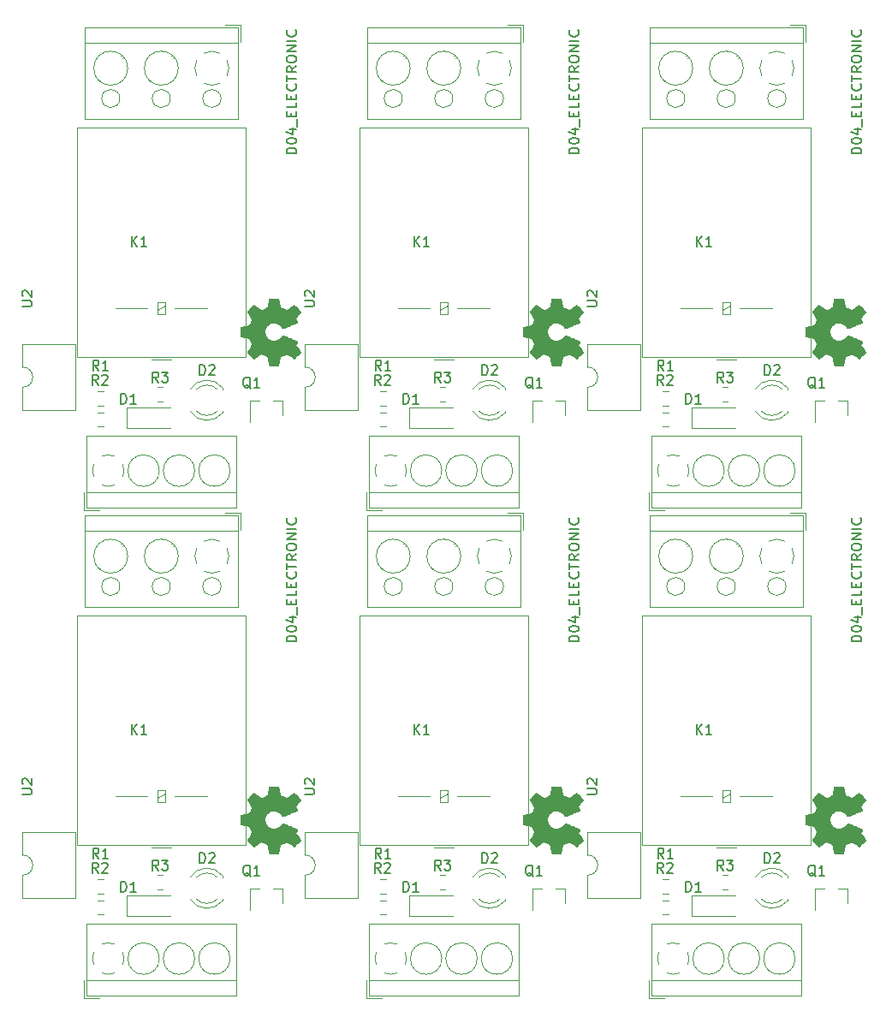
<source format=gbr>
G04 #@! TF.GenerationSoftware,KiCad,Pcbnew,5.1.5-52549c5~86~ubuntu18.04.1*
G04 #@! TF.CreationDate,2020-09-29T20:21:17-05:00*
G04 #@! TF.ProjectId,,58585858-5858-4585-9858-585858585858,rev?*
G04 #@! TF.SameCoordinates,Original*
G04 #@! TF.FileFunction,Legend,Top*
G04 #@! TF.FilePolarity,Positive*
%FSLAX46Y46*%
G04 Gerber Fmt 4.6, Leading zero omitted, Abs format (unit mm)*
G04 Created by KiCad (PCBNEW 5.1.5-52549c5~86~ubuntu18.04.1) date 2020-09-29 20:21:17*
%MOMM*%
%LPD*%
G04 APERTURE LIST*
%ADD10C,0.150000*%
%ADD11C,0.120000*%
%ADD12C,0.010000*%
G04 APERTURE END LIST*
D10*
X154681180Y-110084428D02*
X153681180Y-110084428D01*
X153681180Y-109846333D01*
X153728800Y-109703476D01*
X153824038Y-109608238D01*
X153919276Y-109560619D01*
X154109752Y-109513000D01*
X154252609Y-109513000D01*
X154443085Y-109560619D01*
X154538323Y-109608238D01*
X154633561Y-109703476D01*
X154681180Y-109846333D01*
X154681180Y-110084428D01*
X153681180Y-108893952D02*
X153681180Y-108798714D01*
X153728800Y-108703476D01*
X153776419Y-108655857D01*
X153871657Y-108608238D01*
X154062133Y-108560619D01*
X154300228Y-108560619D01*
X154490704Y-108608238D01*
X154585942Y-108655857D01*
X154633561Y-108703476D01*
X154681180Y-108798714D01*
X154681180Y-108893952D01*
X154633561Y-108989190D01*
X154585942Y-109036809D01*
X154490704Y-109084428D01*
X154300228Y-109132047D01*
X154062133Y-109132047D01*
X153871657Y-109084428D01*
X153776419Y-109036809D01*
X153728800Y-108989190D01*
X153681180Y-108893952D01*
X154014514Y-107703476D02*
X154681180Y-107703476D01*
X153633561Y-107941571D02*
X154347847Y-108179666D01*
X154347847Y-107560619D01*
X154776419Y-107417761D02*
X154776419Y-106655857D01*
X154157371Y-106417761D02*
X154157371Y-106084428D01*
X154681180Y-105941571D02*
X154681180Y-106417761D01*
X153681180Y-106417761D01*
X153681180Y-105941571D01*
X154681180Y-105036809D02*
X154681180Y-105513000D01*
X153681180Y-105513000D01*
X154157371Y-104703476D02*
X154157371Y-104370142D01*
X154681180Y-104227285D02*
X154681180Y-104703476D01*
X153681180Y-104703476D01*
X153681180Y-104227285D01*
X154585942Y-103227285D02*
X154633561Y-103274904D01*
X154681180Y-103417761D01*
X154681180Y-103513000D01*
X154633561Y-103655857D01*
X154538323Y-103751095D01*
X154443085Y-103798714D01*
X154252609Y-103846333D01*
X154109752Y-103846333D01*
X153919276Y-103798714D01*
X153824038Y-103751095D01*
X153728800Y-103655857D01*
X153681180Y-103513000D01*
X153681180Y-103417761D01*
X153728800Y-103274904D01*
X153776419Y-103227285D01*
X153681180Y-102941571D02*
X153681180Y-102370142D01*
X154681180Y-102655857D02*
X153681180Y-102655857D01*
X154681180Y-101465380D02*
X154204990Y-101798714D01*
X154681180Y-102036809D02*
X153681180Y-102036809D01*
X153681180Y-101655857D01*
X153728800Y-101560619D01*
X153776419Y-101513000D01*
X153871657Y-101465380D01*
X154014514Y-101465380D01*
X154109752Y-101513000D01*
X154157371Y-101560619D01*
X154204990Y-101655857D01*
X154204990Y-102036809D01*
X153681180Y-100846333D02*
X153681180Y-100655857D01*
X153728800Y-100560619D01*
X153824038Y-100465380D01*
X154014514Y-100417761D01*
X154347847Y-100417761D01*
X154538323Y-100465380D01*
X154633561Y-100560619D01*
X154681180Y-100655857D01*
X154681180Y-100846333D01*
X154633561Y-100941571D01*
X154538323Y-101036809D01*
X154347847Y-101084428D01*
X154014514Y-101084428D01*
X153824038Y-101036809D01*
X153728800Y-100941571D01*
X153681180Y-100846333D01*
X154681180Y-99989190D02*
X153681180Y-99989190D01*
X154681180Y-99417761D01*
X153681180Y-99417761D01*
X154681180Y-98941571D02*
X153681180Y-98941571D01*
X154585942Y-97893952D02*
X154633561Y-97941571D01*
X154681180Y-98084428D01*
X154681180Y-98179666D01*
X154633561Y-98322523D01*
X154538323Y-98417761D01*
X154443085Y-98465380D01*
X154252609Y-98513000D01*
X154109752Y-98513000D01*
X153919276Y-98465380D01*
X153824038Y-98417761D01*
X153728800Y-98322523D01*
X153681180Y-98179666D01*
X153681180Y-98084428D01*
X153728800Y-97941571D01*
X153776419Y-97893952D01*
X126741180Y-110084428D02*
X125741180Y-110084428D01*
X125741180Y-109846333D01*
X125788800Y-109703476D01*
X125884038Y-109608238D01*
X125979276Y-109560619D01*
X126169752Y-109513000D01*
X126312609Y-109513000D01*
X126503085Y-109560619D01*
X126598323Y-109608238D01*
X126693561Y-109703476D01*
X126741180Y-109846333D01*
X126741180Y-110084428D01*
X125741180Y-108893952D02*
X125741180Y-108798714D01*
X125788800Y-108703476D01*
X125836419Y-108655857D01*
X125931657Y-108608238D01*
X126122133Y-108560619D01*
X126360228Y-108560619D01*
X126550704Y-108608238D01*
X126645942Y-108655857D01*
X126693561Y-108703476D01*
X126741180Y-108798714D01*
X126741180Y-108893952D01*
X126693561Y-108989190D01*
X126645942Y-109036809D01*
X126550704Y-109084428D01*
X126360228Y-109132047D01*
X126122133Y-109132047D01*
X125931657Y-109084428D01*
X125836419Y-109036809D01*
X125788800Y-108989190D01*
X125741180Y-108893952D01*
X126074514Y-107703476D02*
X126741180Y-107703476D01*
X125693561Y-107941571D02*
X126407847Y-108179666D01*
X126407847Y-107560619D01*
X126836419Y-107417761D02*
X126836419Y-106655857D01*
X126217371Y-106417761D02*
X126217371Y-106084428D01*
X126741180Y-105941571D02*
X126741180Y-106417761D01*
X125741180Y-106417761D01*
X125741180Y-105941571D01*
X126741180Y-105036809D02*
X126741180Y-105513000D01*
X125741180Y-105513000D01*
X126217371Y-104703476D02*
X126217371Y-104370142D01*
X126741180Y-104227285D02*
X126741180Y-104703476D01*
X125741180Y-104703476D01*
X125741180Y-104227285D01*
X126645942Y-103227285D02*
X126693561Y-103274904D01*
X126741180Y-103417761D01*
X126741180Y-103513000D01*
X126693561Y-103655857D01*
X126598323Y-103751095D01*
X126503085Y-103798714D01*
X126312609Y-103846333D01*
X126169752Y-103846333D01*
X125979276Y-103798714D01*
X125884038Y-103751095D01*
X125788800Y-103655857D01*
X125741180Y-103513000D01*
X125741180Y-103417761D01*
X125788800Y-103274904D01*
X125836419Y-103227285D01*
X125741180Y-102941571D02*
X125741180Y-102370142D01*
X126741180Y-102655857D02*
X125741180Y-102655857D01*
X126741180Y-101465380D02*
X126264990Y-101798714D01*
X126741180Y-102036809D02*
X125741180Y-102036809D01*
X125741180Y-101655857D01*
X125788800Y-101560619D01*
X125836419Y-101513000D01*
X125931657Y-101465380D01*
X126074514Y-101465380D01*
X126169752Y-101513000D01*
X126217371Y-101560619D01*
X126264990Y-101655857D01*
X126264990Y-102036809D01*
X125741180Y-100846333D02*
X125741180Y-100655857D01*
X125788800Y-100560619D01*
X125884038Y-100465380D01*
X126074514Y-100417761D01*
X126407847Y-100417761D01*
X126598323Y-100465380D01*
X126693561Y-100560619D01*
X126741180Y-100655857D01*
X126741180Y-100846333D01*
X126693561Y-100941571D01*
X126598323Y-101036809D01*
X126407847Y-101084428D01*
X126074514Y-101084428D01*
X125884038Y-101036809D01*
X125788800Y-100941571D01*
X125741180Y-100846333D01*
X126741180Y-99989190D02*
X125741180Y-99989190D01*
X126741180Y-99417761D01*
X125741180Y-99417761D01*
X126741180Y-98941571D02*
X125741180Y-98941571D01*
X126645942Y-97893952D02*
X126693561Y-97941571D01*
X126741180Y-98084428D01*
X126741180Y-98179666D01*
X126693561Y-98322523D01*
X126598323Y-98417761D01*
X126503085Y-98465380D01*
X126312609Y-98513000D01*
X126169752Y-98513000D01*
X125979276Y-98465380D01*
X125884038Y-98417761D01*
X125788800Y-98322523D01*
X125741180Y-98179666D01*
X125741180Y-98084428D01*
X125788800Y-97941571D01*
X125836419Y-97893952D01*
X98801180Y-110084428D02*
X97801180Y-110084428D01*
X97801180Y-109846333D01*
X97848800Y-109703476D01*
X97944038Y-109608238D01*
X98039276Y-109560619D01*
X98229752Y-109513000D01*
X98372609Y-109513000D01*
X98563085Y-109560619D01*
X98658323Y-109608238D01*
X98753561Y-109703476D01*
X98801180Y-109846333D01*
X98801180Y-110084428D01*
X97801180Y-108893952D02*
X97801180Y-108798714D01*
X97848800Y-108703476D01*
X97896419Y-108655857D01*
X97991657Y-108608238D01*
X98182133Y-108560619D01*
X98420228Y-108560619D01*
X98610704Y-108608238D01*
X98705942Y-108655857D01*
X98753561Y-108703476D01*
X98801180Y-108798714D01*
X98801180Y-108893952D01*
X98753561Y-108989190D01*
X98705942Y-109036809D01*
X98610704Y-109084428D01*
X98420228Y-109132047D01*
X98182133Y-109132047D01*
X97991657Y-109084428D01*
X97896419Y-109036809D01*
X97848800Y-108989190D01*
X97801180Y-108893952D01*
X98134514Y-107703476D02*
X98801180Y-107703476D01*
X97753561Y-107941571D02*
X98467847Y-108179666D01*
X98467847Y-107560619D01*
X98896419Y-107417761D02*
X98896419Y-106655857D01*
X98277371Y-106417761D02*
X98277371Y-106084428D01*
X98801180Y-105941571D02*
X98801180Y-106417761D01*
X97801180Y-106417761D01*
X97801180Y-105941571D01*
X98801180Y-105036809D02*
X98801180Y-105513000D01*
X97801180Y-105513000D01*
X98277371Y-104703476D02*
X98277371Y-104370142D01*
X98801180Y-104227285D02*
X98801180Y-104703476D01*
X97801180Y-104703476D01*
X97801180Y-104227285D01*
X98705942Y-103227285D02*
X98753561Y-103274904D01*
X98801180Y-103417761D01*
X98801180Y-103513000D01*
X98753561Y-103655857D01*
X98658323Y-103751095D01*
X98563085Y-103798714D01*
X98372609Y-103846333D01*
X98229752Y-103846333D01*
X98039276Y-103798714D01*
X97944038Y-103751095D01*
X97848800Y-103655857D01*
X97801180Y-103513000D01*
X97801180Y-103417761D01*
X97848800Y-103274904D01*
X97896419Y-103227285D01*
X97801180Y-102941571D02*
X97801180Y-102370142D01*
X98801180Y-102655857D02*
X97801180Y-102655857D01*
X98801180Y-101465380D02*
X98324990Y-101798714D01*
X98801180Y-102036809D02*
X97801180Y-102036809D01*
X97801180Y-101655857D01*
X97848800Y-101560619D01*
X97896419Y-101513000D01*
X97991657Y-101465380D01*
X98134514Y-101465380D01*
X98229752Y-101513000D01*
X98277371Y-101560619D01*
X98324990Y-101655857D01*
X98324990Y-102036809D01*
X97801180Y-100846333D02*
X97801180Y-100655857D01*
X97848800Y-100560619D01*
X97944038Y-100465380D01*
X98134514Y-100417761D01*
X98467847Y-100417761D01*
X98658323Y-100465380D01*
X98753561Y-100560619D01*
X98801180Y-100655857D01*
X98801180Y-100846333D01*
X98753561Y-100941571D01*
X98658323Y-101036809D01*
X98467847Y-101084428D01*
X98134514Y-101084428D01*
X97944038Y-101036809D01*
X97848800Y-100941571D01*
X97801180Y-100846333D01*
X98801180Y-99989190D02*
X97801180Y-99989190D01*
X98801180Y-99417761D01*
X97801180Y-99417761D01*
X98801180Y-98941571D02*
X97801180Y-98941571D01*
X98705942Y-97893952D02*
X98753561Y-97941571D01*
X98801180Y-98084428D01*
X98801180Y-98179666D01*
X98753561Y-98322523D01*
X98658323Y-98417761D01*
X98563085Y-98465380D01*
X98372609Y-98513000D01*
X98229752Y-98513000D01*
X98039276Y-98465380D01*
X97944038Y-98417761D01*
X97848800Y-98322523D01*
X97801180Y-98179666D01*
X97801180Y-98084428D01*
X97848800Y-97941571D01*
X97896419Y-97893952D01*
X154681180Y-61824428D02*
X153681180Y-61824428D01*
X153681180Y-61586333D01*
X153728800Y-61443476D01*
X153824038Y-61348238D01*
X153919276Y-61300619D01*
X154109752Y-61253000D01*
X154252609Y-61253000D01*
X154443085Y-61300619D01*
X154538323Y-61348238D01*
X154633561Y-61443476D01*
X154681180Y-61586333D01*
X154681180Y-61824428D01*
X153681180Y-60633952D02*
X153681180Y-60538714D01*
X153728800Y-60443476D01*
X153776419Y-60395857D01*
X153871657Y-60348238D01*
X154062133Y-60300619D01*
X154300228Y-60300619D01*
X154490704Y-60348238D01*
X154585942Y-60395857D01*
X154633561Y-60443476D01*
X154681180Y-60538714D01*
X154681180Y-60633952D01*
X154633561Y-60729190D01*
X154585942Y-60776809D01*
X154490704Y-60824428D01*
X154300228Y-60872047D01*
X154062133Y-60872047D01*
X153871657Y-60824428D01*
X153776419Y-60776809D01*
X153728800Y-60729190D01*
X153681180Y-60633952D01*
X154014514Y-59443476D02*
X154681180Y-59443476D01*
X153633561Y-59681571D02*
X154347847Y-59919666D01*
X154347847Y-59300619D01*
X154776419Y-59157761D02*
X154776419Y-58395857D01*
X154157371Y-58157761D02*
X154157371Y-57824428D01*
X154681180Y-57681571D02*
X154681180Y-58157761D01*
X153681180Y-58157761D01*
X153681180Y-57681571D01*
X154681180Y-56776809D02*
X154681180Y-57253000D01*
X153681180Y-57253000D01*
X154157371Y-56443476D02*
X154157371Y-56110142D01*
X154681180Y-55967285D02*
X154681180Y-56443476D01*
X153681180Y-56443476D01*
X153681180Y-55967285D01*
X154585942Y-54967285D02*
X154633561Y-55014904D01*
X154681180Y-55157761D01*
X154681180Y-55253000D01*
X154633561Y-55395857D01*
X154538323Y-55491095D01*
X154443085Y-55538714D01*
X154252609Y-55586333D01*
X154109752Y-55586333D01*
X153919276Y-55538714D01*
X153824038Y-55491095D01*
X153728800Y-55395857D01*
X153681180Y-55253000D01*
X153681180Y-55157761D01*
X153728800Y-55014904D01*
X153776419Y-54967285D01*
X153681180Y-54681571D02*
X153681180Y-54110142D01*
X154681180Y-54395857D02*
X153681180Y-54395857D01*
X154681180Y-53205380D02*
X154204990Y-53538714D01*
X154681180Y-53776809D02*
X153681180Y-53776809D01*
X153681180Y-53395857D01*
X153728800Y-53300619D01*
X153776419Y-53253000D01*
X153871657Y-53205380D01*
X154014514Y-53205380D01*
X154109752Y-53253000D01*
X154157371Y-53300619D01*
X154204990Y-53395857D01*
X154204990Y-53776809D01*
X153681180Y-52586333D02*
X153681180Y-52395857D01*
X153728800Y-52300619D01*
X153824038Y-52205380D01*
X154014514Y-52157761D01*
X154347847Y-52157761D01*
X154538323Y-52205380D01*
X154633561Y-52300619D01*
X154681180Y-52395857D01*
X154681180Y-52586333D01*
X154633561Y-52681571D01*
X154538323Y-52776809D01*
X154347847Y-52824428D01*
X154014514Y-52824428D01*
X153824038Y-52776809D01*
X153728800Y-52681571D01*
X153681180Y-52586333D01*
X154681180Y-51729190D02*
X153681180Y-51729190D01*
X154681180Y-51157761D01*
X153681180Y-51157761D01*
X154681180Y-50681571D02*
X153681180Y-50681571D01*
X154585942Y-49633952D02*
X154633561Y-49681571D01*
X154681180Y-49824428D01*
X154681180Y-49919666D01*
X154633561Y-50062523D01*
X154538323Y-50157761D01*
X154443085Y-50205380D01*
X154252609Y-50253000D01*
X154109752Y-50253000D01*
X153919276Y-50205380D01*
X153824038Y-50157761D01*
X153728800Y-50062523D01*
X153681180Y-49919666D01*
X153681180Y-49824428D01*
X153728800Y-49681571D01*
X153776419Y-49633952D01*
X126741180Y-61824428D02*
X125741180Y-61824428D01*
X125741180Y-61586333D01*
X125788800Y-61443476D01*
X125884038Y-61348238D01*
X125979276Y-61300619D01*
X126169752Y-61253000D01*
X126312609Y-61253000D01*
X126503085Y-61300619D01*
X126598323Y-61348238D01*
X126693561Y-61443476D01*
X126741180Y-61586333D01*
X126741180Y-61824428D01*
X125741180Y-60633952D02*
X125741180Y-60538714D01*
X125788800Y-60443476D01*
X125836419Y-60395857D01*
X125931657Y-60348238D01*
X126122133Y-60300619D01*
X126360228Y-60300619D01*
X126550704Y-60348238D01*
X126645942Y-60395857D01*
X126693561Y-60443476D01*
X126741180Y-60538714D01*
X126741180Y-60633952D01*
X126693561Y-60729190D01*
X126645942Y-60776809D01*
X126550704Y-60824428D01*
X126360228Y-60872047D01*
X126122133Y-60872047D01*
X125931657Y-60824428D01*
X125836419Y-60776809D01*
X125788800Y-60729190D01*
X125741180Y-60633952D01*
X126074514Y-59443476D02*
X126741180Y-59443476D01*
X125693561Y-59681571D02*
X126407847Y-59919666D01*
X126407847Y-59300619D01*
X126836419Y-59157761D02*
X126836419Y-58395857D01*
X126217371Y-58157761D02*
X126217371Y-57824428D01*
X126741180Y-57681571D02*
X126741180Y-58157761D01*
X125741180Y-58157761D01*
X125741180Y-57681571D01*
X126741180Y-56776809D02*
X126741180Y-57253000D01*
X125741180Y-57253000D01*
X126217371Y-56443476D02*
X126217371Y-56110142D01*
X126741180Y-55967285D02*
X126741180Y-56443476D01*
X125741180Y-56443476D01*
X125741180Y-55967285D01*
X126645942Y-54967285D02*
X126693561Y-55014904D01*
X126741180Y-55157761D01*
X126741180Y-55253000D01*
X126693561Y-55395857D01*
X126598323Y-55491095D01*
X126503085Y-55538714D01*
X126312609Y-55586333D01*
X126169752Y-55586333D01*
X125979276Y-55538714D01*
X125884038Y-55491095D01*
X125788800Y-55395857D01*
X125741180Y-55253000D01*
X125741180Y-55157761D01*
X125788800Y-55014904D01*
X125836419Y-54967285D01*
X125741180Y-54681571D02*
X125741180Y-54110142D01*
X126741180Y-54395857D02*
X125741180Y-54395857D01*
X126741180Y-53205380D02*
X126264990Y-53538714D01*
X126741180Y-53776809D02*
X125741180Y-53776809D01*
X125741180Y-53395857D01*
X125788800Y-53300619D01*
X125836419Y-53253000D01*
X125931657Y-53205380D01*
X126074514Y-53205380D01*
X126169752Y-53253000D01*
X126217371Y-53300619D01*
X126264990Y-53395857D01*
X126264990Y-53776809D01*
X125741180Y-52586333D02*
X125741180Y-52395857D01*
X125788800Y-52300619D01*
X125884038Y-52205380D01*
X126074514Y-52157761D01*
X126407847Y-52157761D01*
X126598323Y-52205380D01*
X126693561Y-52300619D01*
X126741180Y-52395857D01*
X126741180Y-52586333D01*
X126693561Y-52681571D01*
X126598323Y-52776809D01*
X126407847Y-52824428D01*
X126074514Y-52824428D01*
X125884038Y-52776809D01*
X125788800Y-52681571D01*
X125741180Y-52586333D01*
X126741180Y-51729190D02*
X125741180Y-51729190D01*
X126741180Y-51157761D01*
X125741180Y-51157761D01*
X126741180Y-50681571D02*
X125741180Y-50681571D01*
X126645942Y-49633952D02*
X126693561Y-49681571D01*
X126741180Y-49824428D01*
X126741180Y-49919666D01*
X126693561Y-50062523D01*
X126598323Y-50157761D01*
X126503085Y-50205380D01*
X126312609Y-50253000D01*
X126169752Y-50253000D01*
X125979276Y-50205380D01*
X125884038Y-50157761D01*
X125788800Y-50062523D01*
X125741180Y-49919666D01*
X125741180Y-49824428D01*
X125788800Y-49681571D01*
X125836419Y-49633952D01*
X98801180Y-61824428D02*
X97801180Y-61824428D01*
X97801180Y-61586333D01*
X97848800Y-61443476D01*
X97944038Y-61348238D01*
X98039276Y-61300619D01*
X98229752Y-61253000D01*
X98372609Y-61253000D01*
X98563085Y-61300619D01*
X98658323Y-61348238D01*
X98753561Y-61443476D01*
X98801180Y-61586333D01*
X98801180Y-61824428D01*
X97801180Y-60633952D02*
X97801180Y-60538714D01*
X97848800Y-60443476D01*
X97896419Y-60395857D01*
X97991657Y-60348238D01*
X98182133Y-60300619D01*
X98420228Y-60300619D01*
X98610704Y-60348238D01*
X98705942Y-60395857D01*
X98753561Y-60443476D01*
X98801180Y-60538714D01*
X98801180Y-60633952D01*
X98753561Y-60729190D01*
X98705942Y-60776809D01*
X98610704Y-60824428D01*
X98420228Y-60872047D01*
X98182133Y-60872047D01*
X97991657Y-60824428D01*
X97896419Y-60776809D01*
X97848800Y-60729190D01*
X97801180Y-60633952D01*
X98134514Y-59443476D02*
X98801180Y-59443476D01*
X97753561Y-59681571D02*
X98467847Y-59919666D01*
X98467847Y-59300619D01*
X98896419Y-59157761D02*
X98896419Y-58395857D01*
X98277371Y-58157761D02*
X98277371Y-57824428D01*
X98801180Y-57681571D02*
X98801180Y-58157761D01*
X97801180Y-58157761D01*
X97801180Y-57681571D01*
X98801180Y-56776809D02*
X98801180Y-57253000D01*
X97801180Y-57253000D01*
X98277371Y-56443476D02*
X98277371Y-56110142D01*
X98801180Y-55967285D02*
X98801180Y-56443476D01*
X97801180Y-56443476D01*
X97801180Y-55967285D01*
X98705942Y-54967285D02*
X98753561Y-55014904D01*
X98801180Y-55157761D01*
X98801180Y-55253000D01*
X98753561Y-55395857D01*
X98658323Y-55491095D01*
X98563085Y-55538714D01*
X98372609Y-55586333D01*
X98229752Y-55586333D01*
X98039276Y-55538714D01*
X97944038Y-55491095D01*
X97848800Y-55395857D01*
X97801180Y-55253000D01*
X97801180Y-55157761D01*
X97848800Y-55014904D01*
X97896419Y-54967285D01*
X97801180Y-54681571D02*
X97801180Y-54110142D01*
X98801180Y-54395857D02*
X97801180Y-54395857D01*
X98801180Y-53205380D02*
X98324990Y-53538714D01*
X98801180Y-53776809D02*
X97801180Y-53776809D01*
X97801180Y-53395857D01*
X97848800Y-53300619D01*
X97896419Y-53253000D01*
X97991657Y-53205380D01*
X98134514Y-53205380D01*
X98229752Y-53253000D01*
X98277371Y-53300619D01*
X98324990Y-53395857D01*
X98324990Y-53776809D01*
X97801180Y-52586333D02*
X97801180Y-52395857D01*
X97848800Y-52300619D01*
X97944038Y-52205380D01*
X98134514Y-52157761D01*
X98467847Y-52157761D01*
X98658323Y-52205380D01*
X98753561Y-52300619D01*
X98801180Y-52395857D01*
X98801180Y-52586333D01*
X98753561Y-52681571D01*
X98658323Y-52776809D01*
X98467847Y-52824428D01*
X98134514Y-52824428D01*
X97944038Y-52776809D01*
X97848800Y-52681571D01*
X97801180Y-52586333D01*
X98801180Y-51729190D02*
X97801180Y-51729190D01*
X98801180Y-51157761D01*
X97801180Y-51157761D01*
X98801180Y-50681571D02*
X97801180Y-50681571D01*
X98705942Y-49633952D02*
X98753561Y-49681571D01*
X98801180Y-49824428D01*
X98801180Y-49919666D01*
X98753561Y-50062523D01*
X98658323Y-50157761D01*
X98563085Y-50205380D01*
X98372609Y-50253000D01*
X98229752Y-50253000D01*
X98039276Y-50205380D01*
X97944038Y-50157761D01*
X97848800Y-50062523D01*
X97801180Y-49919666D01*
X97801180Y-49824428D01*
X97848800Y-49681571D01*
X97896419Y-49633952D01*
D11*
X135567052Y-134999800D02*
X135044548Y-134999800D01*
X135567052Y-133579800D02*
X135044548Y-133579800D01*
X107627052Y-134999800D02*
X107104548Y-134999800D01*
X107627052Y-133579800D02*
X107104548Y-133579800D01*
X79687052Y-134999800D02*
X79164548Y-134999800D01*
X79687052Y-133579800D02*
X79164548Y-133579800D01*
X135567052Y-86739800D02*
X135044548Y-86739800D01*
X135567052Y-85319800D02*
X135044548Y-85319800D01*
X107627052Y-86739800D02*
X107104548Y-86739800D01*
X107627052Y-85319800D02*
X107104548Y-85319800D01*
X145521688Y-100167448D02*
G75*
G02X146310400Y-99970800I788712J-1483352D01*
G01*
X144826447Y-102439888D02*
G75*
G02X144826400Y-100861800I1483953J789088D01*
G01*
X147099488Y-103134753D02*
G75*
G02X145521400Y-103134800I-789088J1483953D01*
G01*
X147794353Y-100861712D02*
G75*
G02X147794400Y-102439800I-1483953J-789088D01*
G01*
X146281017Y-99970350D02*
G75*
G02X147099400Y-100166800I29383J-1680450D01*
G01*
X147210400Y-104650800D02*
G75*
G03X147210400Y-104650800I-900000J0D01*
G01*
X142990400Y-101650800D02*
G75*
G03X142990400Y-101650800I-1680000J0D01*
G01*
X142210400Y-104650800D02*
G75*
G03X142210400Y-104650800I-900000J0D01*
G01*
X137990400Y-101650800D02*
G75*
G03X137990400Y-101650800I-1680000J0D01*
G01*
X137210400Y-104650800D02*
G75*
G03X137210400Y-104650800I-900000J0D01*
G01*
X148870400Y-99150800D02*
X133750400Y-99150800D01*
X148870400Y-106710800D02*
X133750400Y-106710800D01*
X148870400Y-97590800D02*
X133750400Y-97590800D01*
X148870400Y-106710800D02*
X148870400Y-97590800D01*
X133750400Y-106710800D02*
X133750400Y-97590800D01*
X140035400Y-102719800D02*
X140129400Y-102626800D01*
X142320400Y-100434800D02*
X142379400Y-100376800D01*
X140240400Y-102925800D02*
X140299400Y-102866800D01*
X142490400Y-100674800D02*
X142584400Y-100581800D01*
X135035400Y-102719800D02*
X135129400Y-102626800D01*
X137320400Y-100434800D02*
X137379400Y-100376800D01*
X135240400Y-102925800D02*
X135299400Y-102866800D01*
X137490400Y-100674800D02*
X137584400Y-100581800D01*
X149110400Y-99090800D02*
X149110400Y-97350800D01*
X149110400Y-97350800D02*
X147610400Y-97350800D01*
X117581688Y-100167448D02*
G75*
G02X118370400Y-99970800I788712J-1483352D01*
G01*
X116886447Y-102439888D02*
G75*
G02X116886400Y-100861800I1483953J789088D01*
G01*
X119159488Y-103134753D02*
G75*
G02X117581400Y-103134800I-789088J1483953D01*
G01*
X119854353Y-100861712D02*
G75*
G02X119854400Y-102439800I-1483953J-789088D01*
G01*
X118341017Y-99970350D02*
G75*
G02X119159400Y-100166800I29383J-1680450D01*
G01*
X119270400Y-104650800D02*
G75*
G03X119270400Y-104650800I-900000J0D01*
G01*
X115050400Y-101650800D02*
G75*
G03X115050400Y-101650800I-1680000J0D01*
G01*
X114270400Y-104650800D02*
G75*
G03X114270400Y-104650800I-900000J0D01*
G01*
X110050400Y-101650800D02*
G75*
G03X110050400Y-101650800I-1680000J0D01*
G01*
X109270400Y-104650800D02*
G75*
G03X109270400Y-104650800I-900000J0D01*
G01*
X120930400Y-99150800D02*
X105810400Y-99150800D01*
X120930400Y-106710800D02*
X105810400Y-106710800D01*
X120930400Y-97590800D02*
X105810400Y-97590800D01*
X120930400Y-106710800D02*
X120930400Y-97590800D01*
X105810400Y-106710800D02*
X105810400Y-97590800D01*
X112095400Y-102719800D02*
X112189400Y-102626800D01*
X114380400Y-100434800D02*
X114439400Y-100376800D01*
X112300400Y-102925800D02*
X112359400Y-102866800D01*
X114550400Y-100674800D02*
X114644400Y-100581800D01*
X107095400Y-102719800D02*
X107189400Y-102626800D01*
X109380400Y-100434800D02*
X109439400Y-100376800D01*
X107300400Y-102925800D02*
X107359400Y-102866800D01*
X109550400Y-100674800D02*
X109644400Y-100581800D01*
X121170400Y-99090800D02*
X121170400Y-97350800D01*
X121170400Y-97350800D02*
X119670400Y-97350800D01*
X89641688Y-100167448D02*
G75*
G02X90430400Y-99970800I788712J-1483352D01*
G01*
X88946447Y-102439888D02*
G75*
G02X88946400Y-100861800I1483953J789088D01*
G01*
X91219488Y-103134753D02*
G75*
G02X89641400Y-103134800I-789088J1483953D01*
G01*
X91914353Y-100861712D02*
G75*
G02X91914400Y-102439800I-1483953J-789088D01*
G01*
X90401017Y-99970350D02*
G75*
G02X91219400Y-100166800I29383J-1680450D01*
G01*
X91330400Y-104650800D02*
G75*
G03X91330400Y-104650800I-900000J0D01*
G01*
X87110400Y-101650800D02*
G75*
G03X87110400Y-101650800I-1680000J0D01*
G01*
X86330400Y-104650800D02*
G75*
G03X86330400Y-104650800I-900000J0D01*
G01*
X82110400Y-101650800D02*
G75*
G03X82110400Y-101650800I-1680000J0D01*
G01*
X81330400Y-104650800D02*
G75*
G03X81330400Y-104650800I-900000J0D01*
G01*
X92990400Y-99150800D02*
X77870400Y-99150800D01*
X92990400Y-106710800D02*
X77870400Y-106710800D01*
X92990400Y-97590800D02*
X77870400Y-97590800D01*
X92990400Y-106710800D02*
X92990400Y-97590800D01*
X77870400Y-106710800D02*
X77870400Y-97590800D01*
X84155400Y-102719800D02*
X84249400Y-102626800D01*
X86440400Y-100434800D02*
X86499400Y-100376800D01*
X84360400Y-102925800D02*
X84419400Y-102866800D01*
X86610400Y-100674800D02*
X86704400Y-100581800D01*
X79155400Y-102719800D02*
X79249400Y-102626800D01*
X81440400Y-100434800D02*
X81499400Y-100376800D01*
X79360400Y-102925800D02*
X79419400Y-102866800D01*
X81610400Y-100674800D02*
X81704400Y-100581800D01*
X93230400Y-99090800D02*
X93230400Y-97350800D01*
X93230400Y-97350800D02*
X91730400Y-97350800D01*
X145521688Y-51907448D02*
G75*
G02X146310400Y-51710800I788712J-1483352D01*
G01*
X144826447Y-54179888D02*
G75*
G02X144826400Y-52601800I1483953J789088D01*
G01*
X147099488Y-54874753D02*
G75*
G02X145521400Y-54874800I-789088J1483953D01*
G01*
X147794353Y-52601712D02*
G75*
G02X147794400Y-54179800I-1483953J-789088D01*
G01*
X146281017Y-51710350D02*
G75*
G02X147099400Y-51906800I29383J-1680450D01*
G01*
X147210400Y-56390800D02*
G75*
G03X147210400Y-56390800I-900000J0D01*
G01*
X142990400Y-53390800D02*
G75*
G03X142990400Y-53390800I-1680000J0D01*
G01*
X142210400Y-56390800D02*
G75*
G03X142210400Y-56390800I-900000J0D01*
G01*
X137990400Y-53390800D02*
G75*
G03X137990400Y-53390800I-1680000J0D01*
G01*
X137210400Y-56390800D02*
G75*
G03X137210400Y-56390800I-900000J0D01*
G01*
X148870400Y-50890800D02*
X133750400Y-50890800D01*
X148870400Y-58450800D02*
X133750400Y-58450800D01*
X148870400Y-49330800D02*
X133750400Y-49330800D01*
X148870400Y-58450800D02*
X148870400Y-49330800D01*
X133750400Y-58450800D02*
X133750400Y-49330800D01*
X140035400Y-54459800D02*
X140129400Y-54366800D01*
X142320400Y-52174800D02*
X142379400Y-52116800D01*
X140240400Y-54665800D02*
X140299400Y-54606800D01*
X142490400Y-52414800D02*
X142584400Y-52321800D01*
X135035400Y-54459800D02*
X135129400Y-54366800D01*
X137320400Y-52174800D02*
X137379400Y-52116800D01*
X135240400Y-54665800D02*
X135299400Y-54606800D01*
X137490400Y-52414800D02*
X137584400Y-52321800D01*
X149110400Y-50830800D02*
X149110400Y-49090800D01*
X149110400Y-49090800D02*
X147610400Y-49090800D01*
X117581688Y-51907448D02*
G75*
G02X118370400Y-51710800I788712J-1483352D01*
G01*
X116886447Y-54179888D02*
G75*
G02X116886400Y-52601800I1483953J789088D01*
G01*
X119159488Y-54874753D02*
G75*
G02X117581400Y-54874800I-789088J1483953D01*
G01*
X119854353Y-52601712D02*
G75*
G02X119854400Y-54179800I-1483953J-789088D01*
G01*
X118341017Y-51710350D02*
G75*
G02X119159400Y-51906800I29383J-1680450D01*
G01*
X119270400Y-56390800D02*
G75*
G03X119270400Y-56390800I-900000J0D01*
G01*
X115050400Y-53390800D02*
G75*
G03X115050400Y-53390800I-1680000J0D01*
G01*
X114270400Y-56390800D02*
G75*
G03X114270400Y-56390800I-900000J0D01*
G01*
X110050400Y-53390800D02*
G75*
G03X110050400Y-53390800I-1680000J0D01*
G01*
X109270400Y-56390800D02*
G75*
G03X109270400Y-56390800I-900000J0D01*
G01*
X120930400Y-50890800D02*
X105810400Y-50890800D01*
X120930400Y-58450800D02*
X105810400Y-58450800D01*
X120930400Y-49330800D02*
X105810400Y-49330800D01*
X120930400Y-58450800D02*
X120930400Y-49330800D01*
X105810400Y-58450800D02*
X105810400Y-49330800D01*
X112095400Y-54459800D02*
X112189400Y-54366800D01*
X114380400Y-52174800D02*
X114439400Y-52116800D01*
X112300400Y-54665800D02*
X112359400Y-54606800D01*
X114550400Y-52414800D02*
X114644400Y-52321800D01*
X107095400Y-54459800D02*
X107189400Y-54366800D01*
X109380400Y-52174800D02*
X109439400Y-52116800D01*
X107300400Y-54665800D02*
X107359400Y-54606800D01*
X109550400Y-52414800D02*
X109644400Y-52321800D01*
X121170400Y-50830800D02*
X121170400Y-49090800D01*
X121170400Y-49090800D02*
X119670400Y-49090800D01*
X136667987Y-142883985D02*
G75*
G02X136060400Y-143007600I-607587J1431385D01*
G01*
X137492509Y-140844858D02*
G75*
G02X137492400Y-142060600I-1432109J-607742D01*
G01*
X135452658Y-140020491D02*
G75*
G02X136668400Y-140020600I607742J-1432109D01*
G01*
X134628291Y-142060342D02*
G75*
G02X134628400Y-140844600I1432109J607742D01*
G01*
X136087411Y-143008092D02*
G75*
G02X135452400Y-142884600I-27011J1555492D01*
G01*
X141115400Y-141452600D02*
G75*
G03X141115400Y-141452600I-1555000J0D01*
G01*
X144615400Y-141452600D02*
G75*
G03X144615400Y-141452600I-1555000J0D01*
G01*
X148115400Y-141452600D02*
G75*
G03X148115400Y-141452600I-1555000J0D01*
G01*
X133900400Y-143552600D02*
X148720400Y-143552600D01*
X133900400Y-137992600D02*
X148720400Y-137992600D01*
X133900400Y-145112600D02*
X148720400Y-145112600D01*
X133900400Y-137992600D02*
X133900400Y-145112600D01*
X148720400Y-137992600D02*
X148720400Y-145112600D01*
X133660400Y-143612600D02*
X133660400Y-145352600D01*
X133660400Y-145352600D02*
X135160400Y-145352600D01*
X108727987Y-142883985D02*
G75*
G02X108120400Y-143007600I-607587J1431385D01*
G01*
X109552509Y-140844858D02*
G75*
G02X109552400Y-142060600I-1432109J-607742D01*
G01*
X107512658Y-140020491D02*
G75*
G02X108728400Y-140020600I607742J-1432109D01*
G01*
X106688291Y-142060342D02*
G75*
G02X106688400Y-140844600I1432109J607742D01*
G01*
X108147411Y-143008092D02*
G75*
G02X107512400Y-142884600I-27011J1555492D01*
G01*
X113175400Y-141452600D02*
G75*
G03X113175400Y-141452600I-1555000J0D01*
G01*
X116675400Y-141452600D02*
G75*
G03X116675400Y-141452600I-1555000J0D01*
G01*
X120175400Y-141452600D02*
G75*
G03X120175400Y-141452600I-1555000J0D01*
G01*
X105960400Y-143552600D02*
X120780400Y-143552600D01*
X105960400Y-137992600D02*
X120780400Y-137992600D01*
X105960400Y-145112600D02*
X120780400Y-145112600D01*
X105960400Y-137992600D02*
X105960400Y-145112600D01*
X120780400Y-137992600D02*
X120780400Y-145112600D01*
X105720400Y-143612600D02*
X105720400Y-145352600D01*
X105720400Y-145352600D02*
X107220400Y-145352600D01*
X80787987Y-142883985D02*
G75*
G02X80180400Y-143007600I-607587J1431385D01*
G01*
X81612509Y-140844858D02*
G75*
G02X81612400Y-142060600I-1432109J-607742D01*
G01*
X79572658Y-140020491D02*
G75*
G02X80788400Y-140020600I607742J-1432109D01*
G01*
X78748291Y-142060342D02*
G75*
G02X78748400Y-140844600I1432109J607742D01*
G01*
X80207411Y-143008092D02*
G75*
G02X79572400Y-142884600I-27011J1555492D01*
G01*
X85235400Y-141452600D02*
G75*
G03X85235400Y-141452600I-1555000J0D01*
G01*
X88735400Y-141452600D02*
G75*
G03X88735400Y-141452600I-1555000J0D01*
G01*
X92235400Y-141452600D02*
G75*
G03X92235400Y-141452600I-1555000J0D01*
G01*
X78020400Y-143552600D02*
X92840400Y-143552600D01*
X78020400Y-137992600D02*
X92840400Y-137992600D01*
X78020400Y-145112600D02*
X92840400Y-145112600D01*
X78020400Y-137992600D02*
X78020400Y-145112600D01*
X92840400Y-137992600D02*
X92840400Y-145112600D01*
X77780400Y-143612600D02*
X77780400Y-145352600D01*
X77780400Y-145352600D02*
X79280400Y-145352600D01*
X136667987Y-94623985D02*
G75*
G02X136060400Y-94747600I-607587J1431385D01*
G01*
X137492509Y-92584858D02*
G75*
G02X137492400Y-93800600I-1432109J-607742D01*
G01*
X135452658Y-91760491D02*
G75*
G02X136668400Y-91760600I607742J-1432109D01*
G01*
X134628291Y-93800342D02*
G75*
G02X134628400Y-92584600I1432109J607742D01*
G01*
X136087411Y-94748092D02*
G75*
G02X135452400Y-94624600I-27011J1555492D01*
G01*
X141115400Y-93192600D02*
G75*
G03X141115400Y-93192600I-1555000J0D01*
G01*
X144615400Y-93192600D02*
G75*
G03X144615400Y-93192600I-1555000J0D01*
G01*
X148115400Y-93192600D02*
G75*
G03X148115400Y-93192600I-1555000J0D01*
G01*
X133900400Y-95292600D02*
X148720400Y-95292600D01*
X133900400Y-89732600D02*
X148720400Y-89732600D01*
X133900400Y-96852600D02*
X148720400Y-96852600D01*
X133900400Y-89732600D02*
X133900400Y-96852600D01*
X148720400Y-89732600D02*
X148720400Y-96852600D01*
X133660400Y-95352600D02*
X133660400Y-97092600D01*
X133660400Y-97092600D02*
X135160400Y-97092600D01*
X108727987Y-94623985D02*
G75*
G02X108120400Y-94747600I-607587J1431385D01*
G01*
X109552509Y-92584858D02*
G75*
G02X109552400Y-93800600I-1432109J-607742D01*
G01*
X107512658Y-91760491D02*
G75*
G02X108728400Y-91760600I607742J-1432109D01*
G01*
X106688291Y-93800342D02*
G75*
G02X106688400Y-92584600I1432109J607742D01*
G01*
X108147411Y-94748092D02*
G75*
G02X107512400Y-94624600I-27011J1555492D01*
G01*
X113175400Y-93192600D02*
G75*
G03X113175400Y-93192600I-1555000J0D01*
G01*
X116675400Y-93192600D02*
G75*
G03X116675400Y-93192600I-1555000J0D01*
G01*
X120175400Y-93192600D02*
G75*
G03X120175400Y-93192600I-1555000J0D01*
G01*
X105960400Y-95292600D02*
X120780400Y-95292600D01*
X105960400Y-89732600D02*
X120780400Y-89732600D01*
X105960400Y-96852600D02*
X120780400Y-96852600D01*
X105960400Y-89732600D02*
X105960400Y-96852600D01*
X120780400Y-89732600D02*
X120780400Y-96852600D01*
X105720400Y-95352600D02*
X105720400Y-97092600D01*
X105720400Y-97092600D02*
X107220400Y-97092600D01*
X127590400Y-131207000D02*
G75*
G02X127590400Y-133207000I0J-1000000D01*
G01*
X127590400Y-133207000D02*
X127590400Y-135442000D01*
X127590400Y-135442000D02*
X132790400Y-135442000D01*
X132790400Y-135442000D02*
X132790400Y-128972000D01*
X132790400Y-128972000D02*
X127590400Y-128972000D01*
X127590400Y-128972000D02*
X127590400Y-131207000D01*
X99650400Y-131207000D02*
G75*
G02X99650400Y-133207000I0J-1000000D01*
G01*
X99650400Y-133207000D02*
X99650400Y-135442000D01*
X99650400Y-135442000D02*
X104850400Y-135442000D01*
X104850400Y-135442000D02*
X104850400Y-128972000D01*
X104850400Y-128972000D02*
X99650400Y-128972000D01*
X99650400Y-128972000D02*
X99650400Y-131207000D01*
X71710400Y-131207000D02*
G75*
G02X71710400Y-133207000I0J-1000000D01*
G01*
X71710400Y-133207000D02*
X71710400Y-135442000D01*
X71710400Y-135442000D02*
X76910400Y-135442000D01*
X76910400Y-135442000D02*
X76910400Y-128972000D01*
X76910400Y-128972000D02*
X71710400Y-128972000D01*
X71710400Y-128972000D02*
X71710400Y-131207000D01*
X127590400Y-82947000D02*
G75*
G02X127590400Y-84947000I0J-1000000D01*
G01*
X127590400Y-84947000D02*
X127590400Y-87182000D01*
X127590400Y-87182000D02*
X132790400Y-87182000D01*
X132790400Y-87182000D02*
X132790400Y-80712000D01*
X132790400Y-80712000D02*
X127590400Y-80712000D01*
X127590400Y-80712000D02*
X127590400Y-82947000D01*
X99650400Y-82947000D02*
G75*
G02X99650400Y-84947000I0J-1000000D01*
G01*
X99650400Y-84947000D02*
X99650400Y-87182000D01*
X99650400Y-87182000D02*
X104850400Y-87182000D01*
X104850400Y-87182000D02*
X104850400Y-80712000D01*
X104850400Y-80712000D02*
X99650400Y-80712000D01*
X99650400Y-80712000D02*
X99650400Y-82947000D01*
X132960400Y-107508800D02*
X132960400Y-130208800D01*
X132960400Y-130208800D02*
X149660400Y-130208800D01*
X149660400Y-130208800D02*
X149660400Y-107508800D01*
X149660400Y-107508800D02*
X132960400Y-107508800D01*
X141660400Y-125158800D02*
X140960400Y-125558800D01*
X140960400Y-124758800D02*
X140960400Y-125958800D01*
X140960400Y-125958800D02*
X141660400Y-125958800D01*
X141660400Y-125958800D02*
X141660400Y-124758800D01*
X141660400Y-124758800D02*
X140960400Y-124758800D01*
X142310400Y-130468800D02*
X140310400Y-130468800D01*
X145810400Y-125358800D02*
X142660400Y-125358800D01*
X139960400Y-125358800D02*
X136810400Y-125358800D01*
X105020400Y-107508800D02*
X105020400Y-130208800D01*
X105020400Y-130208800D02*
X121720400Y-130208800D01*
X121720400Y-130208800D02*
X121720400Y-107508800D01*
X121720400Y-107508800D02*
X105020400Y-107508800D01*
X113720400Y-125158800D02*
X113020400Y-125558800D01*
X113020400Y-124758800D02*
X113020400Y-125958800D01*
X113020400Y-125958800D02*
X113720400Y-125958800D01*
X113720400Y-125958800D02*
X113720400Y-124758800D01*
X113720400Y-124758800D02*
X113020400Y-124758800D01*
X114370400Y-130468800D02*
X112370400Y-130468800D01*
X117870400Y-125358800D02*
X114720400Y-125358800D01*
X112020400Y-125358800D02*
X108870400Y-125358800D01*
X77080400Y-107508800D02*
X77080400Y-130208800D01*
X77080400Y-130208800D02*
X93780400Y-130208800D01*
X93780400Y-130208800D02*
X93780400Y-107508800D01*
X93780400Y-107508800D02*
X77080400Y-107508800D01*
X85780400Y-125158800D02*
X85080400Y-125558800D01*
X85080400Y-124758800D02*
X85080400Y-125958800D01*
X85080400Y-125958800D02*
X85780400Y-125958800D01*
X85780400Y-125958800D02*
X85780400Y-124758800D01*
X85780400Y-124758800D02*
X85080400Y-124758800D01*
X86430400Y-130468800D02*
X84430400Y-130468800D01*
X89930400Y-125358800D02*
X86780400Y-125358800D01*
X84080400Y-125358800D02*
X80930400Y-125358800D01*
X132960400Y-59248800D02*
X132960400Y-81948800D01*
X132960400Y-81948800D02*
X149660400Y-81948800D01*
X149660400Y-81948800D02*
X149660400Y-59248800D01*
X149660400Y-59248800D02*
X132960400Y-59248800D01*
X141660400Y-76898800D02*
X140960400Y-77298800D01*
X140960400Y-76498800D02*
X140960400Y-77698800D01*
X140960400Y-77698800D02*
X141660400Y-77698800D01*
X141660400Y-77698800D02*
X141660400Y-76498800D01*
X141660400Y-76498800D02*
X140960400Y-76498800D01*
X142310400Y-82208800D02*
X140310400Y-82208800D01*
X145810400Y-77098800D02*
X142660400Y-77098800D01*
X139960400Y-77098800D02*
X136810400Y-77098800D01*
X105020400Y-59248800D02*
X105020400Y-81948800D01*
X105020400Y-81948800D02*
X121720400Y-81948800D01*
X121720400Y-81948800D02*
X121720400Y-59248800D01*
X121720400Y-59248800D02*
X105020400Y-59248800D01*
X113720400Y-76898800D02*
X113020400Y-77298800D01*
X113020400Y-76498800D02*
X113020400Y-77698800D01*
X113020400Y-77698800D02*
X113720400Y-77698800D01*
X113720400Y-77698800D02*
X113720400Y-76498800D01*
X113720400Y-76498800D02*
X113020400Y-76498800D01*
X114370400Y-82208800D02*
X112370400Y-82208800D01*
X117870400Y-77098800D02*
X114720400Y-77098800D01*
X112020400Y-77098800D02*
X108870400Y-77098800D01*
X142189200Y-135245600D02*
X137889200Y-135245600D01*
X137889200Y-135245600D02*
X137889200Y-137245600D01*
X137889200Y-137245600D02*
X142189200Y-137245600D01*
X114249200Y-135245600D02*
X109949200Y-135245600D01*
X109949200Y-135245600D02*
X109949200Y-137245600D01*
X109949200Y-137245600D02*
X114249200Y-137245600D01*
X86309200Y-135245600D02*
X82009200Y-135245600D01*
X82009200Y-135245600D02*
X82009200Y-137245600D01*
X82009200Y-137245600D02*
X86309200Y-137245600D01*
X142189200Y-86985600D02*
X137889200Y-86985600D01*
X137889200Y-86985600D02*
X137889200Y-88985600D01*
X137889200Y-88985600D02*
X142189200Y-88985600D01*
X114249200Y-86985600D02*
X109949200Y-86985600D01*
X109949200Y-86985600D02*
X109949200Y-88985600D01*
X109949200Y-88985600D02*
X114249200Y-88985600D01*
X153268800Y-134520400D02*
X152338800Y-134520400D01*
X150108800Y-134520400D02*
X151038800Y-134520400D01*
X150108800Y-134520400D02*
X150108800Y-136680400D01*
X153268800Y-134520400D02*
X153268800Y-135980400D01*
X125328800Y-134520400D02*
X124398800Y-134520400D01*
X122168800Y-134520400D02*
X123098800Y-134520400D01*
X122168800Y-134520400D02*
X122168800Y-136680400D01*
X125328800Y-134520400D02*
X125328800Y-135980400D01*
X97388800Y-134520400D02*
X96458800Y-134520400D01*
X94228800Y-134520400D02*
X95158800Y-134520400D01*
X94228800Y-134520400D02*
X94228800Y-136680400D01*
X97388800Y-134520400D02*
X97388800Y-135980400D01*
X153268800Y-86260400D02*
X152338800Y-86260400D01*
X150108800Y-86260400D02*
X151038800Y-86260400D01*
X150108800Y-86260400D02*
X150108800Y-88420400D01*
X153268800Y-86260400D02*
X153268800Y-87720400D01*
X125328800Y-86260400D02*
X124398800Y-86260400D01*
X122168800Y-86260400D02*
X123098800Y-86260400D01*
X122168800Y-86260400D02*
X122168800Y-88420400D01*
X125328800Y-86260400D02*
X125328800Y-87720400D01*
D12*
G36*
X149589531Y-127180786D02*
G01*
X150034155Y-127096965D01*
X150161653Y-126787680D01*
X150289151Y-126478394D01*
X150036846Y-126107354D01*
X149966596Y-126003443D01*
X149903872Y-125909513D01*
X149851538Y-125829948D01*
X149812457Y-125769130D01*
X149789493Y-125731443D01*
X149784542Y-125721179D01*
X149797276Y-125702690D01*
X149832482Y-125663180D01*
X149885662Y-125607078D01*
X149952318Y-125538813D01*
X150027954Y-125462814D01*
X150108072Y-125383508D01*
X150188174Y-125305325D01*
X150263764Y-125232693D01*
X150330345Y-125170041D01*
X150383418Y-125121797D01*
X150418487Y-125092390D01*
X150430223Y-125085359D01*
X150451860Y-125095477D01*
X150499262Y-125123841D01*
X150567793Y-125167471D01*
X150652815Y-125223382D01*
X150749693Y-125288594D01*
X150804950Y-125326381D01*
X150905848Y-125395257D01*
X150996899Y-125456460D01*
X151073570Y-125507022D01*
X151131328Y-125543972D01*
X151165643Y-125564342D01*
X151172854Y-125567403D01*
X151193348Y-125560464D01*
X151241113Y-125541549D01*
X151309432Y-125513513D01*
X151391589Y-125479209D01*
X151480870Y-125441491D01*
X151570558Y-125403213D01*
X151653938Y-125367230D01*
X151724294Y-125336394D01*
X151774910Y-125313561D01*
X151799071Y-125301583D01*
X151800022Y-125300876D01*
X151804636Y-125282069D01*
X151814928Y-125231982D01*
X151829887Y-125155807D01*
X151848501Y-125058735D01*
X151869759Y-124945957D01*
X151882018Y-124880158D01*
X151904962Y-124759650D01*
X151926795Y-124650803D01*
X151946322Y-124559124D01*
X151962348Y-124490119D01*
X151973679Y-124449296D01*
X151977274Y-124441089D01*
X152001606Y-124433052D01*
X152056559Y-124426567D01*
X152135708Y-124421630D01*
X152232626Y-124418236D01*
X152340887Y-124416382D01*
X152454065Y-124416062D01*
X152565735Y-124417273D01*
X152669468Y-124420010D01*
X152758841Y-124424269D01*
X152827426Y-124430045D01*
X152868797Y-124437333D01*
X152877410Y-124441705D01*
X152887733Y-124467836D01*
X152902492Y-124523207D01*
X152919952Y-124600493D01*
X152938380Y-124692370D01*
X152944341Y-124724442D01*
X152972666Y-124879076D01*
X152995476Y-125001225D01*
X153013680Y-125094927D01*
X153028183Y-125164216D01*
X153039892Y-125213129D01*
X153049715Y-125245703D01*
X153058556Y-125265972D01*
X153067324Y-125277974D01*
X153069057Y-125279653D01*
X153096971Y-125296416D01*
X153151295Y-125321986D01*
X153225377Y-125353812D01*
X153312565Y-125389340D01*
X153406208Y-125426017D01*
X153499652Y-125461289D01*
X153586247Y-125492604D01*
X153659340Y-125517407D01*
X153712278Y-125533146D01*
X153738411Y-125537268D01*
X153739326Y-125536924D01*
X153760686Y-125522959D01*
X153807684Y-125491278D01*
X153875427Y-125445209D01*
X153959023Y-125388082D01*
X154053582Y-125323227D01*
X154080454Y-125304757D01*
X154177875Y-125238901D01*
X154266763Y-125180950D01*
X154342012Y-125134062D01*
X154398520Y-125101393D01*
X154431181Y-125086100D01*
X154435193Y-125085359D01*
X154456284Y-125098208D01*
X154498064Y-125133712D01*
X154556045Y-125187307D01*
X154625735Y-125254429D01*
X154702645Y-125330513D01*
X154782283Y-125410996D01*
X154860161Y-125491313D01*
X154931786Y-125566901D01*
X154992670Y-125633195D01*
X155038321Y-125685631D01*
X155064250Y-125719645D01*
X155068483Y-125729055D01*
X155058512Y-125750957D01*
X155031620Y-125795800D01*
X154992336Y-125856279D01*
X154960717Y-125902811D01*
X154902698Y-125987125D01*
X154834384Y-126086974D01*
X154766179Y-126187127D01*
X154729675Y-126240973D01*
X154606400Y-126423229D01*
X154689120Y-126576219D01*
X154725359Y-126645918D01*
X154753526Y-126705186D01*
X154769591Y-126745289D01*
X154771826Y-126755497D01*
X154755322Y-126767771D01*
X154708682Y-126791987D01*
X154636209Y-126826337D01*
X154542206Y-126869012D01*
X154430974Y-126918206D01*
X154306815Y-126972110D01*
X154174032Y-127028916D01*
X154036927Y-127086818D01*
X153899802Y-127144007D01*
X153766958Y-127198676D01*
X153642698Y-127249016D01*
X153531325Y-127293220D01*
X153437139Y-127329481D01*
X153364444Y-127355991D01*
X153317541Y-127370942D01*
X153301433Y-127373346D01*
X153280886Y-127354289D01*
X153247533Y-127312564D01*
X153208302Y-127256894D01*
X153205199Y-127252222D01*
X153090023Y-127108336D01*
X152955653Y-126992317D01*
X152806384Y-126905170D01*
X152646513Y-126847901D01*
X152480337Y-126821514D01*
X152312152Y-126827015D01*
X152146255Y-126865410D01*
X151986942Y-126937705D01*
X151952087Y-126958974D01*
X151811337Y-127069604D01*
X151698314Y-127200298D01*
X151613603Y-127346536D01*
X151557794Y-127503792D01*
X151531474Y-127667543D01*
X151535230Y-127833267D01*
X151569650Y-127996438D01*
X151635323Y-128152535D01*
X151732835Y-128297033D01*
X151772413Y-128341731D01*
X151896303Y-128455488D01*
X152026724Y-128538382D01*
X152172915Y-128595244D01*
X152317688Y-128626913D01*
X152480460Y-128634731D01*
X152644040Y-128608662D01*
X152802898Y-128551355D01*
X152951506Y-128465456D01*
X153084335Y-128353614D01*
X153195856Y-128218477D01*
X153207611Y-128200717D01*
X153246108Y-128144450D01*
X153279463Y-128101677D01*
X153300760Y-128081228D01*
X153301433Y-128080931D01*
X153324471Y-128085321D01*
X153376757Y-128102724D01*
X153453990Y-128131332D01*
X153551868Y-128169335D01*
X153666091Y-128214926D01*
X153792358Y-128266297D01*
X153926367Y-128321638D01*
X154063818Y-128379142D01*
X154200408Y-128436999D01*
X154331837Y-128493402D01*
X154453805Y-128546542D01*
X154562009Y-128594610D01*
X154652149Y-128635799D01*
X154719923Y-128668299D01*
X154761030Y-128690303D01*
X154771826Y-128699164D01*
X154763419Y-128726240D01*
X154740872Y-128776903D01*
X154708213Y-128842417D01*
X154689120Y-128878441D01*
X154606400Y-129031432D01*
X154729675Y-129213688D01*
X154792828Y-129306725D01*
X154862327Y-129408585D01*
X154927765Y-129504038D01*
X154960717Y-129551850D01*
X155005873Y-129619095D01*
X155041657Y-129676036D01*
X155063538Y-129715246D01*
X155068163Y-129727981D01*
X155055685Y-129746517D01*
X155020852Y-129787541D01*
X154967278Y-129847075D01*
X154898583Y-129921142D01*
X154818381Y-130005765D01*
X154766886Y-130059285D01*
X154674886Y-130152919D01*
X154592599Y-130233841D01*
X154523545Y-130298777D01*
X154471244Y-130344458D01*
X154439216Y-130367611D01*
X154432716Y-130369832D01*
X154407994Y-130359524D01*
X154358005Y-130331039D01*
X154287812Y-130287537D01*
X154202475Y-130232177D01*
X154107056Y-130168120D01*
X154080454Y-130149903D01*
X153983767Y-130083527D01*
X153896717Y-130023978D01*
X153824195Y-129974584D01*
X153771093Y-129938675D01*
X153742303Y-129919581D01*
X153739326Y-129917736D01*
X153716382Y-129920495D01*
X153665936Y-129935138D01*
X153594641Y-129959113D01*
X153509147Y-129989866D01*
X153416107Y-130024844D01*
X153322174Y-130061493D01*
X153233999Y-130097261D01*
X153158234Y-130129594D01*
X153101531Y-130155938D01*
X153070543Y-130173742D01*
X153069057Y-130175007D01*
X153060201Y-130185894D01*
X153051443Y-130204282D01*
X153041877Y-130234206D01*
X153030596Y-130279703D01*
X153016693Y-130344809D01*
X152999263Y-130433561D01*
X152977398Y-130549993D01*
X152950191Y-130698142D01*
X152944341Y-130730218D01*
X152925974Y-130825286D01*
X152908005Y-130908165D01*
X152892169Y-130971530D01*
X152880200Y-131008058D01*
X152877410Y-131012956D01*
X152852672Y-131021027D01*
X152797390Y-131027587D01*
X152717989Y-131032633D01*
X152620896Y-131036159D01*
X152512538Y-131038161D01*
X152399340Y-131038636D01*
X152287728Y-131037577D01*
X152184129Y-131034982D01*
X152094968Y-131030846D01*
X152026672Y-131025163D01*
X151985666Y-131017931D01*
X151977274Y-131013571D01*
X151968808Y-130989298D01*
X151955035Y-130934026D01*
X151937150Y-130853262D01*
X151916348Y-130752512D01*
X151893823Y-130637283D01*
X151882018Y-130574502D01*
X151859751Y-130455387D01*
X151839579Y-130349165D01*
X151822515Y-130261027D01*
X151809569Y-130196166D01*
X151801755Y-130159774D01*
X151800022Y-130153784D01*
X151780490Y-130143661D01*
X151733443Y-130122262D01*
X151665603Y-130092439D01*
X151583691Y-130057045D01*
X151494428Y-130018932D01*
X151404535Y-129980953D01*
X151320735Y-129945960D01*
X151249747Y-129916806D01*
X151198294Y-129896343D01*
X151173097Y-129887423D01*
X151171996Y-129887257D01*
X151152119Y-129897369D01*
X151106377Y-129925717D01*
X151039317Y-129969323D01*
X150955484Y-130025206D01*
X150859426Y-130090387D01*
X150804250Y-130128279D01*
X150703081Y-130197325D01*
X150611230Y-130258650D01*
X150533344Y-130309263D01*
X150474069Y-130346171D01*
X150438051Y-130366382D01*
X150429977Y-130369301D01*
X150411184Y-130356753D01*
X150371057Y-130322063D01*
X150314093Y-130269663D01*
X150244785Y-130203984D01*
X150167631Y-130129456D01*
X150087125Y-130050513D01*
X150007763Y-129971583D01*
X149934040Y-129897100D01*
X149870452Y-129831494D01*
X149821494Y-129779196D01*
X149791661Y-129744639D01*
X149784542Y-129733078D01*
X149794553Y-129714254D01*
X149822678Y-129669231D01*
X149866054Y-129602387D01*
X149921818Y-129518099D01*
X149987106Y-129420744D01*
X150036846Y-129347307D01*
X150289151Y-128976267D01*
X150034155Y-128357695D01*
X149589531Y-128273875D01*
X149144907Y-128190054D01*
X149144907Y-127264606D01*
X149589531Y-127180786D01*
G37*
X149589531Y-127180786D02*
X150034155Y-127096965D01*
X150161653Y-126787680D01*
X150289151Y-126478394D01*
X150036846Y-126107354D01*
X149966596Y-126003443D01*
X149903872Y-125909513D01*
X149851538Y-125829948D01*
X149812457Y-125769130D01*
X149789493Y-125731443D01*
X149784542Y-125721179D01*
X149797276Y-125702690D01*
X149832482Y-125663180D01*
X149885662Y-125607078D01*
X149952318Y-125538813D01*
X150027954Y-125462814D01*
X150108072Y-125383508D01*
X150188174Y-125305325D01*
X150263764Y-125232693D01*
X150330345Y-125170041D01*
X150383418Y-125121797D01*
X150418487Y-125092390D01*
X150430223Y-125085359D01*
X150451860Y-125095477D01*
X150499262Y-125123841D01*
X150567793Y-125167471D01*
X150652815Y-125223382D01*
X150749693Y-125288594D01*
X150804950Y-125326381D01*
X150905848Y-125395257D01*
X150996899Y-125456460D01*
X151073570Y-125507022D01*
X151131328Y-125543972D01*
X151165643Y-125564342D01*
X151172854Y-125567403D01*
X151193348Y-125560464D01*
X151241113Y-125541549D01*
X151309432Y-125513513D01*
X151391589Y-125479209D01*
X151480870Y-125441491D01*
X151570558Y-125403213D01*
X151653938Y-125367230D01*
X151724294Y-125336394D01*
X151774910Y-125313561D01*
X151799071Y-125301583D01*
X151800022Y-125300876D01*
X151804636Y-125282069D01*
X151814928Y-125231982D01*
X151829887Y-125155807D01*
X151848501Y-125058735D01*
X151869759Y-124945957D01*
X151882018Y-124880158D01*
X151904962Y-124759650D01*
X151926795Y-124650803D01*
X151946322Y-124559124D01*
X151962348Y-124490119D01*
X151973679Y-124449296D01*
X151977274Y-124441089D01*
X152001606Y-124433052D01*
X152056559Y-124426567D01*
X152135708Y-124421630D01*
X152232626Y-124418236D01*
X152340887Y-124416382D01*
X152454065Y-124416062D01*
X152565735Y-124417273D01*
X152669468Y-124420010D01*
X152758841Y-124424269D01*
X152827426Y-124430045D01*
X152868797Y-124437333D01*
X152877410Y-124441705D01*
X152887733Y-124467836D01*
X152902492Y-124523207D01*
X152919952Y-124600493D01*
X152938380Y-124692370D01*
X152944341Y-124724442D01*
X152972666Y-124879076D01*
X152995476Y-125001225D01*
X153013680Y-125094927D01*
X153028183Y-125164216D01*
X153039892Y-125213129D01*
X153049715Y-125245703D01*
X153058556Y-125265972D01*
X153067324Y-125277974D01*
X153069057Y-125279653D01*
X153096971Y-125296416D01*
X153151295Y-125321986D01*
X153225377Y-125353812D01*
X153312565Y-125389340D01*
X153406208Y-125426017D01*
X153499652Y-125461289D01*
X153586247Y-125492604D01*
X153659340Y-125517407D01*
X153712278Y-125533146D01*
X153738411Y-125537268D01*
X153739326Y-125536924D01*
X153760686Y-125522959D01*
X153807684Y-125491278D01*
X153875427Y-125445209D01*
X153959023Y-125388082D01*
X154053582Y-125323227D01*
X154080454Y-125304757D01*
X154177875Y-125238901D01*
X154266763Y-125180950D01*
X154342012Y-125134062D01*
X154398520Y-125101393D01*
X154431181Y-125086100D01*
X154435193Y-125085359D01*
X154456284Y-125098208D01*
X154498064Y-125133712D01*
X154556045Y-125187307D01*
X154625735Y-125254429D01*
X154702645Y-125330513D01*
X154782283Y-125410996D01*
X154860161Y-125491313D01*
X154931786Y-125566901D01*
X154992670Y-125633195D01*
X155038321Y-125685631D01*
X155064250Y-125719645D01*
X155068483Y-125729055D01*
X155058512Y-125750957D01*
X155031620Y-125795800D01*
X154992336Y-125856279D01*
X154960717Y-125902811D01*
X154902698Y-125987125D01*
X154834384Y-126086974D01*
X154766179Y-126187127D01*
X154729675Y-126240973D01*
X154606400Y-126423229D01*
X154689120Y-126576219D01*
X154725359Y-126645918D01*
X154753526Y-126705186D01*
X154769591Y-126745289D01*
X154771826Y-126755497D01*
X154755322Y-126767771D01*
X154708682Y-126791987D01*
X154636209Y-126826337D01*
X154542206Y-126869012D01*
X154430974Y-126918206D01*
X154306815Y-126972110D01*
X154174032Y-127028916D01*
X154036927Y-127086818D01*
X153899802Y-127144007D01*
X153766958Y-127198676D01*
X153642698Y-127249016D01*
X153531325Y-127293220D01*
X153437139Y-127329481D01*
X153364444Y-127355991D01*
X153317541Y-127370942D01*
X153301433Y-127373346D01*
X153280886Y-127354289D01*
X153247533Y-127312564D01*
X153208302Y-127256894D01*
X153205199Y-127252222D01*
X153090023Y-127108336D01*
X152955653Y-126992317D01*
X152806384Y-126905170D01*
X152646513Y-126847901D01*
X152480337Y-126821514D01*
X152312152Y-126827015D01*
X152146255Y-126865410D01*
X151986942Y-126937705D01*
X151952087Y-126958974D01*
X151811337Y-127069604D01*
X151698314Y-127200298D01*
X151613603Y-127346536D01*
X151557794Y-127503792D01*
X151531474Y-127667543D01*
X151535230Y-127833267D01*
X151569650Y-127996438D01*
X151635323Y-128152535D01*
X151732835Y-128297033D01*
X151772413Y-128341731D01*
X151896303Y-128455488D01*
X152026724Y-128538382D01*
X152172915Y-128595244D01*
X152317688Y-128626913D01*
X152480460Y-128634731D01*
X152644040Y-128608662D01*
X152802898Y-128551355D01*
X152951506Y-128465456D01*
X153084335Y-128353614D01*
X153195856Y-128218477D01*
X153207611Y-128200717D01*
X153246108Y-128144450D01*
X153279463Y-128101677D01*
X153300760Y-128081228D01*
X153301433Y-128080931D01*
X153324471Y-128085321D01*
X153376757Y-128102724D01*
X153453990Y-128131332D01*
X153551868Y-128169335D01*
X153666091Y-128214926D01*
X153792358Y-128266297D01*
X153926367Y-128321638D01*
X154063818Y-128379142D01*
X154200408Y-128436999D01*
X154331837Y-128493402D01*
X154453805Y-128546542D01*
X154562009Y-128594610D01*
X154652149Y-128635799D01*
X154719923Y-128668299D01*
X154761030Y-128690303D01*
X154771826Y-128699164D01*
X154763419Y-128726240D01*
X154740872Y-128776903D01*
X154708213Y-128842417D01*
X154689120Y-128878441D01*
X154606400Y-129031432D01*
X154729675Y-129213688D01*
X154792828Y-129306725D01*
X154862327Y-129408585D01*
X154927765Y-129504038D01*
X154960717Y-129551850D01*
X155005873Y-129619095D01*
X155041657Y-129676036D01*
X155063538Y-129715246D01*
X155068163Y-129727981D01*
X155055685Y-129746517D01*
X155020852Y-129787541D01*
X154967278Y-129847075D01*
X154898583Y-129921142D01*
X154818381Y-130005765D01*
X154766886Y-130059285D01*
X154674886Y-130152919D01*
X154592599Y-130233841D01*
X154523545Y-130298777D01*
X154471244Y-130344458D01*
X154439216Y-130367611D01*
X154432716Y-130369832D01*
X154407994Y-130359524D01*
X154358005Y-130331039D01*
X154287812Y-130287537D01*
X154202475Y-130232177D01*
X154107056Y-130168120D01*
X154080454Y-130149903D01*
X153983767Y-130083527D01*
X153896717Y-130023978D01*
X153824195Y-129974584D01*
X153771093Y-129938675D01*
X153742303Y-129919581D01*
X153739326Y-129917736D01*
X153716382Y-129920495D01*
X153665936Y-129935138D01*
X153594641Y-129959113D01*
X153509147Y-129989866D01*
X153416107Y-130024844D01*
X153322174Y-130061493D01*
X153233999Y-130097261D01*
X153158234Y-130129594D01*
X153101531Y-130155938D01*
X153070543Y-130173742D01*
X153069057Y-130175007D01*
X153060201Y-130185894D01*
X153051443Y-130204282D01*
X153041877Y-130234206D01*
X153030596Y-130279703D01*
X153016693Y-130344809D01*
X152999263Y-130433561D01*
X152977398Y-130549993D01*
X152950191Y-130698142D01*
X152944341Y-130730218D01*
X152925974Y-130825286D01*
X152908005Y-130908165D01*
X152892169Y-130971530D01*
X152880200Y-131008058D01*
X152877410Y-131012956D01*
X152852672Y-131021027D01*
X152797390Y-131027587D01*
X152717989Y-131032633D01*
X152620896Y-131036159D01*
X152512538Y-131038161D01*
X152399340Y-131038636D01*
X152287728Y-131037577D01*
X152184129Y-131034982D01*
X152094968Y-131030846D01*
X152026672Y-131025163D01*
X151985666Y-131017931D01*
X151977274Y-131013571D01*
X151968808Y-130989298D01*
X151955035Y-130934026D01*
X151937150Y-130853262D01*
X151916348Y-130752512D01*
X151893823Y-130637283D01*
X151882018Y-130574502D01*
X151859751Y-130455387D01*
X151839579Y-130349165D01*
X151822515Y-130261027D01*
X151809569Y-130196166D01*
X151801755Y-130159774D01*
X151800022Y-130153784D01*
X151780490Y-130143661D01*
X151733443Y-130122262D01*
X151665603Y-130092439D01*
X151583691Y-130057045D01*
X151494428Y-130018932D01*
X151404535Y-129980953D01*
X151320735Y-129945960D01*
X151249747Y-129916806D01*
X151198294Y-129896343D01*
X151173097Y-129887423D01*
X151171996Y-129887257D01*
X151152119Y-129897369D01*
X151106377Y-129925717D01*
X151039317Y-129969323D01*
X150955484Y-130025206D01*
X150859426Y-130090387D01*
X150804250Y-130128279D01*
X150703081Y-130197325D01*
X150611230Y-130258650D01*
X150533344Y-130309263D01*
X150474069Y-130346171D01*
X150438051Y-130366382D01*
X150429977Y-130369301D01*
X150411184Y-130356753D01*
X150371057Y-130322063D01*
X150314093Y-130269663D01*
X150244785Y-130203984D01*
X150167631Y-130129456D01*
X150087125Y-130050513D01*
X150007763Y-129971583D01*
X149934040Y-129897100D01*
X149870452Y-129831494D01*
X149821494Y-129779196D01*
X149791661Y-129744639D01*
X149784542Y-129733078D01*
X149794553Y-129714254D01*
X149822678Y-129669231D01*
X149866054Y-129602387D01*
X149921818Y-129518099D01*
X149987106Y-129420744D01*
X150036846Y-129347307D01*
X150289151Y-128976267D01*
X150034155Y-128357695D01*
X149589531Y-128273875D01*
X149144907Y-128190054D01*
X149144907Y-127264606D01*
X149589531Y-127180786D01*
G36*
X121649531Y-127180786D02*
G01*
X122094155Y-127096965D01*
X122221653Y-126787680D01*
X122349151Y-126478394D01*
X122096846Y-126107354D01*
X122026596Y-126003443D01*
X121963872Y-125909513D01*
X121911538Y-125829948D01*
X121872457Y-125769130D01*
X121849493Y-125731443D01*
X121844542Y-125721179D01*
X121857276Y-125702690D01*
X121892482Y-125663180D01*
X121945662Y-125607078D01*
X122012318Y-125538813D01*
X122087954Y-125462814D01*
X122168072Y-125383508D01*
X122248174Y-125305325D01*
X122323764Y-125232693D01*
X122390345Y-125170041D01*
X122443418Y-125121797D01*
X122478487Y-125092390D01*
X122490223Y-125085359D01*
X122511860Y-125095477D01*
X122559262Y-125123841D01*
X122627793Y-125167471D01*
X122712815Y-125223382D01*
X122809693Y-125288594D01*
X122864950Y-125326381D01*
X122965848Y-125395257D01*
X123056899Y-125456460D01*
X123133570Y-125507022D01*
X123191328Y-125543972D01*
X123225643Y-125564342D01*
X123232854Y-125567403D01*
X123253348Y-125560464D01*
X123301113Y-125541549D01*
X123369432Y-125513513D01*
X123451589Y-125479209D01*
X123540870Y-125441491D01*
X123630558Y-125403213D01*
X123713938Y-125367230D01*
X123784294Y-125336394D01*
X123834910Y-125313561D01*
X123859071Y-125301583D01*
X123860022Y-125300876D01*
X123864636Y-125282069D01*
X123874928Y-125231982D01*
X123889887Y-125155807D01*
X123908501Y-125058735D01*
X123929759Y-124945957D01*
X123942018Y-124880158D01*
X123964962Y-124759650D01*
X123986795Y-124650803D01*
X124006322Y-124559124D01*
X124022348Y-124490119D01*
X124033679Y-124449296D01*
X124037274Y-124441089D01*
X124061606Y-124433052D01*
X124116559Y-124426567D01*
X124195708Y-124421630D01*
X124292626Y-124418236D01*
X124400887Y-124416382D01*
X124514065Y-124416062D01*
X124625735Y-124417273D01*
X124729468Y-124420010D01*
X124818841Y-124424269D01*
X124887426Y-124430045D01*
X124928797Y-124437333D01*
X124937410Y-124441705D01*
X124947733Y-124467836D01*
X124962492Y-124523207D01*
X124979952Y-124600493D01*
X124998380Y-124692370D01*
X125004341Y-124724442D01*
X125032666Y-124879076D01*
X125055476Y-125001225D01*
X125073680Y-125094927D01*
X125088183Y-125164216D01*
X125099892Y-125213129D01*
X125109715Y-125245703D01*
X125118556Y-125265972D01*
X125127324Y-125277974D01*
X125129057Y-125279653D01*
X125156971Y-125296416D01*
X125211295Y-125321986D01*
X125285377Y-125353812D01*
X125372565Y-125389340D01*
X125466208Y-125426017D01*
X125559652Y-125461289D01*
X125646247Y-125492604D01*
X125719340Y-125517407D01*
X125772278Y-125533146D01*
X125798411Y-125537268D01*
X125799326Y-125536924D01*
X125820686Y-125522959D01*
X125867684Y-125491278D01*
X125935427Y-125445209D01*
X126019023Y-125388082D01*
X126113582Y-125323227D01*
X126140454Y-125304757D01*
X126237875Y-125238901D01*
X126326763Y-125180950D01*
X126402012Y-125134062D01*
X126458520Y-125101393D01*
X126491181Y-125086100D01*
X126495193Y-125085359D01*
X126516284Y-125098208D01*
X126558064Y-125133712D01*
X126616045Y-125187307D01*
X126685735Y-125254429D01*
X126762645Y-125330513D01*
X126842283Y-125410996D01*
X126920161Y-125491313D01*
X126991786Y-125566901D01*
X127052670Y-125633195D01*
X127098321Y-125685631D01*
X127124250Y-125719645D01*
X127128483Y-125729055D01*
X127118512Y-125750957D01*
X127091620Y-125795800D01*
X127052336Y-125856279D01*
X127020717Y-125902811D01*
X126962698Y-125987125D01*
X126894384Y-126086974D01*
X126826179Y-126187127D01*
X126789675Y-126240973D01*
X126666400Y-126423229D01*
X126749120Y-126576219D01*
X126785359Y-126645918D01*
X126813526Y-126705186D01*
X126829591Y-126745289D01*
X126831826Y-126755497D01*
X126815322Y-126767771D01*
X126768682Y-126791987D01*
X126696209Y-126826337D01*
X126602206Y-126869012D01*
X126490974Y-126918206D01*
X126366815Y-126972110D01*
X126234032Y-127028916D01*
X126096927Y-127086818D01*
X125959802Y-127144007D01*
X125826958Y-127198676D01*
X125702698Y-127249016D01*
X125591325Y-127293220D01*
X125497139Y-127329481D01*
X125424444Y-127355991D01*
X125377541Y-127370942D01*
X125361433Y-127373346D01*
X125340886Y-127354289D01*
X125307533Y-127312564D01*
X125268302Y-127256894D01*
X125265199Y-127252222D01*
X125150023Y-127108336D01*
X125015653Y-126992317D01*
X124866384Y-126905170D01*
X124706513Y-126847901D01*
X124540337Y-126821514D01*
X124372152Y-126827015D01*
X124206255Y-126865410D01*
X124046942Y-126937705D01*
X124012087Y-126958974D01*
X123871337Y-127069604D01*
X123758314Y-127200298D01*
X123673603Y-127346536D01*
X123617794Y-127503792D01*
X123591474Y-127667543D01*
X123595230Y-127833267D01*
X123629650Y-127996438D01*
X123695323Y-128152535D01*
X123792835Y-128297033D01*
X123832413Y-128341731D01*
X123956303Y-128455488D01*
X124086724Y-128538382D01*
X124232915Y-128595244D01*
X124377688Y-128626913D01*
X124540460Y-128634731D01*
X124704040Y-128608662D01*
X124862898Y-128551355D01*
X125011506Y-128465456D01*
X125144335Y-128353614D01*
X125255856Y-128218477D01*
X125267611Y-128200717D01*
X125306108Y-128144450D01*
X125339463Y-128101677D01*
X125360760Y-128081228D01*
X125361433Y-128080931D01*
X125384471Y-128085321D01*
X125436757Y-128102724D01*
X125513990Y-128131332D01*
X125611868Y-128169335D01*
X125726091Y-128214926D01*
X125852358Y-128266297D01*
X125986367Y-128321638D01*
X126123818Y-128379142D01*
X126260408Y-128436999D01*
X126391837Y-128493402D01*
X126513805Y-128546542D01*
X126622009Y-128594610D01*
X126712149Y-128635799D01*
X126779923Y-128668299D01*
X126821030Y-128690303D01*
X126831826Y-128699164D01*
X126823419Y-128726240D01*
X126800872Y-128776903D01*
X126768213Y-128842417D01*
X126749120Y-128878441D01*
X126666400Y-129031432D01*
X126789675Y-129213688D01*
X126852828Y-129306725D01*
X126922327Y-129408585D01*
X126987765Y-129504038D01*
X127020717Y-129551850D01*
X127065873Y-129619095D01*
X127101657Y-129676036D01*
X127123538Y-129715246D01*
X127128163Y-129727981D01*
X127115685Y-129746517D01*
X127080852Y-129787541D01*
X127027278Y-129847075D01*
X126958583Y-129921142D01*
X126878381Y-130005765D01*
X126826886Y-130059285D01*
X126734886Y-130152919D01*
X126652599Y-130233841D01*
X126583545Y-130298777D01*
X126531244Y-130344458D01*
X126499216Y-130367611D01*
X126492716Y-130369832D01*
X126467994Y-130359524D01*
X126418005Y-130331039D01*
X126347812Y-130287537D01*
X126262475Y-130232177D01*
X126167056Y-130168120D01*
X126140454Y-130149903D01*
X126043767Y-130083527D01*
X125956717Y-130023978D01*
X125884195Y-129974584D01*
X125831093Y-129938675D01*
X125802303Y-129919581D01*
X125799326Y-129917736D01*
X125776382Y-129920495D01*
X125725936Y-129935138D01*
X125654641Y-129959113D01*
X125569147Y-129989866D01*
X125476107Y-130024844D01*
X125382174Y-130061493D01*
X125293999Y-130097261D01*
X125218234Y-130129594D01*
X125161531Y-130155938D01*
X125130543Y-130173742D01*
X125129057Y-130175007D01*
X125120201Y-130185894D01*
X125111443Y-130204282D01*
X125101877Y-130234206D01*
X125090596Y-130279703D01*
X125076693Y-130344809D01*
X125059263Y-130433561D01*
X125037398Y-130549993D01*
X125010191Y-130698142D01*
X125004341Y-130730218D01*
X124985974Y-130825286D01*
X124968005Y-130908165D01*
X124952169Y-130971530D01*
X124940200Y-131008058D01*
X124937410Y-131012956D01*
X124912672Y-131021027D01*
X124857390Y-131027587D01*
X124777989Y-131032633D01*
X124680896Y-131036159D01*
X124572538Y-131038161D01*
X124459340Y-131038636D01*
X124347728Y-131037577D01*
X124244129Y-131034982D01*
X124154968Y-131030846D01*
X124086672Y-131025163D01*
X124045666Y-131017931D01*
X124037274Y-131013571D01*
X124028808Y-130989298D01*
X124015035Y-130934026D01*
X123997150Y-130853262D01*
X123976348Y-130752512D01*
X123953823Y-130637283D01*
X123942018Y-130574502D01*
X123919751Y-130455387D01*
X123899579Y-130349165D01*
X123882515Y-130261027D01*
X123869569Y-130196166D01*
X123861755Y-130159774D01*
X123860022Y-130153784D01*
X123840490Y-130143661D01*
X123793443Y-130122262D01*
X123725603Y-130092439D01*
X123643691Y-130057045D01*
X123554428Y-130018932D01*
X123464535Y-129980953D01*
X123380735Y-129945960D01*
X123309747Y-129916806D01*
X123258294Y-129896343D01*
X123233097Y-129887423D01*
X123231996Y-129887257D01*
X123212119Y-129897369D01*
X123166377Y-129925717D01*
X123099317Y-129969323D01*
X123015484Y-130025206D01*
X122919426Y-130090387D01*
X122864250Y-130128279D01*
X122763081Y-130197325D01*
X122671230Y-130258650D01*
X122593344Y-130309263D01*
X122534069Y-130346171D01*
X122498051Y-130366382D01*
X122489977Y-130369301D01*
X122471184Y-130356753D01*
X122431057Y-130322063D01*
X122374093Y-130269663D01*
X122304785Y-130203984D01*
X122227631Y-130129456D01*
X122147125Y-130050513D01*
X122067763Y-129971583D01*
X121994040Y-129897100D01*
X121930452Y-129831494D01*
X121881494Y-129779196D01*
X121851661Y-129744639D01*
X121844542Y-129733078D01*
X121854553Y-129714254D01*
X121882678Y-129669231D01*
X121926054Y-129602387D01*
X121981818Y-129518099D01*
X122047106Y-129420744D01*
X122096846Y-129347307D01*
X122349151Y-128976267D01*
X122094155Y-128357695D01*
X121649531Y-128273875D01*
X121204907Y-128190054D01*
X121204907Y-127264606D01*
X121649531Y-127180786D01*
G37*
X121649531Y-127180786D02*
X122094155Y-127096965D01*
X122221653Y-126787680D01*
X122349151Y-126478394D01*
X122096846Y-126107354D01*
X122026596Y-126003443D01*
X121963872Y-125909513D01*
X121911538Y-125829948D01*
X121872457Y-125769130D01*
X121849493Y-125731443D01*
X121844542Y-125721179D01*
X121857276Y-125702690D01*
X121892482Y-125663180D01*
X121945662Y-125607078D01*
X122012318Y-125538813D01*
X122087954Y-125462814D01*
X122168072Y-125383508D01*
X122248174Y-125305325D01*
X122323764Y-125232693D01*
X122390345Y-125170041D01*
X122443418Y-125121797D01*
X122478487Y-125092390D01*
X122490223Y-125085359D01*
X122511860Y-125095477D01*
X122559262Y-125123841D01*
X122627793Y-125167471D01*
X122712815Y-125223382D01*
X122809693Y-125288594D01*
X122864950Y-125326381D01*
X122965848Y-125395257D01*
X123056899Y-125456460D01*
X123133570Y-125507022D01*
X123191328Y-125543972D01*
X123225643Y-125564342D01*
X123232854Y-125567403D01*
X123253348Y-125560464D01*
X123301113Y-125541549D01*
X123369432Y-125513513D01*
X123451589Y-125479209D01*
X123540870Y-125441491D01*
X123630558Y-125403213D01*
X123713938Y-125367230D01*
X123784294Y-125336394D01*
X123834910Y-125313561D01*
X123859071Y-125301583D01*
X123860022Y-125300876D01*
X123864636Y-125282069D01*
X123874928Y-125231982D01*
X123889887Y-125155807D01*
X123908501Y-125058735D01*
X123929759Y-124945957D01*
X123942018Y-124880158D01*
X123964962Y-124759650D01*
X123986795Y-124650803D01*
X124006322Y-124559124D01*
X124022348Y-124490119D01*
X124033679Y-124449296D01*
X124037274Y-124441089D01*
X124061606Y-124433052D01*
X124116559Y-124426567D01*
X124195708Y-124421630D01*
X124292626Y-124418236D01*
X124400887Y-124416382D01*
X124514065Y-124416062D01*
X124625735Y-124417273D01*
X124729468Y-124420010D01*
X124818841Y-124424269D01*
X124887426Y-124430045D01*
X124928797Y-124437333D01*
X124937410Y-124441705D01*
X124947733Y-124467836D01*
X124962492Y-124523207D01*
X124979952Y-124600493D01*
X124998380Y-124692370D01*
X125004341Y-124724442D01*
X125032666Y-124879076D01*
X125055476Y-125001225D01*
X125073680Y-125094927D01*
X125088183Y-125164216D01*
X125099892Y-125213129D01*
X125109715Y-125245703D01*
X125118556Y-125265972D01*
X125127324Y-125277974D01*
X125129057Y-125279653D01*
X125156971Y-125296416D01*
X125211295Y-125321986D01*
X125285377Y-125353812D01*
X125372565Y-125389340D01*
X125466208Y-125426017D01*
X125559652Y-125461289D01*
X125646247Y-125492604D01*
X125719340Y-125517407D01*
X125772278Y-125533146D01*
X125798411Y-125537268D01*
X125799326Y-125536924D01*
X125820686Y-125522959D01*
X125867684Y-125491278D01*
X125935427Y-125445209D01*
X126019023Y-125388082D01*
X126113582Y-125323227D01*
X126140454Y-125304757D01*
X126237875Y-125238901D01*
X126326763Y-125180950D01*
X126402012Y-125134062D01*
X126458520Y-125101393D01*
X126491181Y-125086100D01*
X126495193Y-125085359D01*
X126516284Y-125098208D01*
X126558064Y-125133712D01*
X126616045Y-125187307D01*
X126685735Y-125254429D01*
X126762645Y-125330513D01*
X126842283Y-125410996D01*
X126920161Y-125491313D01*
X126991786Y-125566901D01*
X127052670Y-125633195D01*
X127098321Y-125685631D01*
X127124250Y-125719645D01*
X127128483Y-125729055D01*
X127118512Y-125750957D01*
X127091620Y-125795800D01*
X127052336Y-125856279D01*
X127020717Y-125902811D01*
X126962698Y-125987125D01*
X126894384Y-126086974D01*
X126826179Y-126187127D01*
X126789675Y-126240973D01*
X126666400Y-126423229D01*
X126749120Y-126576219D01*
X126785359Y-126645918D01*
X126813526Y-126705186D01*
X126829591Y-126745289D01*
X126831826Y-126755497D01*
X126815322Y-126767771D01*
X126768682Y-126791987D01*
X126696209Y-126826337D01*
X126602206Y-126869012D01*
X126490974Y-126918206D01*
X126366815Y-126972110D01*
X126234032Y-127028916D01*
X126096927Y-127086818D01*
X125959802Y-127144007D01*
X125826958Y-127198676D01*
X125702698Y-127249016D01*
X125591325Y-127293220D01*
X125497139Y-127329481D01*
X125424444Y-127355991D01*
X125377541Y-127370942D01*
X125361433Y-127373346D01*
X125340886Y-127354289D01*
X125307533Y-127312564D01*
X125268302Y-127256894D01*
X125265199Y-127252222D01*
X125150023Y-127108336D01*
X125015653Y-126992317D01*
X124866384Y-126905170D01*
X124706513Y-126847901D01*
X124540337Y-126821514D01*
X124372152Y-126827015D01*
X124206255Y-126865410D01*
X124046942Y-126937705D01*
X124012087Y-126958974D01*
X123871337Y-127069604D01*
X123758314Y-127200298D01*
X123673603Y-127346536D01*
X123617794Y-127503792D01*
X123591474Y-127667543D01*
X123595230Y-127833267D01*
X123629650Y-127996438D01*
X123695323Y-128152535D01*
X123792835Y-128297033D01*
X123832413Y-128341731D01*
X123956303Y-128455488D01*
X124086724Y-128538382D01*
X124232915Y-128595244D01*
X124377688Y-128626913D01*
X124540460Y-128634731D01*
X124704040Y-128608662D01*
X124862898Y-128551355D01*
X125011506Y-128465456D01*
X125144335Y-128353614D01*
X125255856Y-128218477D01*
X125267611Y-128200717D01*
X125306108Y-128144450D01*
X125339463Y-128101677D01*
X125360760Y-128081228D01*
X125361433Y-128080931D01*
X125384471Y-128085321D01*
X125436757Y-128102724D01*
X125513990Y-128131332D01*
X125611868Y-128169335D01*
X125726091Y-128214926D01*
X125852358Y-128266297D01*
X125986367Y-128321638D01*
X126123818Y-128379142D01*
X126260408Y-128436999D01*
X126391837Y-128493402D01*
X126513805Y-128546542D01*
X126622009Y-128594610D01*
X126712149Y-128635799D01*
X126779923Y-128668299D01*
X126821030Y-128690303D01*
X126831826Y-128699164D01*
X126823419Y-128726240D01*
X126800872Y-128776903D01*
X126768213Y-128842417D01*
X126749120Y-128878441D01*
X126666400Y-129031432D01*
X126789675Y-129213688D01*
X126852828Y-129306725D01*
X126922327Y-129408585D01*
X126987765Y-129504038D01*
X127020717Y-129551850D01*
X127065873Y-129619095D01*
X127101657Y-129676036D01*
X127123538Y-129715246D01*
X127128163Y-129727981D01*
X127115685Y-129746517D01*
X127080852Y-129787541D01*
X127027278Y-129847075D01*
X126958583Y-129921142D01*
X126878381Y-130005765D01*
X126826886Y-130059285D01*
X126734886Y-130152919D01*
X126652599Y-130233841D01*
X126583545Y-130298777D01*
X126531244Y-130344458D01*
X126499216Y-130367611D01*
X126492716Y-130369832D01*
X126467994Y-130359524D01*
X126418005Y-130331039D01*
X126347812Y-130287537D01*
X126262475Y-130232177D01*
X126167056Y-130168120D01*
X126140454Y-130149903D01*
X126043767Y-130083527D01*
X125956717Y-130023978D01*
X125884195Y-129974584D01*
X125831093Y-129938675D01*
X125802303Y-129919581D01*
X125799326Y-129917736D01*
X125776382Y-129920495D01*
X125725936Y-129935138D01*
X125654641Y-129959113D01*
X125569147Y-129989866D01*
X125476107Y-130024844D01*
X125382174Y-130061493D01*
X125293999Y-130097261D01*
X125218234Y-130129594D01*
X125161531Y-130155938D01*
X125130543Y-130173742D01*
X125129057Y-130175007D01*
X125120201Y-130185894D01*
X125111443Y-130204282D01*
X125101877Y-130234206D01*
X125090596Y-130279703D01*
X125076693Y-130344809D01*
X125059263Y-130433561D01*
X125037398Y-130549993D01*
X125010191Y-130698142D01*
X125004341Y-130730218D01*
X124985974Y-130825286D01*
X124968005Y-130908165D01*
X124952169Y-130971530D01*
X124940200Y-131008058D01*
X124937410Y-131012956D01*
X124912672Y-131021027D01*
X124857390Y-131027587D01*
X124777989Y-131032633D01*
X124680896Y-131036159D01*
X124572538Y-131038161D01*
X124459340Y-131038636D01*
X124347728Y-131037577D01*
X124244129Y-131034982D01*
X124154968Y-131030846D01*
X124086672Y-131025163D01*
X124045666Y-131017931D01*
X124037274Y-131013571D01*
X124028808Y-130989298D01*
X124015035Y-130934026D01*
X123997150Y-130853262D01*
X123976348Y-130752512D01*
X123953823Y-130637283D01*
X123942018Y-130574502D01*
X123919751Y-130455387D01*
X123899579Y-130349165D01*
X123882515Y-130261027D01*
X123869569Y-130196166D01*
X123861755Y-130159774D01*
X123860022Y-130153784D01*
X123840490Y-130143661D01*
X123793443Y-130122262D01*
X123725603Y-130092439D01*
X123643691Y-130057045D01*
X123554428Y-130018932D01*
X123464535Y-129980953D01*
X123380735Y-129945960D01*
X123309747Y-129916806D01*
X123258294Y-129896343D01*
X123233097Y-129887423D01*
X123231996Y-129887257D01*
X123212119Y-129897369D01*
X123166377Y-129925717D01*
X123099317Y-129969323D01*
X123015484Y-130025206D01*
X122919426Y-130090387D01*
X122864250Y-130128279D01*
X122763081Y-130197325D01*
X122671230Y-130258650D01*
X122593344Y-130309263D01*
X122534069Y-130346171D01*
X122498051Y-130366382D01*
X122489977Y-130369301D01*
X122471184Y-130356753D01*
X122431057Y-130322063D01*
X122374093Y-130269663D01*
X122304785Y-130203984D01*
X122227631Y-130129456D01*
X122147125Y-130050513D01*
X122067763Y-129971583D01*
X121994040Y-129897100D01*
X121930452Y-129831494D01*
X121881494Y-129779196D01*
X121851661Y-129744639D01*
X121844542Y-129733078D01*
X121854553Y-129714254D01*
X121882678Y-129669231D01*
X121926054Y-129602387D01*
X121981818Y-129518099D01*
X122047106Y-129420744D01*
X122096846Y-129347307D01*
X122349151Y-128976267D01*
X122094155Y-128357695D01*
X121649531Y-128273875D01*
X121204907Y-128190054D01*
X121204907Y-127264606D01*
X121649531Y-127180786D01*
G36*
X93709531Y-127180786D02*
G01*
X94154155Y-127096965D01*
X94281653Y-126787680D01*
X94409151Y-126478394D01*
X94156846Y-126107354D01*
X94086596Y-126003443D01*
X94023872Y-125909513D01*
X93971538Y-125829948D01*
X93932457Y-125769130D01*
X93909493Y-125731443D01*
X93904542Y-125721179D01*
X93917276Y-125702690D01*
X93952482Y-125663180D01*
X94005662Y-125607078D01*
X94072318Y-125538813D01*
X94147954Y-125462814D01*
X94228072Y-125383508D01*
X94308174Y-125305325D01*
X94383764Y-125232693D01*
X94450345Y-125170041D01*
X94503418Y-125121797D01*
X94538487Y-125092390D01*
X94550223Y-125085359D01*
X94571860Y-125095477D01*
X94619262Y-125123841D01*
X94687793Y-125167471D01*
X94772815Y-125223382D01*
X94869693Y-125288594D01*
X94924950Y-125326381D01*
X95025848Y-125395257D01*
X95116899Y-125456460D01*
X95193570Y-125507022D01*
X95251328Y-125543972D01*
X95285643Y-125564342D01*
X95292854Y-125567403D01*
X95313348Y-125560464D01*
X95361113Y-125541549D01*
X95429432Y-125513513D01*
X95511589Y-125479209D01*
X95600870Y-125441491D01*
X95690558Y-125403213D01*
X95773938Y-125367230D01*
X95844294Y-125336394D01*
X95894910Y-125313561D01*
X95919071Y-125301583D01*
X95920022Y-125300876D01*
X95924636Y-125282069D01*
X95934928Y-125231982D01*
X95949887Y-125155807D01*
X95968501Y-125058735D01*
X95989759Y-124945957D01*
X96002018Y-124880158D01*
X96024962Y-124759650D01*
X96046795Y-124650803D01*
X96066322Y-124559124D01*
X96082348Y-124490119D01*
X96093679Y-124449296D01*
X96097274Y-124441089D01*
X96121606Y-124433052D01*
X96176559Y-124426567D01*
X96255708Y-124421630D01*
X96352626Y-124418236D01*
X96460887Y-124416382D01*
X96574065Y-124416062D01*
X96685735Y-124417273D01*
X96789468Y-124420010D01*
X96878841Y-124424269D01*
X96947426Y-124430045D01*
X96988797Y-124437333D01*
X96997410Y-124441705D01*
X97007733Y-124467836D01*
X97022492Y-124523207D01*
X97039952Y-124600493D01*
X97058380Y-124692370D01*
X97064341Y-124724442D01*
X97092666Y-124879076D01*
X97115476Y-125001225D01*
X97133680Y-125094927D01*
X97148183Y-125164216D01*
X97159892Y-125213129D01*
X97169715Y-125245703D01*
X97178556Y-125265972D01*
X97187324Y-125277974D01*
X97189057Y-125279653D01*
X97216971Y-125296416D01*
X97271295Y-125321986D01*
X97345377Y-125353812D01*
X97432565Y-125389340D01*
X97526208Y-125426017D01*
X97619652Y-125461289D01*
X97706247Y-125492604D01*
X97779340Y-125517407D01*
X97832278Y-125533146D01*
X97858411Y-125537268D01*
X97859326Y-125536924D01*
X97880686Y-125522959D01*
X97927684Y-125491278D01*
X97995427Y-125445209D01*
X98079023Y-125388082D01*
X98173582Y-125323227D01*
X98200454Y-125304757D01*
X98297875Y-125238901D01*
X98386763Y-125180950D01*
X98462012Y-125134062D01*
X98518520Y-125101393D01*
X98551181Y-125086100D01*
X98555193Y-125085359D01*
X98576284Y-125098208D01*
X98618064Y-125133712D01*
X98676045Y-125187307D01*
X98745735Y-125254429D01*
X98822645Y-125330513D01*
X98902283Y-125410996D01*
X98980161Y-125491313D01*
X99051786Y-125566901D01*
X99112670Y-125633195D01*
X99158321Y-125685631D01*
X99184250Y-125719645D01*
X99188483Y-125729055D01*
X99178512Y-125750957D01*
X99151620Y-125795800D01*
X99112336Y-125856279D01*
X99080717Y-125902811D01*
X99022698Y-125987125D01*
X98954384Y-126086974D01*
X98886179Y-126187127D01*
X98849675Y-126240973D01*
X98726400Y-126423229D01*
X98809120Y-126576219D01*
X98845359Y-126645918D01*
X98873526Y-126705186D01*
X98889591Y-126745289D01*
X98891826Y-126755497D01*
X98875322Y-126767771D01*
X98828682Y-126791987D01*
X98756209Y-126826337D01*
X98662206Y-126869012D01*
X98550974Y-126918206D01*
X98426815Y-126972110D01*
X98294032Y-127028916D01*
X98156927Y-127086818D01*
X98019802Y-127144007D01*
X97886958Y-127198676D01*
X97762698Y-127249016D01*
X97651325Y-127293220D01*
X97557139Y-127329481D01*
X97484444Y-127355991D01*
X97437541Y-127370942D01*
X97421433Y-127373346D01*
X97400886Y-127354289D01*
X97367533Y-127312564D01*
X97328302Y-127256894D01*
X97325199Y-127252222D01*
X97210023Y-127108336D01*
X97075653Y-126992317D01*
X96926384Y-126905170D01*
X96766513Y-126847901D01*
X96600337Y-126821514D01*
X96432152Y-126827015D01*
X96266255Y-126865410D01*
X96106942Y-126937705D01*
X96072087Y-126958974D01*
X95931337Y-127069604D01*
X95818314Y-127200298D01*
X95733603Y-127346536D01*
X95677794Y-127503792D01*
X95651474Y-127667543D01*
X95655230Y-127833267D01*
X95689650Y-127996438D01*
X95755323Y-128152535D01*
X95852835Y-128297033D01*
X95892413Y-128341731D01*
X96016303Y-128455488D01*
X96146724Y-128538382D01*
X96292915Y-128595244D01*
X96437688Y-128626913D01*
X96600460Y-128634731D01*
X96764040Y-128608662D01*
X96922898Y-128551355D01*
X97071506Y-128465456D01*
X97204335Y-128353614D01*
X97315856Y-128218477D01*
X97327611Y-128200717D01*
X97366108Y-128144450D01*
X97399463Y-128101677D01*
X97420760Y-128081228D01*
X97421433Y-128080931D01*
X97444471Y-128085321D01*
X97496757Y-128102724D01*
X97573990Y-128131332D01*
X97671868Y-128169335D01*
X97786091Y-128214926D01*
X97912358Y-128266297D01*
X98046367Y-128321638D01*
X98183818Y-128379142D01*
X98320408Y-128436999D01*
X98451837Y-128493402D01*
X98573805Y-128546542D01*
X98682009Y-128594610D01*
X98772149Y-128635799D01*
X98839923Y-128668299D01*
X98881030Y-128690303D01*
X98891826Y-128699164D01*
X98883419Y-128726240D01*
X98860872Y-128776903D01*
X98828213Y-128842417D01*
X98809120Y-128878441D01*
X98726400Y-129031432D01*
X98849675Y-129213688D01*
X98912828Y-129306725D01*
X98982327Y-129408585D01*
X99047765Y-129504038D01*
X99080717Y-129551850D01*
X99125873Y-129619095D01*
X99161657Y-129676036D01*
X99183538Y-129715246D01*
X99188163Y-129727981D01*
X99175685Y-129746517D01*
X99140852Y-129787541D01*
X99087278Y-129847075D01*
X99018583Y-129921142D01*
X98938381Y-130005765D01*
X98886886Y-130059285D01*
X98794886Y-130152919D01*
X98712599Y-130233841D01*
X98643545Y-130298777D01*
X98591244Y-130344458D01*
X98559216Y-130367611D01*
X98552716Y-130369832D01*
X98527994Y-130359524D01*
X98478005Y-130331039D01*
X98407812Y-130287537D01*
X98322475Y-130232177D01*
X98227056Y-130168120D01*
X98200454Y-130149903D01*
X98103767Y-130083527D01*
X98016717Y-130023978D01*
X97944195Y-129974584D01*
X97891093Y-129938675D01*
X97862303Y-129919581D01*
X97859326Y-129917736D01*
X97836382Y-129920495D01*
X97785936Y-129935138D01*
X97714641Y-129959113D01*
X97629147Y-129989866D01*
X97536107Y-130024844D01*
X97442174Y-130061493D01*
X97353999Y-130097261D01*
X97278234Y-130129594D01*
X97221531Y-130155938D01*
X97190543Y-130173742D01*
X97189057Y-130175007D01*
X97180201Y-130185894D01*
X97171443Y-130204282D01*
X97161877Y-130234206D01*
X97150596Y-130279703D01*
X97136693Y-130344809D01*
X97119263Y-130433561D01*
X97097398Y-130549993D01*
X97070191Y-130698142D01*
X97064341Y-130730218D01*
X97045974Y-130825286D01*
X97028005Y-130908165D01*
X97012169Y-130971530D01*
X97000200Y-131008058D01*
X96997410Y-131012956D01*
X96972672Y-131021027D01*
X96917390Y-131027587D01*
X96837989Y-131032633D01*
X96740896Y-131036159D01*
X96632538Y-131038161D01*
X96519340Y-131038636D01*
X96407728Y-131037577D01*
X96304129Y-131034982D01*
X96214968Y-131030846D01*
X96146672Y-131025163D01*
X96105666Y-131017931D01*
X96097274Y-131013571D01*
X96088808Y-130989298D01*
X96075035Y-130934026D01*
X96057150Y-130853262D01*
X96036348Y-130752512D01*
X96013823Y-130637283D01*
X96002018Y-130574502D01*
X95979751Y-130455387D01*
X95959579Y-130349165D01*
X95942515Y-130261027D01*
X95929569Y-130196166D01*
X95921755Y-130159774D01*
X95920022Y-130153784D01*
X95900490Y-130143661D01*
X95853443Y-130122262D01*
X95785603Y-130092439D01*
X95703691Y-130057045D01*
X95614428Y-130018932D01*
X95524535Y-129980953D01*
X95440735Y-129945960D01*
X95369747Y-129916806D01*
X95318294Y-129896343D01*
X95293097Y-129887423D01*
X95291996Y-129887257D01*
X95272119Y-129897369D01*
X95226377Y-129925717D01*
X95159317Y-129969323D01*
X95075484Y-130025206D01*
X94979426Y-130090387D01*
X94924250Y-130128279D01*
X94823081Y-130197325D01*
X94731230Y-130258650D01*
X94653344Y-130309263D01*
X94594069Y-130346171D01*
X94558051Y-130366382D01*
X94549977Y-130369301D01*
X94531184Y-130356753D01*
X94491057Y-130322063D01*
X94434093Y-130269663D01*
X94364785Y-130203984D01*
X94287631Y-130129456D01*
X94207125Y-130050513D01*
X94127763Y-129971583D01*
X94054040Y-129897100D01*
X93990452Y-129831494D01*
X93941494Y-129779196D01*
X93911661Y-129744639D01*
X93904542Y-129733078D01*
X93914553Y-129714254D01*
X93942678Y-129669231D01*
X93986054Y-129602387D01*
X94041818Y-129518099D01*
X94107106Y-129420744D01*
X94156846Y-129347307D01*
X94409151Y-128976267D01*
X94154155Y-128357695D01*
X93709531Y-128273875D01*
X93264907Y-128190054D01*
X93264907Y-127264606D01*
X93709531Y-127180786D01*
G37*
X93709531Y-127180786D02*
X94154155Y-127096965D01*
X94281653Y-126787680D01*
X94409151Y-126478394D01*
X94156846Y-126107354D01*
X94086596Y-126003443D01*
X94023872Y-125909513D01*
X93971538Y-125829948D01*
X93932457Y-125769130D01*
X93909493Y-125731443D01*
X93904542Y-125721179D01*
X93917276Y-125702690D01*
X93952482Y-125663180D01*
X94005662Y-125607078D01*
X94072318Y-125538813D01*
X94147954Y-125462814D01*
X94228072Y-125383508D01*
X94308174Y-125305325D01*
X94383764Y-125232693D01*
X94450345Y-125170041D01*
X94503418Y-125121797D01*
X94538487Y-125092390D01*
X94550223Y-125085359D01*
X94571860Y-125095477D01*
X94619262Y-125123841D01*
X94687793Y-125167471D01*
X94772815Y-125223382D01*
X94869693Y-125288594D01*
X94924950Y-125326381D01*
X95025848Y-125395257D01*
X95116899Y-125456460D01*
X95193570Y-125507022D01*
X95251328Y-125543972D01*
X95285643Y-125564342D01*
X95292854Y-125567403D01*
X95313348Y-125560464D01*
X95361113Y-125541549D01*
X95429432Y-125513513D01*
X95511589Y-125479209D01*
X95600870Y-125441491D01*
X95690558Y-125403213D01*
X95773938Y-125367230D01*
X95844294Y-125336394D01*
X95894910Y-125313561D01*
X95919071Y-125301583D01*
X95920022Y-125300876D01*
X95924636Y-125282069D01*
X95934928Y-125231982D01*
X95949887Y-125155807D01*
X95968501Y-125058735D01*
X95989759Y-124945957D01*
X96002018Y-124880158D01*
X96024962Y-124759650D01*
X96046795Y-124650803D01*
X96066322Y-124559124D01*
X96082348Y-124490119D01*
X96093679Y-124449296D01*
X96097274Y-124441089D01*
X96121606Y-124433052D01*
X96176559Y-124426567D01*
X96255708Y-124421630D01*
X96352626Y-124418236D01*
X96460887Y-124416382D01*
X96574065Y-124416062D01*
X96685735Y-124417273D01*
X96789468Y-124420010D01*
X96878841Y-124424269D01*
X96947426Y-124430045D01*
X96988797Y-124437333D01*
X96997410Y-124441705D01*
X97007733Y-124467836D01*
X97022492Y-124523207D01*
X97039952Y-124600493D01*
X97058380Y-124692370D01*
X97064341Y-124724442D01*
X97092666Y-124879076D01*
X97115476Y-125001225D01*
X97133680Y-125094927D01*
X97148183Y-125164216D01*
X97159892Y-125213129D01*
X97169715Y-125245703D01*
X97178556Y-125265972D01*
X97187324Y-125277974D01*
X97189057Y-125279653D01*
X97216971Y-125296416D01*
X97271295Y-125321986D01*
X97345377Y-125353812D01*
X97432565Y-125389340D01*
X97526208Y-125426017D01*
X97619652Y-125461289D01*
X97706247Y-125492604D01*
X97779340Y-125517407D01*
X97832278Y-125533146D01*
X97858411Y-125537268D01*
X97859326Y-125536924D01*
X97880686Y-125522959D01*
X97927684Y-125491278D01*
X97995427Y-125445209D01*
X98079023Y-125388082D01*
X98173582Y-125323227D01*
X98200454Y-125304757D01*
X98297875Y-125238901D01*
X98386763Y-125180950D01*
X98462012Y-125134062D01*
X98518520Y-125101393D01*
X98551181Y-125086100D01*
X98555193Y-125085359D01*
X98576284Y-125098208D01*
X98618064Y-125133712D01*
X98676045Y-125187307D01*
X98745735Y-125254429D01*
X98822645Y-125330513D01*
X98902283Y-125410996D01*
X98980161Y-125491313D01*
X99051786Y-125566901D01*
X99112670Y-125633195D01*
X99158321Y-125685631D01*
X99184250Y-125719645D01*
X99188483Y-125729055D01*
X99178512Y-125750957D01*
X99151620Y-125795800D01*
X99112336Y-125856279D01*
X99080717Y-125902811D01*
X99022698Y-125987125D01*
X98954384Y-126086974D01*
X98886179Y-126187127D01*
X98849675Y-126240973D01*
X98726400Y-126423229D01*
X98809120Y-126576219D01*
X98845359Y-126645918D01*
X98873526Y-126705186D01*
X98889591Y-126745289D01*
X98891826Y-126755497D01*
X98875322Y-126767771D01*
X98828682Y-126791987D01*
X98756209Y-126826337D01*
X98662206Y-126869012D01*
X98550974Y-126918206D01*
X98426815Y-126972110D01*
X98294032Y-127028916D01*
X98156927Y-127086818D01*
X98019802Y-127144007D01*
X97886958Y-127198676D01*
X97762698Y-127249016D01*
X97651325Y-127293220D01*
X97557139Y-127329481D01*
X97484444Y-127355991D01*
X97437541Y-127370942D01*
X97421433Y-127373346D01*
X97400886Y-127354289D01*
X97367533Y-127312564D01*
X97328302Y-127256894D01*
X97325199Y-127252222D01*
X97210023Y-127108336D01*
X97075653Y-126992317D01*
X96926384Y-126905170D01*
X96766513Y-126847901D01*
X96600337Y-126821514D01*
X96432152Y-126827015D01*
X96266255Y-126865410D01*
X96106942Y-126937705D01*
X96072087Y-126958974D01*
X95931337Y-127069604D01*
X95818314Y-127200298D01*
X95733603Y-127346536D01*
X95677794Y-127503792D01*
X95651474Y-127667543D01*
X95655230Y-127833267D01*
X95689650Y-127996438D01*
X95755323Y-128152535D01*
X95852835Y-128297033D01*
X95892413Y-128341731D01*
X96016303Y-128455488D01*
X96146724Y-128538382D01*
X96292915Y-128595244D01*
X96437688Y-128626913D01*
X96600460Y-128634731D01*
X96764040Y-128608662D01*
X96922898Y-128551355D01*
X97071506Y-128465456D01*
X97204335Y-128353614D01*
X97315856Y-128218477D01*
X97327611Y-128200717D01*
X97366108Y-128144450D01*
X97399463Y-128101677D01*
X97420760Y-128081228D01*
X97421433Y-128080931D01*
X97444471Y-128085321D01*
X97496757Y-128102724D01*
X97573990Y-128131332D01*
X97671868Y-128169335D01*
X97786091Y-128214926D01*
X97912358Y-128266297D01*
X98046367Y-128321638D01*
X98183818Y-128379142D01*
X98320408Y-128436999D01*
X98451837Y-128493402D01*
X98573805Y-128546542D01*
X98682009Y-128594610D01*
X98772149Y-128635799D01*
X98839923Y-128668299D01*
X98881030Y-128690303D01*
X98891826Y-128699164D01*
X98883419Y-128726240D01*
X98860872Y-128776903D01*
X98828213Y-128842417D01*
X98809120Y-128878441D01*
X98726400Y-129031432D01*
X98849675Y-129213688D01*
X98912828Y-129306725D01*
X98982327Y-129408585D01*
X99047765Y-129504038D01*
X99080717Y-129551850D01*
X99125873Y-129619095D01*
X99161657Y-129676036D01*
X99183538Y-129715246D01*
X99188163Y-129727981D01*
X99175685Y-129746517D01*
X99140852Y-129787541D01*
X99087278Y-129847075D01*
X99018583Y-129921142D01*
X98938381Y-130005765D01*
X98886886Y-130059285D01*
X98794886Y-130152919D01*
X98712599Y-130233841D01*
X98643545Y-130298777D01*
X98591244Y-130344458D01*
X98559216Y-130367611D01*
X98552716Y-130369832D01*
X98527994Y-130359524D01*
X98478005Y-130331039D01*
X98407812Y-130287537D01*
X98322475Y-130232177D01*
X98227056Y-130168120D01*
X98200454Y-130149903D01*
X98103767Y-130083527D01*
X98016717Y-130023978D01*
X97944195Y-129974584D01*
X97891093Y-129938675D01*
X97862303Y-129919581D01*
X97859326Y-129917736D01*
X97836382Y-129920495D01*
X97785936Y-129935138D01*
X97714641Y-129959113D01*
X97629147Y-129989866D01*
X97536107Y-130024844D01*
X97442174Y-130061493D01*
X97353999Y-130097261D01*
X97278234Y-130129594D01*
X97221531Y-130155938D01*
X97190543Y-130173742D01*
X97189057Y-130175007D01*
X97180201Y-130185894D01*
X97171443Y-130204282D01*
X97161877Y-130234206D01*
X97150596Y-130279703D01*
X97136693Y-130344809D01*
X97119263Y-130433561D01*
X97097398Y-130549993D01*
X97070191Y-130698142D01*
X97064341Y-130730218D01*
X97045974Y-130825286D01*
X97028005Y-130908165D01*
X97012169Y-130971530D01*
X97000200Y-131008058D01*
X96997410Y-131012956D01*
X96972672Y-131021027D01*
X96917390Y-131027587D01*
X96837989Y-131032633D01*
X96740896Y-131036159D01*
X96632538Y-131038161D01*
X96519340Y-131038636D01*
X96407728Y-131037577D01*
X96304129Y-131034982D01*
X96214968Y-131030846D01*
X96146672Y-131025163D01*
X96105666Y-131017931D01*
X96097274Y-131013571D01*
X96088808Y-130989298D01*
X96075035Y-130934026D01*
X96057150Y-130853262D01*
X96036348Y-130752512D01*
X96013823Y-130637283D01*
X96002018Y-130574502D01*
X95979751Y-130455387D01*
X95959579Y-130349165D01*
X95942515Y-130261027D01*
X95929569Y-130196166D01*
X95921755Y-130159774D01*
X95920022Y-130153784D01*
X95900490Y-130143661D01*
X95853443Y-130122262D01*
X95785603Y-130092439D01*
X95703691Y-130057045D01*
X95614428Y-130018932D01*
X95524535Y-129980953D01*
X95440735Y-129945960D01*
X95369747Y-129916806D01*
X95318294Y-129896343D01*
X95293097Y-129887423D01*
X95291996Y-129887257D01*
X95272119Y-129897369D01*
X95226377Y-129925717D01*
X95159317Y-129969323D01*
X95075484Y-130025206D01*
X94979426Y-130090387D01*
X94924250Y-130128279D01*
X94823081Y-130197325D01*
X94731230Y-130258650D01*
X94653344Y-130309263D01*
X94594069Y-130346171D01*
X94558051Y-130366382D01*
X94549977Y-130369301D01*
X94531184Y-130356753D01*
X94491057Y-130322063D01*
X94434093Y-130269663D01*
X94364785Y-130203984D01*
X94287631Y-130129456D01*
X94207125Y-130050513D01*
X94127763Y-129971583D01*
X94054040Y-129897100D01*
X93990452Y-129831494D01*
X93941494Y-129779196D01*
X93911661Y-129744639D01*
X93904542Y-129733078D01*
X93914553Y-129714254D01*
X93942678Y-129669231D01*
X93986054Y-129602387D01*
X94041818Y-129518099D01*
X94107106Y-129420744D01*
X94156846Y-129347307D01*
X94409151Y-128976267D01*
X94154155Y-128357695D01*
X93709531Y-128273875D01*
X93264907Y-128190054D01*
X93264907Y-127264606D01*
X93709531Y-127180786D01*
G36*
X149589531Y-78920786D02*
G01*
X150034155Y-78836965D01*
X150161653Y-78527680D01*
X150289151Y-78218394D01*
X150036846Y-77847354D01*
X149966596Y-77743443D01*
X149903872Y-77649513D01*
X149851538Y-77569948D01*
X149812457Y-77509130D01*
X149789493Y-77471443D01*
X149784542Y-77461179D01*
X149797276Y-77442690D01*
X149832482Y-77403180D01*
X149885662Y-77347078D01*
X149952318Y-77278813D01*
X150027954Y-77202814D01*
X150108072Y-77123508D01*
X150188174Y-77045325D01*
X150263764Y-76972693D01*
X150330345Y-76910041D01*
X150383418Y-76861797D01*
X150418487Y-76832390D01*
X150430223Y-76825359D01*
X150451860Y-76835477D01*
X150499262Y-76863841D01*
X150567793Y-76907471D01*
X150652815Y-76963382D01*
X150749693Y-77028594D01*
X150804950Y-77066381D01*
X150905848Y-77135257D01*
X150996899Y-77196460D01*
X151073570Y-77247022D01*
X151131328Y-77283972D01*
X151165643Y-77304342D01*
X151172854Y-77307403D01*
X151193348Y-77300464D01*
X151241113Y-77281549D01*
X151309432Y-77253513D01*
X151391589Y-77219209D01*
X151480870Y-77181491D01*
X151570558Y-77143213D01*
X151653938Y-77107230D01*
X151724294Y-77076394D01*
X151774910Y-77053561D01*
X151799071Y-77041583D01*
X151800022Y-77040876D01*
X151804636Y-77022069D01*
X151814928Y-76971982D01*
X151829887Y-76895807D01*
X151848501Y-76798735D01*
X151869759Y-76685957D01*
X151882018Y-76620158D01*
X151904962Y-76499650D01*
X151926795Y-76390803D01*
X151946322Y-76299124D01*
X151962348Y-76230119D01*
X151973679Y-76189296D01*
X151977274Y-76181089D01*
X152001606Y-76173052D01*
X152056559Y-76166567D01*
X152135708Y-76161630D01*
X152232626Y-76158236D01*
X152340887Y-76156382D01*
X152454065Y-76156062D01*
X152565735Y-76157273D01*
X152669468Y-76160010D01*
X152758841Y-76164269D01*
X152827426Y-76170045D01*
X152868797Y-76177333D01*
X152877410Y-76181705D01*
X152887733Y-76207836D01*
X152902492Y-76263207D01*
X152919952Y-76340493D01*
X152938380Y-76432370D01*
X152944341Y-76464442D01*
X152972666Y-76619076D01*
X152995476Y-76741225D01*
X153013680Y-76834927D01*
X153028183Y-76904216D01*
X153039892Y-76953129D01*
X153049715Y-76985703D01*
X153058556Y-77005972D01*
X153067324Y-77017974D01*
X153069057Y-77019653D01*
X153096971Y-77036416D01*
X153151295Y-77061986D01*
X153225377Y-77093812D01*
X153312565Y-77129340D01*
X153406208Y-77166017D01*
X153499652Y-77201289D01*
X153586247Y-77232604D01*
X153659340Y-77257407D01*
X153712278Y-77273146D01*
X153738411Y-77277268D01*
X153739326Y-77276924D01*
X153760686Y-77262959D01*
X153807684Y-77231278D01*
X153875427Y-77185209D01*
X153959023Y-77128082D01*
X154053582Y-77063227D01*
X154080454Y-77044757D01*
X154177875Y-76978901D01*
X154266763Y-76920950D01*
X154342012Y-76874062D01*
X154398520Y-76841393D01*
X154431181Y-76826100D01*
X154435193Y-76825359D01*
X154456284Y-76838208D01*
X154498064Y-76873712D01*
X154556045Y-76927307D01*
X154625735Y-76994429D01*
X154702645Y-77070513D01*
X154782283Y-77150996D01*
X154860161Y-77231313D01*
X154931786Y-77306901D01*
X154992670Y-77373195D01*
X155038321Y-77425631D01*
X155064250Y-77459645D01*
X155068483Y-77469055D01*
X155058512Y-77490957D01*
X155031620Y-77535800D01*
X154992336Y-77596279D01*
X154960717Y-77642811D01*
X154902698Y-77727125D01*
X154834384Y-77826974D01*
X154766179Y-77927127D01*
X154729675Y-77980973D01*
X154606400Y-78163229D01*
X154689120Y-78316219D01*
X154725359Y-78385918D01*
X154753526Y-78445186D01*
X154769591Y-78485289D01*
X154771826Y-78495497D01*
X154755322Y-78507771D01*
X154708682Y-78531987D01*
X154636209Y-78566337D01*
X154542206Y-78609012D01*
X154430974Y-78658206D01*
X154306815Y-78712110D01*
X154174032Y-78768916D01*
X154036927Y-78826818D01*
X153899802Y-78884007D01*
X153766958Y-78938676D01*
X153642698Y-78989016D01*
X153531325Y-79033220D01*
X153437139Y-79069481D01*
X153364444Y-79095991D01*
X153317541Y-79110942D01*
X153301433Y-79113346D01*
X153280886Y-79094289D01*
X153247533Y-79052564D01*
X153208302Y-78996894D01*
X153205199Y-78992222D01*
X153090023Y-78848336D01*
X152955653Y-78732317D01*
X152806384Y-78645170D01*
X152646513Y-78587901D01*
X152480337Y-78561514D01*
X152312152Y-78567015D01*
X152146255Y-78605410D01*
X151986942Y-78677705D01*
X151952087Y-78698974D01*
X151811337Y-78809604D01*
X151698314Y-78940298D01*
X151613603Y-79086536D01*
X151557794Y-79243792D01*
X151531474Y-79407543D01*
X151535230Y-79573267D01*
X151569650Y-79736438D01*
X151635323Y-79892535D01*
X151732835Y-80037033D01*
X151772413Y-80081731D01*
X151896303Y-80195488D01*
X152026724Y-80278382D01*
X152172915Y-80335244D01*
X152317688Y-80366913D01*
X152480460Y-80374731D01*
X152644040Y-80348662D01*
X152802898Y-80291355D01*
X152951506Y-80205456D01*
X153084335Y-80093614D01*
X153195856Y-79958477D01*
X153207611Y-79940717D01*
X153246108Y-79884450D01*
X153279463Y-79841677D01*
X153300760Y-79821228D01*
X153301433Y-79820931D01*
X153324471Y-79825321D01*
X153376757Y-79842724D01*
X153453990Y-79871332D01*
X153551868Y-79909335D01*
X153666091Y-79954926D01*
X153792358Y-80006297D01*
X153926367Y-80061638D01*
X154063818Y-80119142D01*
X154200408Y-80176999D01*
X154331837Y-80233402D01*
X154453805Y-80286542D01*
X154562009Y-80334610D01*
X154652149Y-80375799D01*
X154719923Y-80408299D01*
X154761030Y-80430303D01*
X154771826Y-80439164D01*
X154763419Y-80466240D01*
X154740872Y-80516903D01*
X154708213Y-80582417D01*
X154689120Y-80618441D01*
X154606400Y-80771432D01*
X154729675Y-80953688D01*
X154792828Y-81046725D01*
X154862327Y-81148585D01*
X154927765Y-81244038D01*
X154960717Y-81291850D01*
X155005873Y-81359095D01*
X155041657Y-81416036D01*
X155063538Y-81455246D01*
X155068163Y-81467981D01*
X155055685Y-81486517D01*
X155020852Y-81527541D01*
X154967278Y-81587075D01*
X154898583Y-81661142D01*
X154818381Y-81745765D01*
X154766886Y-81799285D01*
X154674886Y-81892919D01*
X154592599Y-81973841D01*
X154523545Y-82038777D01*
X154471244Y-82084458D01*
X154439216Y-82107611D01*
X154432716Y-82109832D01*
X154407994Y-82099524D01*
X154358005Y-82071039D01*
X154287812Y-82027537D01*
X154202475Y-81972177D01*
X154107056Y-81908120D01*
X154080454Y-81889903D01*
X153983767Y-81823527D01*
X153896717Y-81763978D01*
X153824195Y-81714584D01*
X153771093Y-81678675D01*
X153742303Y-81659581D01*
X153739326Y-81657736D01*
X153716382Y-81660495D01*
X153665936Y-81675138D01*
X153594641Y-81699113D01*
X153509147Y-81729866D01*
X153416107Y-81764844D01*
X153322174Y-81801493D01*
X153233999Y-81837261D01*
X153158234Y-81869594D01*
X153101531Y-81895938D01*
X153070543Y-81913742D01*
X153069057Y-81915007D01*
X153060201Y-81925894D01*
X153051443Y-81944282D01*
X153041877Y-81974206D01*
X153030596Y-82019703D01*
X153016693Y-82084809D01*
X152999263Y-82173561D01*
X152977398Y-82289993D01*
X152950191Y-82438142D01*
X152944341Y-82470218D01*
X152925974Y-82565286D01*
X152908005Y-82648165D01*
X152892169Y-82711530D01*
X152880200Y-82748058D01*
X152877410Y-82752956D01*
X152852672Y-82761027D01*
X152797390Y-82767587D01*
X152717989Y-82772633D01*
X152620896Y-82776159D01*
X152512538Y-82778161D01*
X152399340Y-82778636D01*
X152287728Y-82777577D01*
X152184129Y-82774982D01*
X152094968Y-82770846D01*
X152026672Y-82765163D01*
X151985666Y-82757931D01*
X151977274Y-82753571D01*
X151968808Y-82729298D01*
X151955035Y-82674026D01*
X151937150Y-82593262D01*
X151916348Y-82492512D01*
X151893823Y-82377283D01*
X151882018Y-82314502D01*
X151859751Y-82195387D01*
X151839579Y-82089165D01*
X151822515Y-82001027D01*
X151809569Y-81936166D01*
X151801755Y-81899774D01*
X151800022Y-81893784D01*
X151780490Y-81883661D01*
X151733443Y-81862262D01*
X151665603Y-81832439D01*
X151583691Y-81797045D01*
X151494428Y-81758932D01*
X151404535Y-81720953D01*
X151320735Y-81685960D01*
X151249747Y-81656806D01*
X151198294Y-81636343D01*
X151173097Y-81627423D01*
X151171996Y-81627257D01*
X151152119Y-81637369D01*
X151106377Y-81665717D01*
X151039317Y-81709323D01*
X150955484Y-81765206D01*
X150859426Y-81830387D01*
X150804250Y-81868279D01*
X150703081Y-81937325D01*
X150611230Y-81998650D01*
X150533344Y-82049263D01*
X150474069Y-82086171D01*
X150438051Y-82106382D01*
X150429977Y-82109301D01*
X150411184Y-82096753D01*
X150371057Y-82062063D01*
X150314093Y-82009663D01*
X150244785Y-81943984D01*
X150167631Y-81869456D01*
X150087125Y-81790513D01*
X150007763Y-81711583D01*
X149934040Y-81637100D01*
X149870452Y-81571494D01*
X149821494Y-81519196D01*
X149791661Y-81484639D01*
X149784542Y-81473078D01*
X149794553Y-81454254D01*
X149822678Y-81409231D01*
X149866054Y-81342387D01*
X149921818Y-81258099D01*
X149987106Y-81160744D01*
X150036846Y-81087307D01*
X150289151Y-80716267D01*
X150034155Y-80097695D01*
X149589531Y-80013875D01*
X149144907Y-79930054D01*
X149144907Y-79004606D01*
X149589531Y-78920786D01*
G37*
X149589531Y-78920786D02*
X150034155Y-78836965D01*
X150161653Y-78527680D01*
X150289151Y-78218394D01*
X150036846Y-77847354D01*
X149966596Y-77743443D01*
X149903872Y-77649513D01*
X149851538Y-77569948D01*
X149812457Y-77509130D01*
X149789493Y-77471443D01*
X149784542Y-77461179D01*
X149797276Y-77442690D01*
X149832482Y-77403180D01*
X149885662Y-77347078D01*
X149952318Y-77278813D01*
X150027954Y-77202814D01*
X150108072Y-77123508D01*
X150188174Y-77045325D01*
X150263764Y-76972693D01*
X150330345Y-76910041D01*
X150383418Y-76861797D01*
X150418487Y-76832390D01*
X150430223Y-76825359D01*
X150451860Y-76835477D01*
X150499262Y-76863841D01*
X150567793Y-76907471D01*
X150652815Y-76963382D01*
X150749693Y-77028594D01*
X150804950Y-77066381D01*
X150905848Y-77135257D01*
X150996899Y-77196460D01*
X151073570Y-77247022D01*
X151131328Y-77283972D01*
X151165643Y-77304342D01*
X151172854Y-77307403D01*
X151193348Y-77300464D01*
X151241113Y-77281549D01*
X151309432Y-77253513D01*
X151391589Y-77219209D01*
X151480870Y-77181491D01*
X151570558Y-77143213D01*
X151653938Y-77107230D01*
X151724294Y-77076394D01*
X151774910Y-77053561D01*
X151799071Y-77041583D01*
X151800022Y-77040876D01*
X151804636Y-77022069D01*
X151814928Y-76971982D01*
X151829887Y-76895807D01*
X151848501Y-76798735D01*
X151869759Y-76685957D01*
X151882018Y-76620158D01*
X151904962Y-76499650D01*
X151926795Y-76390803D01*
X151946322Y-76299124D01*
X151962348Y-76230119D01*
X151973679Y-76189296D01*
X151977274Y-76181089D01*
X152001606Y-76173052D01*
X152056559Y-76166567D01*
X152135708Y-76161630D01*
X152232626Y-76158236D01*
X152340887Y-76156382D01*
X152454065Y-76156062D01*
X152565735Y-76157273D01*
X152669468Y-76160010D01*
X152758841Y-76164269D01*
X152827426Y-76170045D01*
X152868797Y-76177333D01*
X152877410Y-76181705D01*
X152887733Y-76207836D01*
X152902492Y-76263207D01*
X152919952Y-76340493D01*
X152938380Y-76432370D01*
X152944341Y-76464442D01*
X152972666Y-76619076D01*
X152995476Y-76741225D01*
X153013680Y-76834927D01*
X153028183Y-76904216D01*
X153039892Y-76953129D01*
X153049715Y-76985703D01*
X153058556Y-77005972D01*
X153067324Y-77017974D01*
X153069057Y-77019653D01*
X153096971Y-77036416D01*
X153151295Y-77061986D01*
X153225377Y-77093812D01*
X153312565Y-77129340D01*
X153406208Y-77166017D01*
X153499652Y-77201289D01*
X153586247Y-77232604D01*
X153659340Y-77257407D01*
X153712278Y-77273146D01*
X153738411Y-77277268D01*
X153739326Y-77276924D01*
X153760686Y-77262959D01*
X153807684Y-77231278D01*
X153875427Y-77185209D01*
X153959023Y-77128082D01*
X154053582Y-77063227D01*
X154080454Y-77044757D01*
X154177875Y-76978901D01*
X154266763Y-76920950D01*
X154342012Y-76874062D01*
X154398520Y-76841393D01*
X154431181Y-76826100D01*
X154435193Y-76825359D01*
X154456284Y-76838208D01*
X154498064Y-76873712D01*
X154556045Y-76927307D01*
X154625735Y-76994429D01*
X154702645Y-77070513D01*
X154782283Y-77150996D01*
X154860161Y-77231313D01*
X154931786Y-77306901D01*
X154992670Y-77373195D01*
X155038321Y-77425631D01*
X155064250Y-77459645D01*
X155068483Y-77469055D01*
X155058512Y-77490957D01*
X155031620Y-77535800D01*
X154992336Y-77596279D01*
X154960717Y-77642811D01*
X154902698Y-77727125D01*
X154834384Y-77826974D01*
X154766179Y-77927127D01*
X154729675Y-77980973D01*
X154606400Y-78163229D01*
X154689120Y-78316219D01*
X154725359Y-78385918D01*
X154753526Y-78445186D01*
X154769591Y-78485289D01*
X154771826Y-78495497D01*
X154755322Y-78507771D01*
X154708682Y-78531987D01*
X154636209Y-78566337D01*
X154542206Y-78609012D01*
X154430974Y-78658206D01*
X154306815Y-78712110D01*
X154174032Y-78768916D01*
X154036927Y-78826818D01*
X153899802Y-78884007D01*
X153766958Y-78938676D01*
X153642698Y-78989016D01*
X153531325Y-79033220D01*
X153437139Y-79069481D01*
X153364444Y-79095991D01*
X153317541Y-79110942D01*
X153301433Y-79113346D01*
X153280886Y-79094289D01*
X153247533Y-79052564D01*
X153208302Y-78996894D01*
X153205199Y-78992222D01*
X153090023Y-78848336D01*
X152955653Y-78732317D01*
X152806384Y-78645170D01*
X152646513Y-78587901D01*
X152480337Y-78561514D01*
X152312152Y-78567015D01*
X152146255Y-78605410D01*
X151986942Y-78677705D01*
X151952087Y-78698974D01*
X151811337Y-78809604D01*
X151698314Y-78940298D01*
X151613603Y-79086536D01*
X151557794Y-79243792D01*
X151531474Y-79407543D01*
X151535230Y-79573267D01*
X151569650Y-79736438D01*
X151635323Y-79892535D01*
X151732835Y-80037033D01*
X151772413Y-80081731D01*
X151896303Y-80195488D01*
X152026724Y-80278382D01*
X152172915Y-80335244D01*
X152317688Y-80366913D01*
X152480460Y-80374731D01*
X152644040Y-80348662D01*
X152802898Y-80291355D01*
X152951506Y-80205456D01*
X153084335Y-80093614D01*
X153195856Y-79958477D01*
X153207611Y-79940717D01*
X153246108Y-79884450D01*
X153279463Y-79841677D01*
X153300760Y-79821228D01*
X153301433Y-79820931D01*
X153324471Y-79825321D01*
X153376757Y-79842724D01*
X153453990Y-79871332D01*
X153551868Y-79909335D01*
X153666091Y-79954926D01*
X153792358Y-80006297D01*
X153926367Y-80061638D01*
X154063818Y-80119142D01*
X154200408Y-80176999D01*
X154331837Y-80233402D01*
X154453805Y-80286542D01*
X154562009Y-80334610D01*
X154652149Y-80375799D01*
X154719923Y-80408299D01*
X154761030Y-80430303D01*
X154771826Y-80439164D01*
X154763419Y-80466240D01*
X154740872Y-80516903D01*
X154708213Y-80582417D01*
X154689120Y-80618441D01*
X154606400Y-80771432D01*
X154729675Y-80953688D01*
X154792828Y-81046725D01*
X154862327Y-81148585D01*
X154927765Y-81244038D01*
X154960717Y-81291850D01*
X155005873Y-81359095D01*
X155041657Y-81416036D01*
X155063538Y-81455246D01*
X155068163Y-81467981D01*
X155055685Y-81486517D01*
X155020852Y-81527541D01*
X154967278Y-81587075D01*
X154898583Y-81661142D01*
X154818381Y-81745765D01*
X154766886Y-81799285D01*
X154674886Y-81892919D01*
X154592599Y-81973841D01*
X154523545Y-82038777D01*
X154471244Y-82084458D01*
X154439216Y-82107611D01*
X154432716Y-82109832D01*
X154407994Y-82099524D01*
X154358005Y-82071039D01*
X154287812Y-82027537D01*
X154202475Y-81972177D01*
X154107056Y-81908120D01*
X154080454Y-81889903D01*
X153983767Y-81823527D01*
X153896717Y-81763978D01*
X153824195Y-81714584D01*
X153771093Y-81678675D01*
X153742303Y-81659581D01*
X153739326Y-81657736D01*
X153716382Y-81660495D01*
X153665936Y-81675138D01*
X153594641Y-81699113D01*
X153509147Y-81729866D01*
X153416107Y-81764844D01*
X153322174Y-81801493D01*
X153233999Y-81837261D01*
X153158234Y-81869594D01*
X153101531Y-81895938D01*
X153070543Y-81913742D01*
X153069057Y-81915007D01*
X153060201Y-81925894D01*
X153051443Y-81944282D01*
X153041877Y-81974206D01*
X153030596Y-82019703D01*
X153016693Y-82084809D01*
X152999263Y-82173561D01*
X152977398Y-82289993D01*
X152950191Y-82438142D01*
X152944341Y-82470218D01*
X152925974Y-82565286D01*
X152908005Y-82648165D01*
X152892169Y-82711530D01*
X152880200Y-82748058D01*
X152877410Y-82752956D01*
X152852672Y-82761027D01*
X152797390Y-82767587D01*
X152717989Y-82772633D01*
X152620896Y-82776159D01*
X152512538Y-82778161D01*
X152399340Y-82778636D01*
X152287728Y-82777577D01*
X152184129Y-82774982D01*
X152094968Y-82770846D01*
X152026672Y-82765163D01*
X151985666Y-82757931D01*
X151977274Y-82753571D01*
X151968808Y-82729298D01*
X151955035Y-82674026D01*
X151937150Y-82593262D01*
X151916348Y-82492512D01*
X151893823Y-82377283D01*
X151882018Y-82314502D01*
X151859751Y-82195387D01*
X151839579Y-82089165D01*
X151822515Y-82001027D01*
X151809569Y-81936166D01*
X151801755Y-81899774D01*
X151800022Y-81893784D01*
X151780490Y-81883661D01*
X151733443Y-81862262D01*
X151665603Y-81832439D01*
X151583691Y-81797045D01*
X151494428Y-81758932D01*
X151404535Y-81720953D01*
X151320735Y-81685960D01*
X151249747Y-81656806D01*
X151198294Y-81636343D01*
X151173097Y-81627423D01*
X151171996Y-81627257D01*
X151152119Y-81637369D01*
X151106377Y-81665717D01*
X151039317Y-81709323D01*
X150955484Y-81765206D01*
X150859426Y-81830387D01*
X150804250Y-81868279D01*
X150703081Y-81937325D01*
X150611230Y-81998650D01*
X150533344Y-82049263D01*
X150474069Y-82086171D01*
X150438051Y-82106382D01*
X150429977Y-82109301D01*
X150411184Y-82096753D01*
X150371057Y-82062063D01*
X150314093Y-82009663D01*
X150244785Y-81943984D01*
X150167631Y-81869456D01*
X150087125Y-81790513D01*
X150007763Y-81711583D01*
X149934040Y-81637100D01*
X149870452Y-81571494D01*
X149821494Y-81519196D01*
X149791661Y-81484639D01*
X149784542Y-81473078D01*
X149794553Y-81454254D01*
X149822678Y-81409231D01*
X149866054Y-81342387D01*
X149921818Y-81258099D01*
X149987106Y-81160744D01*
X150036846Y-81087307D01*
X150289151Y-80716267D01*
X150034155Y-80097695D01*
X149589531Y-80013875D01*
X149144907Y-79930054D01*
X149144907Y-79004606D01*
X149589531Y-78920786D01*
G36*
X121649531Y-78920786D02*
G01*
X122094155Y-78836965D01*
X122221653Y-78527680D01*
X122349151Y-78218394D01*
X122096846Y-77847354D01*
X122026596Y-77743443D01*
X121963872Y-77649513D01*
X121911538Y-77569948D01*
X121872457Y-77509130D01*
X121849493Y-77471443D01*
X121844542Y-77461179D01*
X121857276Y-77442690D01*
X121892482Y-77403180D01*
X121945662Y-77347078D01*
X122012318Y-77278813D01*
X122087954Y-77202814D01*
X122168072Y-77123508D01*
X122248174Y-77045325D01*
X122323764Y-76972693D01*
X122390345Y-76910041D01*
X122443418Y-76861797D01*
X122478487Y-76832390D01*
X122490223Y-76825359D01*
X122511860Y-76835477D01*
X122559262Y-76863841D01*
X122627793Y-76907471D01*
X122712815Y-76963382D01*
X122809693Y-77028594D01*
X122864950Y-77066381D01*
X122965848Y-77135257D01*
X123056899Y-77196460D01*
X123133570Y-77247022D01*
X123191328Y-77283972D01*
X123225643Y-77304342D01*
X123232854Y-77307403D01*
X123253348Y-77300464D01*
X123301113Y-77281549D01*
X123369432Y-77253513D01*
X123451589Y-77219209D01*
X123540870Y-77181491D01*
X123630558Y-77143213D01*
X123713938Y-77107230D01*
X123784294Y-77076394D01*
X123834910Y-77053561D01*
X123859071Y-77041583D01*
X123860022Y-77040876D01*
X123864636Y-77022069D01*
X123874928Y-76971982D01*
X123889887Y-76895807D01*
X123908501Y-76798735D01*
X123929759Y-76685957D01*
X123942018Y-76620158D01*
X123964962Y-76499650D01*
X123986795Y-76390803D01*
X124006322Y-76299124D01*
X124022348Y-76230119D01*
X124033679Y-76189296D01*
X124037274Y-76181089D01*
X124061606Y-76173052D01*
X124116559Y-76166567D01*
X124195708Y-76161630D01*
X124292626Y-76158236D01*
X124400887Y-76156382D01*
X124514065Y-76156062D01*
X124625735Y-76157273D01*
X124729468Y-76160010D01*
X124818841Y-76164269D01*
X124887426Y-76170045D01*
X124928797Y-76177333D01*
X124937410Y-76181705D01*
X124947733Y-76207836D01*
X124962492Y-76263207D01*
X124979952Y-76340493D01*
X124998380Y-76432370D01*
X125004341Y-76464442D01*
X125032666Y-76619076D01*
X125055476Y-76741225D01*
X125073680Y-76834927D01*
X125088183Y-76904216D01*
X125099892Y-76953129D01*
X125109715Y-76985703D01*
X125118556Y-77005972D01*
X125127324Y-77017974D01*
X125129057Y-77019653D01*
X125156971Y-77036416D01*
X125211295Y-77061986D01*
X125285377Y-77093812D01*
X125372565Y-77129340D01*
X125466208Y-77166017D01*
X125559652Y-77201289D01*
X125646247Y-77232604D01*
X125719340Y-77257407D01*
X125772278Y-77273146D01*
X125798411Y-77277268D01*
X125799326Y-77276924D01*
X125820686Y-77262959D01*
X125867684Y-77231278D01*
X125935427Y-77185209D01*
X126019023Y-77128082D01*
X126113582Y-77063227D01*
X126140454Y-77044757D01*
X126237875Y-76978901D01*
X126326763Y-76920950D01*
X126402012Y-76874062D01*
X126458520Y-76841393D01*
X126491181Y-76826100D01*
X126495193Y-76825359D01*
X126516284Y-76838208D01*
X126558064Y-76873712D01*
X126616045Y-76927307D01*
X126685735Y-76994429D01*
X126762645Y-77070513D01*
X126842283Y-77150996D01*
X126920161Y-77231313D01*
X126991786Y-77306901D01*
X127052670Y-77373195D01*
X127098321Y-77425631D01*
X127124250Y-77459645D01*
X127128483Y-77469055D01*
X127118512Y-77490957D01*
X127091620Y-77535800D01*
X127052336Y-77596279D01*
X127020717Y-77642811D01*
X126962698Y-77727125D01*
X126894384Y-77826974D01*
X126826179Y-77927127D01*
X126789675Y-77980973D01*
X126666400Y-78163229D01*
X126749120Y-78316219D01*
X126785359Y-78385918D01*
X126813526Y-78445186D01*
X126829591Y-78485289D01*
X126831826Y-78495497D01*
X126815322Y-78507771D01*
X126768682Y-78531987D01*
X126696209Y-78566337D01*
X126602206Y-78609012D01*
X126490974Y-78658206D01*
X126366815Y-78712110D01*
X126234032Y-78768916D01*
X126096927Y-78826818D01*
X125959802Y-78884007D01*
X125826958Y-78938676D01*
X125702698Y-78989016D01*
X125591325Y-79033220D01*
X125497139Y-79069481D01*
X125424444Y-79095991D01*
X125377541Y-79110942D01*
X125361433Y-79113346D01*
X125340886Y-79094289D01*
X125307533Y-79052564D01*
X125268302Y-78996894D01*
X125265199Y-78992222D01*
X125150023Y-78848336D01*
X125015653Y-78732317D01*
X124866384Y-78645170D01*
X124706513Y-78587901D01*
X124540337Y-78561514D01*
X124372152Y-78567015D01*
X124206255Y-78605410D01*
X124046942Y-78677705D01*
X124012087Y-78698974D01*
X123871337Y-78809604D01*
X123758314Y-78940298D01*
X123673603Y-79086536D01*
X123617794Y-79243792D01*
X123591474Y-79407543D01*
X123595230Y-79573267D01*
X123629650Y-79736438D01*
X123695323Y-79892535D01*
X123792835Y-80037033D01*
X123832413Y-80081731D01*
X123956303Y-80195488D01*
X124086724Y-80278382D01*
X124232915Y-80335244D01*
X124377688Y-80366913D01*
X124540460Y-80374731D01*
X124704040Y-80348662D01*
X124862898Y-80291355D01*
X125011506Y-80205456D01*
X125144335Y-80093614D01*
X125255856Y-79958477D01*
X125267611Y-79940717D01*
X125306108Y-79884450D01*
X125339463Y-79841677D01*
X125360760Y-79821228D01*
X125361433Y-79820931D01*
X125384471Y-79825321D01*
X125436757Y-79842724D01*
X125513990Y-79871332D01*
X125611868Y-79909335D01*
X125726091Y-79954926D01*
X125852358Y-80006297D01*
X125986367Y-80061638D01*
X126123818Y-80119142D01*
X126260408Y-80176999D01*
X126391837Y-80233402D01*
X126513805Y-80286542D01*
X126622009Y-80334610D01*
X126712149Y-80375799D01*
X126779923Y-80408299D01*
X126821030Y-80430303D01*
X126831826Y-80439164D01*
X126823419Y-80466240D01*
X126800872Y-80516903D01*
X126768213Y-80582417D01*
X126749120Y-80618441D01*
X126666400Y-80771432D01*
X126789675Y-80953688D01*
X126852828Y-81046725D01*
X126922327Y-81148585D01*
X126987765Y-81244038D01*
X127020717Y-81291850D01*
X127065873Y-81359095D01*
X127101657Y-81416036D01*
X127123538Y-81455246D01*
X127128163Y-81467981D01*
X127115685Y-81486517D01*
X127080852Y-81527541D01*
X127027278Y-81587075D01*
X126958583Y-81661142D01*
X126878381Y-81745765D01*
X126826886Y-81799285D01*
X126734886Y-81892919D01*
X126652599Y-81973841D01*
X126583545Y-82038777D01*
X126531244Y-82084458D01*
X126499216Y-82107611D01*
X126492716Y-82109832D01*
X126467994Y-82099524D01*
X126418005Y-82071039D01*
X126347812Y-82027537D01*
X126262475Y-81972177D01*
X126167056Y-81908120D01*
X126140454Y-81889903D01*
X126043767Y-81823527D01*
X125956717Y-81763978D01*
X125884195Y-81714584D01*
X125831093Y-81678675D01*
X125802303Y-81659581D01*
X125799326Y-81657736D01*
X125776382Y-81660495D01*
X125725936Y-81675138D01*
X125654641Y-81699113D01*
X125569147Y-81729866D01*
X125476107Y-81764844D01*
X125382174Y-81801493D01*
X125293999Y-81837261D01*
X125218234Y-81869594D01*
X125161531Y-81895938D01*
X125130543Y-81913742D01*
X125129057Y-81915007D01*
X125120201Y-81925894D01*
X125111443Y-81944282D01*
X125101877Y-81974206D01*
X125090596Y-82019703D01*
X125076693Y-82084809D01*
X125059263Y-82173561D01*
X125037398Y-82289993D01*
X125010191Y-82438142D01*
X125004341Y-82470218D01*
X124985974Y-82565286D01*
X124968005Y-82648165D01*
X124952169Y-82711530D01*
X124940200Y-82748058D01*
X124937410Y-82752956D01*
X124912672Y-82761027D01*
X124857390Y-82767587D01*
X124777989Y-82772633D01*
X124680896Y-82776159D01*
X124572538Y-82778161D01*
X124459340Y-82778636D01*
X124347728Y-82777577D01*
X124244129Y-82774982D01*
X124154968Y-82770846D01*
X124086672Y-82765163D01*
X124045666Y-82757931D01*
X124037274Y-82753571D01*
X124028808Y-82729298D01*
X124015035Y-82674026D01*
X123997150Y-82593262D01*
X123976348Y-82492512D01*
X123953823Y-82377283D01*
X123942018Y-82314502D01*
X123919751Y-82195387D01*
X123899579Y-82089165D01*
X123882515Y-82001027D01*
X123869569Y-81936166D01*
X123861755Y-81899774D01*
X123860022Y-81893784D01*
X123840490Y-81883661D01*
X123793443Y-81862262D01*
X123725603Y-81832439D01*
X123643691Y-81797045D01*
X123554428Y-81758932D01*
X123464535Y-81720953D01*
X123380735Y-81685960D01*
X123309747Y-81656806D01*
X123258294Y-81636343D01*
X123233097Y-81627423D01*
X123231996Y-81627257D01*
X123212119Y-81637369D01*
X123166377Y-81665717D01*
X123099317Y-81709323D01*
X123015484Y-81765206D01*
X122919426Y-81830387D01*
X122864250Y-81868279D01*
X122763081Y-81937325D01*
X122671230Y-81998650D01*
X122593344Y-82049263D01*
X122534069Y-82086171D01*
X122498051Y-82106382D01*
X122489977Y-82109301D01*
X122471184Y-82096753D01*
X122431057Y-82062063D01*
X122374093Y-82009663D01*
X122304785Y-81943984D01*
X122227631Y-81869456D01*
X122147125Y-81790513D01*
X122067763Y-81711583D01*
X121994040Y-81637100D01*
X121930452Y-81571494D01*
X121881494Y-81519196D01*
X121851661Y-81484639D01*
X121844542Y-81473078D01*
X121854553Y-81454254D01*
X121882678Y-81409231D01*
X121926054Y-81342387D01*
X121981818Y-81258099D01*
X122047106Y-81160744D01*
X122096846Y-81087307D01*
X122349151Y-80716267D01*
X122094155Y-80097695D01*
X121649531Y-80013875D01*
X121204907Y-79930054D01*
X121204907Y-79004606D01*
X121649531Y-78920786D01*
G37*
X121649531Y-78920786D02*
X122094155Y-78836965D01*
X122221653Y-78527680D01*
X122349151Y-78218394D01*
X122096846Y-77847354D01*
X122026596Y-77743443D01*
X121963872Y-77649513D01*
X121911538Y-77569948D01*
X121872457Y-77509130D01*
X121849493Y-77471443D01*
X121844542Y-77461179D01*
X121857276Y-77442690D01*
X121892482Y-77403180D01*
X121945662Y-77347078D01*
X122012318Y-77278813D01*
X122087954Y-77202814D01*
X122168072Y-77123508D01*
X122248174Y-77045325D01*
X122323764Y-76972693D01*
X122390345Y-76910041D01*
X122443418Y-76861797D01*
X122478487Y-76832390D01*
X122490223Y-76825359D01*
X122511860Y-76835477D01*
X122559262Y-76863841D01*
X122627793Y-76907471D01*
X122712815Y-76963382D01*
X122809693Y-77028594D01*
X122864950Y-77066381D01*
X122965848Y-77135257D01*
X123056899Y-77196460D01*
X123133570Y-77247022D01*
X123191328Y-77283972D01*
X123225643Y-77304342D01*
X123232854Y-77307403D01*
X123253348Y-77300464D01*
X123301113Y-77281549D01*
X123369432Y-77253513D01*
X123451589Y-77219209D01*
X123540870Y-77181491D01*
X123630558Y-77143213D01*
X123713938Y-77107230D01*
X123784294Y-77076394D01*
X123834910Y-77053561D01*
X123859071Y-77041583D01*
X123860022Y-77040876D01*
X123864636Y-77022069D01*
X123874928Y-76971982D01*
X123889887Y-76895807D01*
X123908501Y-76798735D01*
X123929759Y-76685957D01*
X123942018Y-76620158D01*
X123964962Y-76499650D01*
X123986795Y-76390803D01*
X124006322Y-76299124D01*
X124022348Y-76230119D01*
X124033679Y-76189296D01*
X124037274Y-76181089D01*
X124061606Y-76173052D01*
X124116559Y-76166567D01*
X124195708Y-76161630D01*
X124292626Y-76158236D01*
X124400887Y-76156382D01*
X124514065Y-76156062D01*
X124625735Y-76157273D01*
X124729468Y-76160010D01*
X124818841Y-76164269D01*
X124887426Y-76170045D01*
X124928797Y-76177333D01*
X124937410Y-76181705D01*
X124947733Y-76207836D01*
X124962492Y-76263207D01*
X124979952Y-76340493D01*
X124998380Y-76432370D01*
X125004341Y-76464442D01*
X125032666Y-76619076D01*
X125055476Y-76741225D01*
X125073680Y-76834927D01*
X125088183Y-76904216D01*
X125099892Y-76953129D01*
X125109715Y-76985703D01*
X125118556Y-77005972D01*
X125127324Y-77017974D01*
X125129057Y-77019653D01*
X125156971Y-77036416D01*
X125211295Y-77061986D01*
X125285377Y-77093812D01*
X125372565Y-77129340D01*
X125466208Y-77166017D01*
X125559652Y-77201289D01*
X125646247Y-77232604D01*
X125719340Y-77257407D01*
X125772278Y-77273146D01*
X125798411Y-77277268D01*
X125799326Y-77276924D01*
X125820686Y-77262959D01*
X125867684Y-77231278D01*
X125935427Y-77185209D01*
X126019023Y-77128082D01*
X126113582Y-77063227D01*
X126140454Y-77044757D01*
X126237875Y-76978901D01*
X126326763Y-76920950D01*
X126402012Y-76874062D01*
X126458520Y-76841393D01*
X126491181Y-76826100D01*
X126495193Y-76825359D01*
X126516284Y-76838208D01*
X126558064Y-76873712D01*
X126616045Y-76927307D01*
X126685735Y-76994429D01*
X126762645Y-77070513D01*
X126842283Y-77150996D01*
X126920161Y-77231313D01*
X126991786Y-77306901D01*
X127052670Y-77373195D01*
X127098321Y-77425631D01*
X127124250Y-77459645D01*
X127128483Y-77469055D01*
X127118512Y-77490957D01*
X127091620Y-77535800D01*
X127052336Y-77596279D01*
X127020717Y-77642811D01*
X126962698Y-77727125D01*
X126894384Y-77826974D01*
X126826179Y-77927127D01*
X126789675Y-77980973D01*
X126666400Y-78163229D01*
X126749120Y-78316219D01*
X126785359Y-78385918D01*
X126813526Y-78445186D01*
X126829591Y-78485289D01*
X126831826Y-78495497D01*
X126815322Y-78507771D01*
X126768682Y-78531987D01*
X126696209Y-78566337D01*
X126602206Y-78609012D01*
X126490974Y-78658206D01*
X126366815Y-78712110D01*
X126234032Y-78768916D01*
X126096927Y-78826818D01*
X125959802Y-78884007D01*
X125826958Y-78938676D01*
X125702698Y-78989016D01*
X125591325Y-79033220D01*
X125497139Y-79069481D01*
X125424444Y-79095991D01*
X125377541Y-79110942D01*
X125361433Y-79113346D01*
X125340886Y-79094289D01*
X125307533Y-79052564D01*
X125268302Y-78996894D01*
X125265199Y-78992222D01*
X125150023Y-78848336D01*
X125015653Y-78732317D01*
X124866384Y-78645170D01*
X124706513Y-78587901D01*
X124540337Y-78561514D01*
X124372152Y-78567015D01*
X124206255Y-78605410D01*
X124046942Y-78677705D01*
X124012087Y-78698974D01*
X123871337Y-78809604D01*
X123758314Y-78940298D01*
X123673603Y-79086536D01*
X123617794Y-79243792D01*
X123591474Y-79407543D01*
X123595230Y-79573267D01*
X123629650Y-79736438D01*
X123695323Y-79892535D01*
X123792835Y-80037033D01*
X123832413Y-80081731D01*
X123956303Y-80195488D01*
X124086724Y-80278382D01*
X124232915Y-80335244D01*
X124377688Y-80366913D01*
X124540460Y-80374731D01*
X124704040Y-80348662D01*
X124862898Y-80291355D01*
X125011506Y-80205456D01*
X125144335Y-80093614D01*
X125255856Y-79958477D01*
X125267611Y-79940717D01*
X125306108Y-79884450D01*
X125339463Y-79841677D01*
X125360760Y-79821228D01*
X125361433Y-79820931D01*
X125384471Y-79825321D01*
X125436757Y-79842724D01*
X125513990Y-79871332D01*
X125611868Y-79909335D01*
X125726091Y-79954926D01*
X125852358Y-80006297D01*
X125986367Y-80061638D01*
X126123818Y-80119142D01*
X126260408Y-80176999D01*
X126391837Y-80233402D01*
X126513805Y-80286542D01*
X126622009Y-80334610D01*
X126712149Y-80375799D01*
X126779923Y-80408299D01*
X126821030Y-80430303D01*
X126831826Y-80439164D01*
X126823419Y-80466240D01*
X126800872Y-80516903D01*
X126768213Y-80582417D01*
X126749120Y-80618441D01*
X126666400Y-80771432D01*
X126789675Y-80953688D01*
X126852828Y-81046725D01*
X126922327Y-81148585D01*
X126987765Y-81244038D01*
X127020717Y-81291850D01*
X127065873Y-81359095D01*
X127101657Y-81416036D01*
X127123538Y-81455246D01*
X127128163Y-81467981D01*
X127115685Y-81486517D01*
X127080852Y-81527541D01*
X127027278Y-81587075D01*
X126958583Y-81661142D01*
X126878381Y-81745765D01*
X126826886Y-81799285D01*
X126734886Y-81892919D01*
X126652599Y-81973841D01*
X126583545Y-82038777D01*
X126531244Y-82084458D01*
X126499216Y-82107611D01*
X126492716Y-82109832D01*
X126467994Y-82099524D01*
X126418005Y-82071039D01*
X126347812Y-82027537D01*
X126262475Y-81972177D01*
X126167056Y-81908120D01*
X126140454Y-81889903D01*
X126043767Y-81823527D01*
X125956717Y-81763978D01*
X125884195Y-81714584D01*
X125831093Y-81678675D01*
X125802303Y-81659581D01*
X125799326Y-81657736D01*
X125776382Y-81660495D01*
X125725936Y-81675138D01*
X125654641Y-81699113D01*
X125569147Y-81729866D01*
X125476107Y-81764844D01*
X125382174Y-81801493D01*
X125293999Y-81837261D01*
X125218234Y-81869594D01*
X125161531Y-81895938D01*
X125130543Y-81913742D01*
X125129057Y-81915007D01*
X125120201Y-81925894D01*
X125111443Y-81944282D01*
X125101877Y-81974206D01*
X125090596Y-82019703D01*
X125076693Y-82084809D01*
X125059263Y-82173561D01*
X125037398Y-82289993D01*
X125010191Y-82438142D01*
X125004341Y-82470218D01*
X124985974Y-82565286D01*
X124968005Y-82648165D01*
X124952169Y-82711530D01*
X124940200Y-82748058D01*
X124937410Y-82752956D01*
X124912672Y-82761027D01*
X124857390Y-82767587D01*
X124777989Y-82772633D01*
X124680896Y-82776159D01*
X124572538Y-82778161D01*
X124459340Y-82778636D01*
X124347728Y-82777577D01*
X124244129Y-82774982D01*
X124154968Y-82770846D01*
X124086672Y-82765163D01*
X124045666Y-82757931D01*
X124037274Y-82753571D01*
X124028808Y-82729298D01*
X124015035Y-82674026D01*
X123997150Y-82593262D01*
X123976348Y-82492512D01*
X123953823Y-82377283D01*
X123942018Y-82314502D01*
X123919751Y-82195387D01*
X123899579Y-82089165D01*
X123882515Y-82001027D01*
X123869569Y-81936166D01*
X123861755Y-81899774D01*
X123860022Y-81893784D01*
X123840490Y-81883661D01*
X123793443Y-81862262D01*
X123725603Y-81832439D01*
X123643691Y-81797045D01*
X123554428Y-81758932D01*
X123464535Y-81720953D01*
X123380735Y-81685960D01*
X123309747Y-81656806D01*
X123258294Y-81636343D01*
X123233097Y-81627423D01*
X123231996Y-81627257D01*
X123212119Y-81637369D01*
X123166377Y-81665717D01*
X123099317Y-81709323D01*
X123015484Y-81765206D01*
X122919426Y-81830387D01*
X122864250Y-81868279D01*
X122763081Y-81937325D01*
X122671230Y-81998650D01*
X122593344Y-82049263D01*
X122534069Y-82086171D01*
X122498051Y-82106382D01*
X122489977Y-82109301D01*
X122471184Y-82096753D01*
X122431057Y-82062063D01*
X122374093Y-82009663D01*
X122304785Y-81943984D01*
X122227631Y-81869456D01*
X122147125Y-81790513D01*
X122067763Y-81711583D01*
X121994040Y-81637100D01*
X121930452Y-81571494D01*
X121881494Y-81519196D01*
X121851661Y-81484639D01*
X121844542Y-81473078D01*
X121854553Y-81454254D01*
X121882678Y-81409231D01*
X121926054Y-81342387D01*
X121981818Y-81258099D01*
X122047106Y-81160744D01*
X122096846Y-81087307D01*
X122349151Y-80716267D01*
X122094155Y-80097695D01*
X121649531Y-80013875D01*
X121204907Y-79930054D01*
X121204907Y-79004606D01*
X121649531Y-78920786D01*
D11*
X144149065Y-135571608D02*
G75*
G03X147381400Y-135728516I1672335J1078608D01*
G01*
X144149065Y-133414392D02*
G75*
G02X147381400Y-133257484I1672335J-1078608D01*
G01*
X144780270Y-135572837D02*
G75*
G03X146862361Y-135573000I1041130J1079837D01*
G01*
X144780270Y-133413163D02*
G75*
G02X146862361Y-133413000I1041130J-1079837D01*
G01*
X147381400Y-135729000D02*
X147381400Y-135573000D01*
X147381400Y-133413000D02*
X147381400Y-133257000D01*
X116209065Y-135571608D02*
G75*
G03X119441400Y-135728516I1672335J1078608D01*
G01*
X116209065Y-133414392D02*
G75*
G02X119441400Y-133257484I1672335J-1078608D01*
G01*
X116840270Y-135572837D02*
G75*
G03X118922361Y-135573000I1041130J1079837D01*
G01*
X116840270Y-133413163D02*
G75*
G02X118922361Y-133413000I1041130J-1079837D01*
G01*
X119441400Y-135729000D02*
X119441400Y-135573000D01*
X119441400Y-133413000D02*
X119441400Y-133257000D01*
X88269065Y-135571608D02*
G75*
G03X91501400Y-135728516I1672335J1078608D01*
G01*
X88269065Y-133414392D02*
G75*
G02X91501400Y-133257484I1672335J-1078608D01*
G01*
X88900270Y-135572837D02*
G75*
G03X90982361Y-135573000I1041130J1079837D01*
G01*
X88900270Y-133413163D02*
G75*
G02X90982361Y-133413000I1041130J-1079837D01*
G01*
X91501400Y-135729000D02*
X91501400Y-135573000D01*
X91501400Y-133413000D02*
X91501400Y-133257000D01*
X144149065Y-87311608D02*
G75*
G03X147381400Y-87468516I1672335J1078608D01*
G01*
X144149065Y-85154392D02*
G75*
G02X147381400Y-84997484I1672335J-1078608D01*
G01*
X144780270Y-87312837D02*
G75*
G03X146862361Y-87313000I1041130J1079837D01*
G01*
X144780270Y-85153163D02*
G75*
G02X146862361Y-85153000I1041130J-1079837D01*
G01*
X147381400Y-87469000D02*
X147381400Y-87313000D01*
X147381400Y-85153000D02*
X147381400Y-84997000D01*
X116209065Y-87311608D02*
G75*
G03X119441400Y-87468516I1672335J1078608D01*
G01*
X116209065Y-85154392D02*
G75*
G02X119441400Y-84997484I1672335J-1078608D01*
G01*
X116840270Y-87312837D02*
G75*
G03X118922361Y-87313000I1041130J1079837D01*
G01*
X116840270Y-85153163D02*
G75*
G02X118922361Y-85153000I1041130J-1079837D01*
G01*
X119441400Y-87469000D02*
X119441400Y-87313000D01*
X119441400Y-85153000D02*
X119441400Y-84997000D01*
X140937348Y-133198800D02*
X141459852Y-133198800D01*
X140937348Y-134618800D02*
X141459852Y-134618800D01*
X112997348Y-133198800D02*
X113519852Y-133198800D01*
X112997348Y-134618800D02*
X113519852Y-134618800D01*
X85057348Y-133198800D02*
X85579852Y-133198800D01*
X85057348Y-134618800D02*
X85579852Y-134618800D01*
X140937348Y-84938800D02*
X141459852Y-84938800D01*
X140937348Y-86358800D02*
X141459852Y-86358800D01*
X112997348Y-84938800D02*
X113519852Y-84938800D01*
X112997348Y-86358800D02*
X113519852Y-86358800D01*
X135567052Y-137108000D02*
X135044548Y-137108000D01*
X135567052Y-135688000D02*
X135044548Y-135688000D01*
X107627052Y-137108000D02*
X107104548Y-137108000D01*
X107627052Y-135688000D02*
X107104548Y-135688000D01*
X79687052Y-137108000D02*
X79164548Y-137108000D01*
X79687052Y-135688000D02*
X79164548Y-135688000D01*
X135567052Y-88848000D02*
X135044548Y-88848000D01*
X135567052Y-87428000D02*
X135044548Y-87428000D01*
X107627052Y-88848000D02*
X107104548Y-88848000D01*
X107627052Y-87428000D02*
X107104548Y-87428000D01*
D12*
G36*
X93709531Y-78920786D02*
G01*
X94154155Y-78836965D01*
X94281653Y-78527680D01*
X94409151Y-78218394D01*
X94156846Y-77847354D01*
X94086596Y-77743443D01*
X94023872Y-77649513D01*
X93971538Y-77569948D01*
X93932457Y-77509130D01*
X93909493Y-77471443D01*
X93904542Y-77461179D01*
X93917276Y-77442690D01*
X93952482Y-77403180D01*
X94005662Y-77347078D01*
X94072318Y-77278813D01*
X94147954Y-77202814D01*
X94228072Y-77123508D01*
X94308174Y-77045325D01*
X94383764Y-76972693D01*
X94450345Y-76910041D01*
X94503418Y-76861797D01*
X94538487Y-76832390D01*
X94550223Y-76825359D01*
X94571860Y-76835477D01*
X94619262Y-76863841D01*
X94687793Y-76907471D01*
X94772815Y-76963382D01*
X94869693Y-77028594D01*
X94924950Y-77066381D01*
X95025848Y-77135257D01*
X95116899Y-77196460D01*
X95193570Y-77247022D01*
X95251328Y-77283972D01*
X95285643Y-77304342D01*
X95292854Y-77307403D01*
X95313348Y-77300464D01*
X95361113Y-77281549D01*
X95429432Y-77253513D01*
X95511589Y-77219209D01*
X95600870Y-77181491D01*
X95690558Y-77143213D01*
X95773938Y-77107230D01*
X95844294Y-77076394D01*
X95894910Y-77053561D01*
X95919071Y-77041583D01*
X95920022Y-77040876D01*
X95924636Y-77022069D01*
X95934928Y-76971982D01*
X95949887Y-76895807D01*
X95968501Y-76798735D01*
X95989759Y-76685957D01*
X96002018Y-76620158D01*
X96024962Y-76499650D01*
X96046795Y-76390803D01*
X96066322Y-76299124D01*
X96082348Y-76230119D01*
X96093679Y-76189296D01*
X96097274Y-76181089D01*
X96121606Y-76173052D01*
X96176559Y-76166567D01*
X96255708Y-76161630D01*
X96352626Y-76158236D01*
X96460887Y-76156382D01*
X96574065Y-76156062D01*
X96685735Y-76157273D01*
X96789468Y-76160010D01*
X96878841Y-76164269D01*
X96947426Y-76170045D01*
X96988797Y-76177333D01*
X96997410Y-76181705D01*
X97007733Y-76207836D01*
X97022492Y-76263207D01*
X97039952Y-76340493D01*
X97058380Y-76432370D01*
X97064341Y-76464442D01*
X97092666Y-76619076D01*
X97115476Y-76741225D01*
X97133680Y-76834927D01*
X97148183Y-76904216D01*
X97159892Y-76953129D01*
X97169715Y-76985703D01*
X97178556Y-77005972D01*
X97187324Y-77017974D01*
X97189057Y-77019653D01*
X97216971Y-77036416D01*
X97271295Y-77061986D01*
X97345377Y-77093812D01*
X97432565Y-77129340D01*
X97526208Y-77166017D01*
X97619652Y-77201289D01*
X97706247Y-77232604D01*
X97779340Y-77257407D01*
X97832278Y-77273146D01*
X97858411Y-77277268D01*
X97859326Y-77276924D01*
X97880686Y-77262959D01*
X97927684Y-77231278D01*
X97995427Y-77185209D01*
X98079023Y-77128082D01*
X98173582Y-77063227D01*
X98200454Y-77044757D01*
X98297875Y-76978901D01*
X98386763Y-76920950D01*
X98462012Y-76874062D01*
X98518520Y-76841393D01*
X98551181Y-76826100D01*
X98555193Y-76825359D01*
X98576284Y-76838208D01*
X98618064Y-76873712D01*
X98676045Y-76927307D01*
X98745735Y-76994429D01*
X98822645Y-77070513D01*
X98902283Y-77150996D01*
X98980161Y-77231313D01*
X99051786Y-77306901D01*
X99112670Y-77373195D01*
X99158321Y-77425631D01*
X99184250Y-77459645D01*
X99188483Y-77469055D01*
X99178512Y-77490957D01*
X99151620Y-77535800D01*
X99112336Y-77596279D01*
X99080717Y-77642811D01*
X99022698Y-77727125D01*
X98954384Y-77826974D01*
X98886179Y-77927127D01*
X98849675Y-77980973D01*
X98726400Y-78163229D01*
X98809120Y-78316219D01*
X98845359Y-78385918D01*
X98873526Y-78445186D01*
X98889591Y-78485289D01*
X98891826Y-78495497D01*
X98875322Y-78507771D01*
X98828682Y-78531987D01*
X98756209Y-78566337D01*
X98662206Y-78609012D01*
X98550974Y-78658206D01*
X98426815Y-78712110D01*
X98294032Y-78768916D01*
X98156927Y-78826818D01*
X98019802Y-78884007D01*
X97886958Y-78938676D01*
X97762698Y-78989016D01*
X97651325Y-79033220D01*
X97557139Y-79069481D01*
X97484444Y-79095991D01*
X97437541Y-79110942D01*
X97421433Y-79113346D01*
X97400886Y-79094289D01*
X97367533Y-79052564D01*
X97328302Y-78996894D01*
X97325199Y-78992222D01*
X97210023Y-78848336D01*
X97075653Y-78732317D01*
X96926384Y-78645170D01*
X96766513Y-78587901D01*
X96600337Y-78561514D01*
X96432152Y-78567015D01*
X96266255Y-78605410D01*
X96106942Y-78677705D01*
X96072087Y-78698974D01*
X95931337Y-78809604D01*
X95818314Y-78940298D01*
X95733603Y-79086536D01*
X95677794Y-79243792D01*
X95651474Y-79407543D01*
X95655230Y-79573267D01*
X95689650Y-79736438D01*
X95755323Y-79892535D01*
X95852835Y-80037033D01*
X95892413Y-80081731D01*
X96016303Y-80195488D01*
X96146724Y-80278382D01*
X96292915Y-80335244D01*
X96437688Y-80366913D01*
X96600460Y-80374731D01*
X96764040Y-80348662D01*
X96922898Y-80291355D01*
X97071506Y-80205456D01*
X97204335Y-80093614D01*
X97315856Y-79958477D01*
X97327611Y-79940717D01*
X97366108Y-79884450D01*
X97399463Y-79841677D01*
X97420760Y-79821228D01*
X97421433Y-79820931D01*
X97444471Y-79825321D01*
X97496757Y-79842724D01*
X97573990Y-79871332D01*
X97671868Y-79909335D01*
X97786091Y-79954926D01*
X97912358Y-80006297D01*
X98046367Y-80061638D01*
X98183818Y-80119142D01*
X98320408Y-80176999D01*
X98451837Y-80233402D01*
X98573805Y-80286542D01*
X98682009Y-80334610D01*
X98772149Y-80375799D01*
X98839923Y-80408299D01*
X98881030Y-80430303D01*
X98891826Y-80439164D01*
X98883419Y-80466240D01*
X98860872Y-80516903D01*
X98828213Y-80582417D01*
X98809120Y-80618441D01*
X98726400Y-80771432D01*
X98849675Y-80953688D01*
X98912828Y-81046725D01*
X98982327Y-81148585D01*
X99047765Y-81244038D01*
X99080717Y-81291850D01*
X99125873Y-81359095D01*
X99161657Y-81416036D01*
X99183538Y-81455246D01*
X99188163Y-81467981D01*
X99175685Y-81486517D01*
X99140852Y-81527541D01*
X99087278Y-81587075D01*
X99018583Y-81661142D01*
X98938381Y-81745765D01*
X98886886Y-81799285D01*
X98794886Y-81892919D01*
X98712599Y-81973841D01*
X98643545Y-82038777D01*
X98591244Y-82084458D01*
X98559216Y-82107611D01*
X98552716Y-82109832D01*
X98527994Y-82099524D01*
X98478005Y-82071039D01*
X98407812Y-82027537D01*
X98322475Y-81972177D01*
X98227056Y-81908120D01*
X98200454Y-81889903D01*
X98103767Y-81823527D01*
X98016717Y-81763978D01*
X97944195Y-81714584D01*
X97891093Y-81678675D01*
X97862303Y-81659581D01*
X97859326Y-81657736D01*
X97836382Y-81660495D01*
X97785936Y-81675138D01*
X97714641Y-81699113D01*
X97629147Y-81729866D01*
X97536107Y-81764844D01*
X97442174Y-81801493D01*
X97353999Y-81837261D01*
X97278234Y-81869594D01*
X97221531Y-81895938D01*
X97190543Y-81913742D01*
X97189057Y-81915007D01*
X97180201Y-81925894D01*
X97171443Y-81944282D01*
X97161877Y-81974206D01*
X97150596Y-82019703D01*
X97136693Y-82084809D01*
X97119263Y-82173561D01*
X97097398Y-82289993D01*
X97070191Y-82438142D01*
X97064341Y-82470218D01*
X97045974Y-82565286D01*
X97028005Y-82648165D01*
X97012169Y-82711530D01*
X97000200Y-82748058D01*
X96997410Y-82752956D01*
X96972672Y-82761027D01*
X96917390Y-82767587D01*
X96837989Y-82772633D01*
X96740896Y-82776159D01*
X96632538Y-82778161D01*
X96519340Y-82778636D01*
X96407728Y-82777577D01*
X96304129Y-82774982D01*
X96214968Y-82770846D01*
X96146672Y-82765163D01*
X96105666Y-82757931D01*
X96097274Y-82753571D01*
X96088808Y-82729298D01*
X96075035Y-82674026D01*
X96057150Y-82593262D01*
X96036348Y-82492512D01*
X96013823Y-82377283D01*
X96002018Y-82314502D01*
X95979751Y-82195387D01*
X95959579Y-82089165D01*
X95942515Y-82001027D01*
X95929569Y-81936166D01*
X95921755Y-81899774D01*
X95920022Y-81893784D01*
X95900490Y-81883661D01*
X95853443Y-81862262D01*
X95785603Y-81832439D01*
X95703691Y-81797045D01*
X95614428Y-81758932D01*
X95524535Y-81720953D01*
X95440735Y-81685960D01*
X95369747Y-81656806D01*
X95318294Y-81636343D01*
X95293097Y-81627423D01*
X95291996Y-81627257D01*
X95272119Y-81637369D01*
X95226377Y-81665717D01*
X95159317Y-81709323D01*
X95075484Y-81765206D01*
X94979426Y-81830387D01*
X94924250Y-81868279D01*
X94823081Y-81937325D01*
X94731230Y-81998650D01*
X94653344Y-82049263D01*
X94594069Y-82086171D01*
X94558051Y-82106382D01*
X94549977Y-82109301D01*
X94531184Y-82096753D01*
X94491057Y-82062063D01*
X94434093Y-82009663D01*
X94364785Y-81943984D01*
X94287631Y-81869456D01*
X94207125Y-81790513D01*
X94127763Y-81711583D01*
X94054040Y-81637100D01*
X93990452Y-81571494D01*
X93941494Y-81519196D01*
X93911661Y-81484639D01*
X93904542Y-81473078D01*
X93914553Y-81454254D01*
X93942678Y-81409231D01*
X93986054Y-81342387D01*
X94041818Y-81258099D01*
X94107106Y-81160744D01*
X94156846Y-81087307D01*
X94409151Y-80716267D01*
X94154155Y-80097695D01*
X93709531Y-80013875D01*
X93264907Y-79930054D01*
X93264907Y-79004606D01*
X93709531Y-78920786D01*
G37*
X93709531Y-78920786D02*
X94154155Y-78836965D01*
X94281653Y-78527680D01*
X94409151Y-78218394D01*
X94156846Y-77847354D01*
X94086596Y-77743443D01*
X94023872Y-77649513D01*
X93971538Y-77569948D01*
X93932457Y-77509130D01*
X93909493Y-77471443D01*
X93904542Y-77461179D01*
X93917276Y-77442690D01*
X93952482Y-77403180D01*
X94005662Y-77347078D01*
X94072318Y-77278813D01*
X94147954Y-77202814D01*
X94228072Y-77123508D01*
X94308174Y-77045325D01*
X94383764Y-76972693D01*
X94450345Y-76910041D01*
X94503418Y-76861797D01*
X94538487Y-76832390D01*
X94550223Y-76825359D01*
X94571860Y-76835477D01*
X94619262Y-76863841D01*
X94687793Y-76907471D01*
X94772815Y-76963382D01*
X94869693Y-77028594D01*
X94924950Y-77066381D01*
X95025848Y-77135257D01*
X95116899Y-77196460D01*
X95193570Y-77247022D01*
X95251328Y-77283972D01*
X95285643Y-77304342D01*
X95292854Y-77307403D01*
X95313348Y-77300464D01*
X95361113Y-77281549D01*
X95429432Y-77253513D01*
X95511589Y-77219209D01*
X95600870Y-77181491D01*
X95690558Y-77143213D01*
X95773938Y-77107230D01*
X95844294Y-77076394D01*
X95894910Y-77053561D01*
X95919071Y-77041583D01*
X95920022Y-77040876D01*
X95924636Y-77022069D01*
X95934928Y-76971982D01*
X95949887Y-76895807D01*
X95968501Y-76798735D01*
X95989759Y-76685957D01*
X96002018Y-76620158D01*
X96024962Y-76499650D01*
X96046795Y-76390803D01*
X96066322Y-76299124D01*
X96082348Y-76230119D01*
X96093679Y-76189296D01*
X96097274Y-76181089D01*
X96121606Y-76173052D01*
X96176559Y-76166567D01*
X96255708Y-76161630D01*
X96352626Y-76158236D01*
X96460887Y-76156382D01*
X96574065Y-76156062D01*
X96685735Y-76157273D01*
X96789468Y-76160010D01*
X96878841Y-76164269D01*
X96947426Y-76170045D01*
X96988797Y-76177333D01*
X96997410Y-76181705D01*
X97007733Y-76207836D01*
X97022492Y-76263207D01*
X97039952Y-76340493D01*
X97058380Y-76432370D01*
X97064341Y-76464442D01*
X97092666Y-76619076D01*
X97115476Y-76741225D01*
X97133680Y-76834927D01*
X97148183Y-76904216D01*
X97159892Y-76953129D01*
X97169715Y-76985703D01*
X97178556Y-77005972D01*
X97187324Y-77017974D01*
X97189057Y-77019653D01*
X97216971Y-77036416D01*
X97271295Y-77061986D01*
X97345377Y-77093812D01*
X97432565Y-77129340D01*
X97526208Y-77166017D01*
X97619652Y-77201289D01*
X97706247Y-77232604D01*
X97779340Y-77257407D01*
X97832278Y-77273146D01*
X97858411Y-77277268D01*
X97859326Y-77276924D01*
X97880686Y-77262959D01*
X97927684Y-77231278D01*
X97995427Y-77185209D01*
X98079023Y-77128082D01*
X98173582Y-77063227D01*
X98200454Y-77044757D01*
X98297875Y-76978901D01*
X98386763Y-76920950D01*
X98462012Y-76874062D01*
X98518520Y-76841393D01*
X98551181Y-76826100D01*
X98555193Y-76825359D01*
X98576284Y-76838208D01*
X98618064Y-76873712D01*
X98676045Y-76927307D01*
X98745735Y-76994429D01*
X98822645Y-77070513D01*
X98902283Y-77150996D01*
X98980161Y-77231313D01*
X99051786Y-77306901D01*
X99112670Y-77373195D01*
X99158321Y-77425631D01*
X99184250Y-77459645D01*
X99188483Y-77469055D01*
X99178512Y-77490957D01*
X99151620Y-77535800D01*
X99112336Y-77596279D01*
X99080717Y-77642811D01*
X99022698Y-77727125D01*
X98954384Y-77826974D01*
X98886179Y-77927127D01*
X98849675Y-77980973D01*
X98726400Y-78163229D01*
X98809120Y-78316219D01*
X98845359Y-78385918D01*
X98873526Y-78445186D01*
X98889591Y-78485289D01*
X98891826Y-78495497D01*
X98875322Y-78507771D01*
X98828682Y-78531987D01*
X98756209Y-78566337D01*
X98662206Y-78609012D01*
X98550974Y-78658206D01*
X98426815Y-78712110D01*
X98294032Y-78768916D01*
X98156927Y-78826818D01*
X98019802Y-78884007D01*
X97886958Y-78938676D01*
X97762698Y-78989016D01*
X97651325Y-79033220D01*
X97557139Y-79069481D01*
X97484444Y-79095991D01*
X97437541Y-79110942D01*
X97421433Y-79113346D01*
X97400886Y-79094289D01*
X97367533Y-79052564D01*
X97328302Y-78996894D01*
X97325199Y-78992222D01*
X97210023Y-78848336D01*
X97075653Y-78732317D01*
X96926384Y-78645170D01*
X96766513Y-78587901D01*
X96600337Y-78561514D01*
X96432152Y-78567015D01*
X96266255Y-78605410D01*
X96106942Y-78677705D01*
X96072087Y-78698974D01*
X95931337Y-78809604D01*
X95818314Y-78940298D01*
X95733603Y-79086536D01*
X95677794Y-79243792D01*
X95651474Y-79407543D01*
X95655230Y-79573267D01*
X95689650Y-79736438D01*
X95755323Y-79892535D01*
X95852835Y-80037033D01*
X95892413Y-80081731D01*
X96016303Y-80195488D01*
X96146724Y-80278382D01*
X96292915Y-80335244D01*
X96437688Y-80366913D01*
X96600460Y-80374731D01*
X96764040Y-80348662D01*
X96922898Y-80291355D01*
X97071506Y-80205456D01*
X97204335Y-80093614D01*
X97315856Y-79958477D01*
X97327611Y-79940717D01*
X97366108Y-79884450D01*
X97399463Y-79841677D01*
X97420760Y-79821228D01*
X97421433Y-79820931D01*
X97444471Y-79825321D01*
X97496757Y-79842724D01*
X97573990Y-79871332D01*
X97671868Y-79909335D01*
X97786091Y-79954926D01*
X97912358Y-80006297D01*
X98046367Y-80061638D01*
X98183818Y-80119142D01*
X98320408Y-80176999D01*
X98451837Y-80233402D01*
X98573805Y-80286542D01*
X98682009Y-80334610D01*
X98772149Y-80375799D01*
X98839923Y-80408299D01*
X98881030Y-80430303D01*
X98891826Y-80439164D01*
X98883419Y-80466240D01*
X98860872Y-80516903D01*
X98828213Y-80582417D01*
X98809120Y-80618441D01*
X98726400Y-80771432D01*
X98849675Y-80953688D01*
X98912828Y-81046725D01*
X98982327Y-81148585D01*
X99047765Y-81244038D01*
X99080717Y-81291850D01*
X99125873Y-81359095D01*
X99161657Y-81416036D01*
X99183538Y-81455246D01*
X99188163Y-81467981D01*
X99175685Y-81486517D01*
X99140852Y-81527541D01*
X99087278Y-81587075D01*
X99018583Y-81661142D01*
X98938381Y-81745765D01*
X98886886Y-81799285D01*
X98794886Y-81892919D01*
X98712599Y-81973841D01*
X98643545Y-82038777D01*
X98591244Y-82084458D01*
X98559216Y-82107611D01*
X98552716Y-82109832D01*
X98527994Y-82099524D01*
X98478005Y-82071039D01*
X98407812Y-82027537D01*
X98322475Y-81972177D01*
X98227056Y-81908120D01*
X98200454Y-81889903D01*
X98103767Y-81823527D01*
X98016717Y-81763978D01*
X97944195Y-81714584D01*
X97891093Y-81678675D01*
X97862303Y-81659581D01*
X97859326Y-81657736D01*
X97836382Y-81660495D01*
X97785936Y-81675138D01*
X97714641Y-81699113D01*
X97629147Y-81729866D01*
X97536107Y-81764844D01*
X97442174Y-81801493D01*
X97353999Y-81837261D01*
X97278234Y-81869594D01*
X97221531Y-81895938D01*
X97190543Y-81913742D01*
X97189057Y-81915007D01*
X97180201Y-81925894D01*
X97171443Y-81944282D01*
X97161877Y-81974206D01*
X97150596Y-82019703D01*
X97136693Y-82084809D01*
X97119263Y-82173561D01*
X97097398Y-82289993D01*
X97070191Y-82438142D01*
X97064341Y-82470218D01*
X97045974Y-82565286D01*
X97028005Y-82648165D01*
X97012169Y-82711530D01*
X97000200Y-82748058D01*
X96997410Y-82752956D01*
X96972672Y-82761027D01*
X96917390Y-82767587D01*
X96837989Y-82772633D01*
X96740896Y-82776159D01*
X96632538Y-82778161D01*
X96519340Y-82778636D01*
X96407728Y-82777577D01*
X96304129Y-82774982D01*
X96214968Y-82770846D01*
X96146672Y-82765163D01*
X96105666Y-82757931D01*
X96097274Y-82753571D01*
X96088808Y-82729298D01*
X96075035Y-82674026D01*
X96057150Y-82593262D01*
X96036348Y-82492512D01*
X96013823Y-82377283D01*
X96002018Y-82314502D01*
X95979751Y-82195387D01*
X95959579Y-82089165D01*
X95942515Y-82001027D01*
X95929569Y-81936166D01*
X95921755Y-81899774D01*
X95920022Y-81893784D01*
X95900490Y-81883661D01*
X95853443Y-81862262D01*
X95785603Y-81832439D01*
X95703691Y-81797045D01*
X95614428Y-81758932D01*
X95524535Y-81720953D01*
X95440735Y-81685960D01*
X95369747Y-81656806D01*
X95318294Y-81636343D01*
X95293097Y-81627423D01*
X95291996Y-81627257D01*
X95272119Y-81637369D01*
X95226377Y-81665717D01*
X95159317Y-81709323D01*
X95075484Y-81765206D01*
X94979426Y-81830387D01*
X94924250Y-81868279D01*
X94823081Y-81937325D01*
X94731230Y-81998650D01*
X94653344Y-82049263D01*
X94594069Y-82086171D01*
X94558051Y-82106382D01*
X94549977Y-82109301D01*
X94531184Y-82096753D01*
X94491057Y-82062063D01*
X94434093Y-82009663D01*
X94364785Y-81943984D01*
X94287631Y-81869456D01*
X94207125Y-81790513D01*
X94127763Y-81711583D01*
X94054040Y-81637100D01*
X93990452Y-81571494D01*
X93941494Y-81519196D01*
X93911661Y-81484639D01*
X93904542Y-81473078D01*
X93914553Y-81454254D01*
X93942678Y-81409231D01*
X93986054Y-81342387D01*
X94041818Y-81258099D01*
X94107106Y-81160744D01*
X94156846Y-81087307D01*
X94409151Y-80716267D01*
X94154155Y-80097695D01*
X93709531Y-80013875D01*
X93264907Y-79930054D01*
X93264907Y-79004606D01*
X93709531Y-78920786D01*
D11*
X85057348Y-86358800D02*
X85579852Y-86358800D01*
X85057348Y-84938800D02*
X85579852Y-84938800D01*
X79687052Y-87428000D02*
X79164548Y-87428000D01*
X79687052Y-88848000D02*
X79164548Y-88848000D01*
X91501400Y-85153000D02*
X91501400Y-84997000D01*
X91501400Y-87469000D02*
X91501400Y-87313000D01*
X88900270Y-85153163D02*
G75*
G02X90982361Y-85153000I1041130J-1079837D01*
G01*
X88900270Y-87312837D02*
G75*
G03X90982361Y-87313000I1041130J1079837D01*
G01*
X88269065Y-85154392D02*
G75*
G02X91501400Y-84997484I1672335J-1078608D01*
G01*
X88269065Y-87311608D02*
G75*
G03X91501400Y-87468516I1672335J1078608D01*
G01*
X82009200Y-88985600D02*
X86309200Y-88985600D01*
X82009200Y-86985600D02*
X82009200Y-88985600D01*
X86309200Y-86985600D02*
X82009200Y-86985600D01*
X79687052Y-85319800D02*
X79164548Y-85319800D01*
X79687052Y-86739800D02*
X79164548Y-86739800D01*
X71710400Y-80712000D02*
X71710400Y-82947000D01*
X76910400Y-80712000D02*
X71710400Y-80712000D01*
X76910400Y-87182000D02*
X76910400Y-80712000D01*
X71710400Y-87182000D02*
X76910400Y-87182000D01*
X71710400Y-84947000D02*
X71710400Y-87182000D01*
X71710400Y-82947000D02*
G75*
G02X71710400Y-84947000I0J-1000000D01*
G01*
X97388800Y-86260400D02*
X97388800Y-87720400D01*
X94228800Y-86260400D02*
X94228800Y-88420400D01*
X94228800Y-86260400D02*
X95158800Y-86260400D01*
X97388800Y-86260400D02*
X96458800Y-86260400D01*
X77780400Y-97092600D02*
X79280400Y-97092600D01*
X77780400Y-95352600D02*
X77780400Y-97092600D01*
X92840400Y-89732600D02*
X92840400Y-96852600D01*
X78020400Y-89732600D02*
X78020400Y-96852600D01*
X78020400Y-96852600D02*
X92840400Y-96852600D01*
X78020400Y-89732600D02*
X92840400Y-89732600D01*
X78020400Y-95292600D02*
X92840400Y-95292600D01*
X92235400Y-93192600D02*
G75*
G03X92235400Y-93192600I-1555000J0D01*
G01*
X88735400Y-93192600D02*
G75*
G03X88735400Y-93192600I-1555000J0D01*
G01*
X85235400Y-93192600D02*
G75*
G03X85235400Y-93192600I-1555000J0D01*
G01*
X80207411Y-94748092D02*
G75*
G02X79572400Y-94624600I-27011J1555492D01*
G01*
X78748291Y-93800342D02*
G75*
G02X78748400Y-92584600I1432109J607742D01*
G01*
X79572658Y-91760491D02*
G75*
G02X80788400Y-91760600I607742J-1432109D01*
G01*
X81612509Y-92584858D02*
G75*
G02X81612400Y-93800600I-1432109J-607742D01*
G01*
X80787987Y-94623985D02*
G75*
G02X80180400Y-94747600I-607587J1431385D01*
G01*
X93230400Y-49090800D02*
X91730400Y-49090800D01*
X93230400Y-50830800D02*
X93230400Y-49090800D01*
X81610400Y-52414800D02*
X81704400Y-52321800D01*
X79360400Y-54665800D02*
X79419400Y-54606800D01*
X81440400Y-52174800D02*
X81499400Y-52116800D01*
X79155400Y-54459800D02*
X79249400Y-54366800D01*
X86610400Y-52414800D02*
X86704400Y-52321800D01*
X84360400Y-54665800D02*
X84419400Y-54606800D01*
X86440400Y-52174800D02*
X86499400Y-52116800D01*
X84155400Y-54459800D02*
X84249400Y-54366800D01*
X77870400Y-58450800D02*
X77870400Y-49330800D01*
X92990400Y-58450800D02*
X92990400Y-49330800D01*
X92990400Y-49330800D02*
X77870400Y-49330800D01*
X92990400Y-58450800D02*
X77870400Y-58450800D01*
X92990400Y-50890800D02*
X77870400Y-50890800D01*
X81330400Y-56390800D02*
G75*
G03X81330400Y-56390800I-900000J0D01*
G01*
X82110400Y-53390800D02*
G75*
G03X82110400Y-53390800I-1680000J0D01*
G01*
X86330400Y-56390800D02*
G75*
G03X86330400Y-56390800I-900000J0D01*
G01*
X87110400Y-53390800D02*
G75*
G03X87110400Y-53390800I-1680000J0D01*
G01*
X91330400Y-56390800D02*
G75*
G03X91330400Y-56390800I-900000J0D01*
G01*
X90401017Y-51710350D02*
G75*
G02X91219400Y-51906800I29383J-1680450D01*
G01*
X91914353Y-52601712D02*
G75*
G02X91914400Y-54179800I-1483953J-789088D01*
G01*
X91219488Y-54874753D02*
G75*
G02X89641400Y-54874800I-789088J1483953D01*
G01*
X88946447Y-54179888D02*
G75*
G02X88946400Y-52601800I1483953J789088D01*
G01*
X89641688Y-51907448D02*
G75*
G02X90430400Y-51710800I788712J-1483352D01*
G01*
X84080400Y-77098800D02*
X80930400Y-77098800D01*
X89930400Y-77098800D02*
X86780400Y-77098800D01*
X86430400Y-82208800D02*
X84430400Y-82208800D01*
X85780400Y-76498800D02*
X85080400Y-76498800D01*
X85780400Y-77698800D02*
X85780400Y-76498800D01*
X85080400Y-77698800D02*
X85780400Y-77698800D01*
X85080400Y-76498800D02*
X85080400Y-77698800D01*
X85780400Y-76898800D02*
X85080400Y-77298800D01*
X93780400Y-59248800D02*
X77080400Y-59248800D01*
X93780400Y-81948800D02*
X93780400Y-59248800D01*
X77080400Y-81948800D02*
X93780400Y-81948800D01*
X77080400Y-59248800D02*
X77080400Y-81948800D01*
D10*
X135113733Y-131541780D02*
X134780400Y-131065590D01*
X134542304Y-131541780D02*
X134542304Y-130541780D01*
X134923257Y-130541780D01*
X135018495Y-130589400D01*
X135066114Y-130637019D01*
X135113733Y-130732257D01*
X135113733Y-130875114D01*
X135066114Y-130970352D01*
X135018495Y-131017971D01*
X134923257Y-131065590D01*
X134542304Y-131065590D01*
X136066114Y-131541780D02*
X135494685Y-131541780D01*
X135780400Y-131541780D02*
X135780400Y-130541780D01*
X135685161Y-130684638D01*
X135589923Y-130779876D01*
X135494685Y-130827495D01*
X107173733Y-131541780D02*
X106840400Y-131065590D01*
X106602304Y-131541780D02*
X106602304Y-130541780D01*
X106983257Y-130541780D01*
X107078495Y-130589400D01*
X107126114Y-130637019D01*
X107173733Y-130732257D01*
X107173733Y-130875114D01*
X107126114Y-130970352D01*
X107078495Y-131017971D01*
X106983257Y-131065590D01*
X106602304Y-131065590D01*
X108126114Y-131541780D02*
X107554685Y-131541780D01*
X107840400Y-131541780D02*
X107840400Y-130541780D01*
X107745161Y-130684638D01*
X107649923Y-130779876D01*
X107554685Y-130827495D01*
X79233733Y-131541780D02*
X78900400Y-131065590D01*
X78662304Y-131541780D02*
X78662304Y-130541780D01*
X79043257Y-130541780D01*
X79138495Y-130589400D01*
X79186114Y-130637019D01*
X79233733Y-130732257D01*
X79233733Y-130875114D01*
X79186114Y-130970352D01*
X79138495Y-131017971D01*
X79043257Y-131065590D01*
X78662304Y-131065590D01*
X80186114Y-131541780D02*
X79614685Y-131541780D01*
X79900400Y-131541780D02*
X79900400Y-130541780D01*
X79805161Y-130684638D01*
X79709923Y-130779876D01*
X79614685Y-130827495D01*
X135113733Y-83281780D02*
X134780400Y-82805590D01*
X134542304Y-83281780D02*
X134542304Y-82281780D01*
X134923257Y-82281780D01*
X135018495Y-82329400D01*
X135066114Y-82377019D01*
X135113733Y-82472257D01*
X135113733Y-82615114D01*
X135066114Y-82710352D01*
X135018495Y-82757971D01*
X134923257Y-82805590D01*
X134542304Y-82805590D01*
X136066114Y-83281780D02*
X135494685Y-83281780D01*
X135780400Y-83281780D02*
X135780400Y-82281780D01*
X135685161Y-82424638D01*
X135589923Y-82519876D01*
X135494685Y-82567495D01*
X107173733Y-83281780D02*
X106840400Y-82805590D01*
X106602304Y-83281780D02*
X106602304Y-82281780D01*
X106983257Y-82281780D01*
X107078495Y-82329400D01*
X107126114Y-82377019D01*
X107173733Y-82472257D01*
X107173733Y-82615114D01*
X107126114Y-82710352D01*
X107078495Y-82757971D01*
X106983257Y-82805590D01*
X106602304Y-82805590D01*
X108126114Y-83281780D02*
X107554685Y-83281780D01*
X107840400Y-83281780D02*
X107840400Y-82281780D01*
X107745161Y-82424638D01*
X107649923Y-82519876D01*
X107554685Y-82567495D01*
X127519180Y-125196504D02*
X128328704Y-125196504D01*
X128423942Y-125148885D01*
X128471561Y-125101266D01*
X128519180Y-125006028D01*
X128519180Y-124815552D01*
X128471561Y-124720314D01*
X128423942Y-124672695D01*
X128328704Y-124625076D01*
X127519180Y-124625076D01*
X127614419Y-124196504D02*
X127566800Y-124148885D01*
X127519180Y-124053647D01*
X127519180Y-123815552D01*
X127566800Y-123720314D01*
X127614419Y-123672695D01*
X127709657Y-123625076D01*
X127804895Y-123625076D01*
X127947752Y-123672695D01*
X128519180Y-124244123D01*
X128519180Y-123625076D01*
X99579180Y-125196504D02*
X100388704Y-125196504D01*
X100483942Y-125148885D01*
X100531561Y-125101266D01*
X100579180Y-125006028D01*
X100579180Y-124815552D01*
X100531561Y-124720314D01*
X100483942Y-124672695D01*
X100388704Y-124625076D01*
X99579180Y-124625076D01*
X99674419Y-124196504D02*
X99626800Y-124148885D01*
X99579180Y-124053647D01*
X99579180Y-123815552D01*
X99626800Y-123720314D01*
X99674419Y-123672695D01*
X99769657Y-123625076D01*
X99864895Y-123625076D01*
X100007752Y-123672695D01*
X100579180Y-124244123D01*
X100579180Y-123625076D01*
X71639180Y-125196504D02*
X72448704Y-125196504D01*
X72543942Y-125148885D01*
X72591561Y-125101266D01*
X72639180Y-125006028D01*
X72639180Y-124815552D01*
X72591561Y-124720314D01*
X72543942Y-124672695D01*
X72448704Y-124625076D01*
X71639180Y-124625076D01*
X71734419Y-124196504D02*
X71686800Y-124148885D01*
X71639180Y-124053647D01*
X71639180Y-123815552D01*
X71686800Y-123720314D01*
X71734419Y-123672695D01*
X71829657Y-123625076D01*
X71924895Y-123625076D01*
X72067752Y-123672695D01*
X72639180Y-124244123D01*
X72639180Y-123625076D01*
X127519180Y-76936504D02*
X128328704Y-76936504D01*
X128423942Y-76888885D01*
X128471561Y-76841266D01*
X128519180Y-76746028D01*
X128519180Y-76555552D01*
X128471561Y-76460314D01*
X128423942Y-76412695D01*
X128328704Y-76365076D01*
X127519180Y-76365076D01*
X127614419Y-75936504D02*
X127566800Y-75888885D01*
X127519180Y-75793647D01*
X127519180Y-75555552D01*
X127566800Y-75460314D01*
X127614419Y-75412695D01*
X127709657Y-75365076D01*
X127804895Y-75365076D01*
X127947752Y-75412695D01*
X128519180Y-75984123D01*
X128519180Y-75365076D01*
X99579180Y-76936504D02*
X100388704Y-76936504D01*
X100483942Y-76888885D01*
X100531561Y-76841266D01*
X100579180Y-76746028D01*
X100579180Y-76555552D01*
X100531561Y-76460314D01*
X100483942Y-76412695D01*
X100388704Y-76365076D01*
X99579180Y-76365076D01*
X99674419Y-75936504D02*
X99626800Y-75888885D01*
X99579180Y-75793647D01*
X99579180Y-75555552D01*
X99626800Y-75460314D01*
X99674419Y-75412695D01*
X99769657Y-75365076D01*
X99864895Y-75365076D01*
X100007752Y-75412695D01*
X100579180Y-75984123D01*
X100579180Y-75365076D01*
X138352304Y-119273580D02*
X138352304Y-118273580D01*
X138923733Y-119273580D02*
X138495161Y-118702152D01*
X138923733Y-118273580D02*
X138352304Y-118845009D01*
X139876114Y-119273580D02*
X139304685Y-119273580D01*
X139590400Y-119273580D02*
X139590400Y-118273580D01*
X139495161Y-118416438D01*
X139399923Y-118511676D01*
X139304685Y-118559295D01*
X110412304Y-119273580D02*
X110412304Y-118273580D01*
X110983733Y-119273580D02*
X110555161Y-118702152D01*
X110983733Y-118273580D02*
X110412304Y-118845009D01*
X111936114Y-119273580D02*
X111364685Y-119273580D01*
X111650400Y-119273580D02*
X111650400Y-118273580D01*
X111555161Y-118416438D01*
X111459923Y-118511676D01*
X111364685Y-118559295D01*
X82472304Y-119273580D02*
X82472304Y-118273580D01*
X83043733Y-119273580D02*
X82615161Y-118702152D01*
X83043733Y-118273580D02*
X82472304Y-118845009D01*
X83996114Y-119273580D02*
X83424685Y-119273580D01*
X83710400Y-119273580D02*
X83710400Y-118273580D01*
X83615161Y-118416438D01*
X83519923Y-118511676D01*
X83424685Y-118559295D01*
X138352304Y-71013580D02*
X138352304Y-70013580D01*
X138923733Y-71013580D02*
X138495161Y-70442152D01*
X138923733Y-70013580D02*
X138352304Y-70585009D01*
X139876114Y-71013580D02*
X139304685Y-71013580D01*
X139590400Y-71013580D02*
X139590400Y-70013580D01*
X139495161Y-70156438D01*
X139399923Y-70251676D01*
X139304685Y-70299295D01*
X110412304Y-71013580D02*
X110412304Y-70013580D01*
X110983733Y-71013580D02*
X110555161Y-70442152D01*
X110983733Y-70013580D02*
X110412304Y-70585009D01*
X111936114Y-71013580D02*
X111364685Y-71013580D01*
X111650400Y-71013580D02*
X111650400Y-70013580D01*
X111555161Y-70156438D01*
X111459923Y-70251676D01*
X111364685Y-70299295D01*
X137310904Y-134843780D02*
X137310904Y-133843780D01*
X137549000Y-133843780D01*
X137691857Y-133891400D01*
X137787095Y-133986638D01*
X137834714Y-134081876D01*
X137882333Y-134272352D01*
X137882333Y-134415209D01*
X137834714Y-134605685D01*
X137787095Y-134700923D01*
X137691857Y-134796161D01*
X137549000Y-134843780D01*
X137310904Y-134843780D01*
X138834714Y-134843780D02*
X138263285Y-134843780D01*
X138549000Y-134843780D02*
X138549000Y-133843780D01*
X138453761Y-133986638D01*
X138358523Y-134081876D01*
X138263285Y-134129495D01*
X109370904Y-134843780D02*
X109370904Y-133843780D01*
X109609000Y-133843780D01*
X109751857Y-133891400D01*
X109847095Y-133986638D01*
X109894714Y-134081876D01*
X109942333Y-134272352D01*
X109942333Y-134415209D01*
X109894714Y-134605685D01*
X109847095Y-134700923D01*
X109751857Y-134796161D01*
X109609000Y-134843780D01*
X109370904Y-134843780D01*
X110894714Y-134843780D02*
X110323285Y-134843780D01*
X110609000Y-134843780D02*
X110609000Y-133843780D01*
X110513761Y-133986638D01*
X110418523Y-134081876D01*
X110323285Y-134129495D01*
X81430904Y-134843780D02*
X81430904Y-133843780D01*
X81669000Y-133843780D01*
X81811857Y-133891400D01*
X81907095Y-133986638D01*
X81954714Y-134081876D01*
X82002333Y-134272352D01*
X82002333Y-134415209D01*
X81954714Y-134605685D01*
X81907095Y-134700923D01*
X81811857Y-134796161D01*
X81669000Y-134843780D01*
X81430904Y-134843780D01*
X82954714Y-134843780D02*
X82383285Y-134843780D01*
X82669000Y-134843780D02*
X82669000Y-133843780D01*
X82573761Y-133986638D01*
X82478523Y-134081876D01*
X82383285Y-134129495D01*
X137310904Y-86583780D02*
X137310904Y-85583780D01*
X137549000Y-85583780D01*
X137691857Y-85631400D01*
X137787095Y-85726638D01*
X137834714Y-85821876D01*
X137882333Y-86012352D01*
X137882333Y-86155209D01*
X137834714Y-86345685D01*
X137787095Y-86440923D01*
X137691857Y-86536161D01*
X137549000Y-86583780D01*
X137310904Y-86583780D01*
X138834714Y-86583780D02*
X138263285Y-86583780D01*
X138549000Y-86583780D02*
X138549000Y-85583780D01*
X138453761Y-85726638D01*
X138358523Y-85821876D01*
X138263285Y-85869495D01*
X109370904Y-86583780D02*
X109370904Y-85583780D01*
X109609000Y-85583780D01*
X109751857Y-85631400D01*
X109847095Y-85726638D01*
X109894714Y-85821876D01*
X109942333Y-86012352D01*
X109942333Y-86155209D01*
X109894714Y-86345685D01*
X109847095Y-86440923D01*
X109751857Y-86536161D01*
X109609000Y-86583780D01*
X109370904Y-86583780D01*
X110894714Y-86583780D02*
X110323285Y-86583780D01*
X110609000Y-86583780D02*
X110609000Y-85583780D01*
X110513761Y-85726638D01*
X110418523Y-85821876D01*
X110323285Y-85869495D01*
X150145761Y-133313419D02*
X150050523Y-133265800D01*
X149955285Y-133170561D01*
X149812428Y-133027704D01*
X149717190Y-132980085D01*
X149621952Y-132980085D01*
X149669571Y-133218180D02*
X149574333Y-133170561D01*
X149479095Y-133075323D01*
X149431476Y-132884847D01*
X149431476Y-132551514D01*
X149479095Y-132361038D01*
X149574333Y-132265800D01*
X149669571Y-132218180D01*
X149860047Y-132218180D01*
X149955285Y-132265800D01*
X150050523Y-132361038D01*
X150098142Y-132551514D01*
X150098142Y-132884847D01*
X150050523Y-133075323D01*
X149955285Y-133170561D01*
X149860047Y-133218180D01*
X149669571Y-133218180D01*
X151050523Y-133218180D02*
X150479095Y-133218180D01*
X150764809Y-133218180D02*
X150764809Y-132218180D01*
X150669571Y-132361038D01*
X150574333Y-132456276D01*
X150479095Y-132503895D01*
X122205761Y-133313419D02*
X122110523Y-133265800D01*
X122015285Y-133170561D01*
X121872428Y-133027704D01*
X121777190Y-132980085D01*
X121681952Y-132980085D01*
X121729571Y-133218180D02*
X121634333Y-133170561D01*
X121539095Y-133075323D01*
X121491476Y-132884847D01*
X121491476Y-132551514D01*
X121539095Y-132361038D01*
X121634333Y-132265800D01*
X121729571Y-132218180D01*
X121920047Y-132218180D01*
X122015285Y-132265800D01*
X122110523Y-132361038D01*
X122158142Y-132551514D01*
X122158142Y-132884847D01*
X122110523Y-133075323D01*
X122015285Y-133170561D01*
X121920047Y-133218180D01*
X121729571Y-133218180D01*
X123110523Y-133218180D02*
X122539095Y-133218180D01*
X122824809Y-133218180D02*
X122824809Y-132218180D01*
X122729571Y-132361038D01*
X122634333Y-132456276D01*
X122539095Y-132503895D01*
X94265761Y-133313419D02*
X94170523Y-133265800D01*
X94075285Y-133170561D01*
X93932428Y-133027704D01*
X93837190Y-132980085D01*
X93741952Y-132980085D01*
X93789571Y-133218180D02*
X93694333Y-133170561D01*
X93599095Y-133075323D01*
X93551476Y-132884847D01*
X93551476Y-132551514D01*
X93599095Y-132361038D01*
X93694333Y-132265800D01*
X93789571Y-132218180D01*
X93980047Y-132218180D01*
X94075285Y-132265800D01*
X94170523Y-132361038D01*
X94218142Y-132551514D01*
X94218142Y-132884847D01*
X94170523Y-133075323D01*
X94075285Y-133170561D01*
X93980047Y-133218180D01*
X93789571Y-133218180D01*
X95170523Y-133218180D02*
X94599095Y-133218180D01*
X94884809Y-133218180D02*
X94884809Y-132218180D01*
X94789571Y-132361038D01*
X94694333Y-132456276D01*
X94599095Y-132503895D01*
X150145761Y-85053419D02*
X150050523Y-85005800D01*
X149955285Y-84910561D01*
X149812428Y-84767704D01*
X149717190Y-84720085D01*
X149621952Y-84720085D01*
X149669571Y-84958180D02*
X149574333Y-84910561D01*
X149479095Y-84815323D01*
X149431476Y-84624847D01*
X149431476Y-84291514D01*
X149479095Y-84101038D01*
X149574333Y-84005800D01*
X149669571Y-83958180D01*
X149860047Y-83958180D01*
X149955285Y-84005800D01*
X150050523Y-84101038D01*
X150098142Y-84291514D01*
X150098142Y-84624847D01*
X150050523Y-84815323D01*
X149955285Y-84910561D01*
X149860047Y-84958180D01*
X149669571Y-84958180D01*
X151050523Y-84958180D02*
X150479095Y-84958180D01*
X150764809Y-84958180D02*
X150764809Y-83958180D01*
X150669571Y-84101038D01*
X150574333Y-84196276D01*
X150479095Y-84243895D01*
X122205761Y-85053419D02*
X122110523Y-85005800D01*
X122015285Y-84910561D01*
X121872428Y-84767704D01*
X121777190Y-84720085D01*
X121681952Y-84720085D01*
X121729571Y-84958180D02*
X121634333Y-84910561D01*
X121539095Y-84815323D01*
X121491476Y-84624847D01*
X121491476Y-84291514D01*
X121539095Y-84101038D01*
X121634333Y-84005800D01*
X121729571Y-83958180D01*
X121920047Y-83958180D01*
X122015285Y-84005800D01*
X122110523Y-84101038D01*
X122158142Y-84291514D01*
X122158142Y-84624847D01*
X122110523Y-84815323D01*
X122015285Y-84910561D01*
X121920047Y-84958180D01*
X121729571Y-84958180D01*
X123110523Y-84958180D02*
X122539095Y-84958180D01*
X122824809Y-84958180D02*
X122824809Y-83958180D01*
X122729571Y-84101038D01*
X122634333Y-84196276D01*
X122539095Y-84243895D01*
X145083304Y-131998980D02*
X145083304Y-130998980D01*
X145321400Y-130998980D01*
X145464257Y-131046600D01*
X145559495Y-131141838D01*
X145607114Y-131237076D01*
X145654733Y-131427552D01*
X145654733Y-131570409D01*
X145607114Y-131760885D01*
X145559495Y-131856123D01*
X145464257Y-131951361D01*
X145321400Y-131998980D01*
X145083304Y-131998980D01*
X146035685Y-131094219D02*
X146083304Y-131046600D01*
X146178542Y-130998980D01*
X146416638Y-130998980D01*
X146511876Y-131046600D01*
X146559495Y-131094219D01*
X146607114Y-131189457D01*
X146607114Y-131284695D01*
X146559495Y-131427552D01*
X145988066Y-131998980D01*
X146607114Y-131998980D01*
X117143304Y-131998980D02*
X117143304Y-130998980D01*
X117381400Y-130998980D01*
X117524257Y-131046600D01*
X117619495Y-131141838D01*
X117667114Y-131237076D01*
X117714733Y-131427552D01*
X117714733Y-131570409D01*
X117667114Y-131760885D01*
X117619495Y-131856123D01*
X117524257Y-131951361D01*
X117381400Y-131998980D01*
X117143304Y-131998980D01*
X118095685Y-131094219D02*
X118143304Y-131046600D01*
X118238542Y-130998980D01*
X118476638Y-130998980D01*
X118571876Y-131046600D01*
X118619495Y-131094219D01*
X118667114Y-131189457D01*
X118667114Y-131284695D01*
X118619495Y-131427552D01*
X118048066Y-131998980D01*
X118667114Y-131998980D01*
X89203304Y-131998980D02*
X89203304Y-130998980D01*
X89441400Y-130998980D01*
X89584257Y-131046600D01*
X89679495Y-131141838D01*
X89727114Y-131237076D01*
X89774733Y-131427552D01*
X89774733Y-131570409D01*
X89727114Y-131760885D01*
X89679495Y-131856123D01*
X89584257Y-131951361D01*
X89441400Y-131998980D01*
X89203304Y-131998980D01*
X90155685Y-131094219D02*
X90203304Y-131046600D01*
X90298542Y-130998980D01*
X90536638Y-130998980D01*
X90631876Y-131046600D01*
X90679495Y-131094219D01*
X90727114Y-131189457D01*
X90727114Y-131284695D01*
X90679495Y-131427552D01*
X90108066Y-131998980D01*
X90727114Y-131998980D01*
X145083304Y-83738980D02*
X145083304Y-82738980D01*
X145321400Y-82738980D01*
X145464257Y-82786600D01*
X145559495Y-82881838D01*
X145607114Y-82977076D01*
X145654733Y-83167552D01*
X145654733Y-83310409D01*
X145607114Y-83500885D01*
X145559495Y-83596123D01*
X145464257Y-83691361D01*
X145321400Y-83738980D01*
X145083304Y-83738980D01*
X146035685Y-82834219D02*
X146083304Y-82786600D01*
X146178542Y-82738980D01*
X146416638Y-82738980D01*
X146511876Y-82786600D01*
X146559495Y-82834219D01*
X146607114Y-82929457D01*
X146607114Y-83024695D01*
X146559495Y-83167552D01*
X145988066Y-83738980D01*
X146607114Y-83738980D01*
X117143304Y-83738980D02*
X117143304Y-82738980D01*
X117381400Y-82738980D01*
X117524257Y-82786600D01*
X117619495Y-82881838D01*
X117667114Y-82977076D01*
X117714733Y-83167552D01*
X117714733Y-83310409D01*
X117667114Y-83500885D01*
X117619495Y-83596123D01*
X117524257Y-83691361D01*
X117381400Y-83738980D01*
X117143304Y-83738980D01*
X118095685Y-82834219D02*
X118143304Y-82786600D01*
X118238542Y-82738980D01*
X118476638Y-82738980D01*
X118571876Y-82786600D01*
X118619495Y-82834219D01*
X118667114Y-82929457D01*
X118667114Y-83024695D01*
X118619495Y-83167552D01*
X118048066Y-83738980D01*
X118667114Y-83738980D01*
X141031933Y-132711180D02*
X140698600Y-132234990D01*
X140460504Y-132711180D02*
X140460504Y-131711180D01*
X140841457Y-131711180D01*
X140936695Y-131758800D01*
X140984314Y-131806419D01*
X141031933Y-131901657D01*
X141031933Y-132044514D01*
X140984314Y-132139752D01*
X140936695Y-132187371D01*
X140841457Y-132234990D01*
X140460504Y-132234990D01*
X141365266Y-131711180D02*
X141984314Y-131711180D01*
X141650980Y-132092133D01*
X141793838Y-132092133D01*
X141889076Y-132139752D01*
X141936695Y-132187371D01*
X141984314Y-132282609D01*
X141984314Y-132520704D01*
X141936695Y-132615942D01*
X141889076Y-132663561D01*
X141793838Y-132711180D01*
X141508123Y-132711180D01*
X141412885Y-132663561D01*
X141365266Y-132615942D01*
X113091933Y-132711180D02*
X112758600Y-132234990D01*
X112520504Y-132711180D02*
X112520504Y-131711180D01*
X112901457Y-131711180D01*
X112996695Y-131758800D01*
X113044314Y-131806419D01*
X113091933Y-131901657D01*
X113091933Y-132044514D01*
X113044314Y-132139752D01*
X112996695Y-132187371D01*
X112901457Y-132234990D01*
X112520504Y-132234990D01*
X113425266Y-131711180D02*
X114044314Y-131711180D01*
X113710980Y-132092133D01*
X113853838Y-132092133D01*
X113949076Y-132139752D01*
X113996695Y-132187371D01*
X114044314Y-132282609D01*
X114044314Y-132520704D01*
X113996695Y-132615942D01*
X113949076Y-132663561D01*
X113853838Y-132711180D01*
X113568123Y-132711180D01*
X113472885Y-132663561D01*
X113425266Y-132615942D01*
X85151933Y-132711180D02*
X84818600Y-132234990D01*
X84580504Y-132711180D02*
X84580504Y-131711180D01*
X84961457Y-131711180D01*
X85056695Y-131758800D01*
X85104314Y-131806419D01*
X85151933Y-131901657D01*
X85151933Y-132044514D01*
X85104314Y-132139752D01*
X85056695Y-132187371D01*
X84961457Y-132234990D01*
X84580504Y-132234990D01*
X85485266Y-131711180D02*
X86104314Y-131711180D01*
X85770980Y-132092133D01*
X85913838Y-132092133D01*
X86009076Y-132139752D01*
X86056695Y-132187371D01*
X86104314Y-132282609D01*
X86104314Y-132520704D01*
X86056695Y-132615942D01*
X86009076Y-132663561D01*
X85913838Y-132711180D01*
X85628123Y-132711180D01*
X85532885Y-132663561D01*
X85485266Y-132615942D01*
X141031933Y-84451180D02*
X140698600Y-83974990D01*
X140460504Y-84451180D02*
X140460504Y-83451180D01*
X140841457Y-83451180D01*
X140936695Y-83498800D01*
X140984314Y-83546419D01*
X141031933Y-83641657D01*
X141031933Y-83784514D01*
X140984314Y-83879752D01*
X140936695Y-83927371D01*
X140841457Y-83974990D01*
X140460504Y-83974990D01*
X141365266Y-83451180D02*
X141984314Y-83451180D01*
X141650980Y-83832133D01*
X141793838Y-83832133D01*
X141889076Y-83879752D01*
X141936695Y-83927371D01*
X141984314Y-84022609D01*
X141984314Y-84260704D01*
X141936695Y-84355942D01*
X141889076Y-84403561D01*
X141793838Y-84451180D01*
X141508123Y-84451180D01*
X141412885Y-84403561D01*
X141365266Y-84355942D01*
X113091933Y-84451180D02*
X112758600Y-83974990D01*
X112520504Y-84451180D02*
X112520504Y-83451180D01*
X112901457Y-83451180D01*
X112996695Y-83498800D01*
X113044314Y-83546419D01*
X113091933Y-83641657D01*
X113091933Y-83784514D01*
X113044314Y-83879752D01*
X112996695Y-83927371D01*
X112901457Y-83974990D01*
X112520504Y-83974990D01*
X113425266Y-83451180D02*
X114044314Y-83451180D01*
X113710980Y-83832133D01*
X113853838Y-83832133D01*
X113949076Y-83879752D01*
X113996695Y-83927371D01*
X114044314Y-84022609D01*
X114044314Y-84260704D01*
X113996695Y-84355942D01*
X113949076Y-84403561D01*
X113853838Y-84451180D01*
X113568123Y-84451180D01*
X113472885Y-84403561D01*
X113425266Y-84355942D01*
X135062933Y-132964180D02*
X134729600Y-132487990D01*
X134491504Y-132964180D02*
X134491504Y-131964180D01*
X134872457Y-131964180D01*
X134967695Y-132011800D01*
X135015314Y-132059419D01*
X135062933Y-132154657D01*
X135062933Y-132297514D01*
X135015314Y-132392752D01*
X134967695Y-132440371D01*
X134872457Y-132487990D01*
X134491504Y-132487990D01*
X135443885Y-132059419D02*
X135491504Y-132011800D01*
X135586742Y-131964180D01*
X135824838Y-131964180D01*
X135920076Y-132011800D01*
X135967695Y-132059419D01*
X136015314Y-132154657D01*
X136015314Y-132249895D01*
X135967695Y-132392752D01*
X135396266Y-132964180D01*
X136015314Y-132964180D01*
X107122933Y-132964180D02*
X106789600Y-132487990D01*
X106551504Y-132964180D02*
X106551504Y-131964180D01*
X106932457Y-131964180D01*
X107027695Y-132011800D01*
X107075314Y-132059419D01*
X107122933Y-132154657D01*
X107122933Y-132297514D01*
X107075314Y-132392752D01*
X107027695Y-132440371D01*
X106932457Y-132487990D01*
X106551504Y-132487990D01*
X107503885Y-132059419D02*
X107551504Y-132011800D01*
X107646742Y-131964180D01*
X107884838Y-131964180D01*
X107980076Y-132011800D01*
X108027695Y-132059419D01*
X108075314Y-132154657D01*
X108075314Y-132249895D01*
X108027695Y-132392752D01*
X107456266Y-132964180D01*
X108075314Y-132964180D01*
X79182933Y-132964180D02*
X78849600Y-132487990D01*
X78611504Y-132964180D02*
X78611504Y-131964180D01*
X78992457Y-131964180D01*
X79087695Y-132011800D01*
X79135314Y-132059419D01*
X79182933Y-132154657D01*
X79182933Y-132297514D01*
X79135314Y-132392752D01*
X79087695Y-132440371D01*
X78992457Y-132487990D01*
X78611504Y-132487990D01*
X79563885Y-132059419D02*
X79611504Y-132011800D01*
X79706742Y-131964180D01*
X79944838Y-131964180D01*
X80040076Y-132011800D01*
X80087695Y-132059419D01*
X80135314Y-132154657D01*
X80135314Y-132249895D01*
X80087695Y-132392752D01*
X79516266Y-132964180D01*
X80135314Y-132964180D01*
X135062933Y-84704180D02*
X134729600Y-84227990D01*
X134491504Y-84704180D02*
X134491504Y-83704180D01*
X134872457Y-83704180D01*
X134967695Y-83751800D01*
X135015314Y-83799419D01*
X135062933Y-83894657D01*
X135062933Y-84037514D01*
X135015314Y-84132752D01*
X134967695Y-84180371D01*
X134872457Y-84227990D01*
X134491504Y-84227990D01*
X135443885Y-83799419D02*
X135491504Y-83751800D01*
X135586742Y-83704180D01*
X135824838Y-83704180D01*
X135920076Y-83751800D01*
X135967695Y-83799419D01*
X136015314Y-83894657D01*
X136015314Y-83989895D01*
X135967695Y-84132752D01*
X135396266Y-84704180D01*
X136015314Y-84704180D01*
X107122933Y-84704180D02*
X106789600Y-84227990D01*
X106551504Y-84704180D02*
X106551504Y-83704180D01*
X106932457Y-83704180D01*
X107027695Y-83751800D01*
X107075314Y-83799419D01*
X107122933Y-83894657D01*
X107122933Y-84037514D01*
X107075314Y-84132752D01*
X107027695Y-84180371D01*
X106932457Y-84227990D01*
X106551504Y-84227990D01*
X107503885Y-83799419D02*
X107551504Y-83751800D01*
X107646742Y-83704180D01*
X107884838Y-83704180D01*
X107980076Y-83751800D01*
X108027695Y-83799419D01*
X108075314Y-83894657D01*
X108075314Y-83989895D01*
X108027695Y-84132752D01*
X107456266Y-84704180D01*
X108075314Y-84704180D01*
X85151933Y-84451180D02*
X84818600Y-83974990D01*
X84580504Y-84451180D02*
X84580504Y-83451180D01*
X84961457Y-83451180D01*
X85056695Y-83498800D01*
X85104314Y-83546419D01*
X85151933Y-83641657D01*
X85151933Y-83784514D01*
X85104314Y-83879752D01*
X85056695Y-83927371D01*
X84961457Y-83974990D01*
X84580504Y-83974990D01*
X85485266Y-83451180D02*
X86104314Y-83451180D01*
X85770980Y-83832133D01*
X85913838Y-83832133D01*
X86009076Y-83879752D01*
X86056695Y-83927371D01*
X86104314Y-84022609D01*
X86104314Y-84260704D01*
X86056695Y-84355942D01*
X86009076Y-84403561D01*
X85913838Y-84451180D01*
X85628123Y-84451180D01*
X85532885Y-84403561D01*
X85485266Y-84355942D01*
X79182933Y-84704180D02*
X78849600Y-84227990D01*
X78611504Y-84704180D02*
X78611504Y-83704180D01*
X78992457Y-83704180D01*
X79087695Y-83751800D01*
X79135314Y-83799419D01*
X79182933Y-83894657D01*
X79182933Y-84037514D01*
X79135314Y-84132752D01*
X79087695Y-84180371D01*
X78992457Y-84227990D01*
X78611504Y-84227990D01*
X79563885Y-83799419D02*
X79611504Y-83751800D01*
X79706742Y-83704180D01*
X79944838Y-83704180D01*
X80040076Y-83751800D01*
X80087695Y-83799419D01*
X80135314Y-83894657D01*
X80135314Y-83989895D01*
X80087695Y-84132752D01*
X79516266Y-84704180D01*
X80135314Y-84704180D01*
X89203304Y-83738980D02*
X89203304Y-82738980D01*
X89441400Y-82738980D01*
X89584257Y-82786600D01*
X89679495Y-82881838D01*
X89727114Y-82977076D01*
X89774733Y-83167552D01*
X89774733Y-83310409D01*
X89727114Y-83500885D01*
X89679495Y-83596123D01*
X89584257Y-83691361D01*
X89441400Y-83738980D01*
X89203304Y-83738980D01*
X90155685Y-82834219D02*
X90203304Y-82786600D01*
X90298542Y-82738980D01*
X90536638Y-82738980D01*
X90631876Y-82786600D01*
X90679495Y-82834219D01*
X90727114Y-82929457D01*
X90727114Y-83024695D01*
X90679495Y-83167552D01*
X90108066Y-83738980D01*
X90727114Y-83738980D01*
X81430904Y-86583780D02*
X81430904Y-85583780D01*
X81669000Y-85583780D01*
X81811857Y-85631400D01*
X81907095Y-85726638D01*
X81954714Y-85821876D01*
X82002333Y-86012352D01*
X82002333Y-86155209D01*
X81954714Y-86345685D01*
X81907095Y-86440923D01*
X81811857Y-86536161D01*
X81669000Y-86583780D01*
X81430904Y-86583780D01*
X82954714Y-86583780D02*
X82383285Y-86583780D01*
X82669000Y-86583780D02*
X82669000Y-85583780D01*
X82573761Y-85726638D01*
X82478523Y-85821876D01*
X82383285Y-85869495D01*
X79233733Y-83281780D02*
X78900400Y-82805590D01*
X78662304Y-83281780D02*
X78662304Y-82281780D01*
X79043257Y-82281780D01*
X79138495Y-82329400D01*
X79186114Y-82377019D01*
X79233733Y-82472257D01*
X79233733Y-82615114D01*
X79186114Y-82710352D01*
X79138495Y-82757971D01*
X79043257Y-82805590D01*
X78662304Y-82805590D01*
X80186114Y-83281780D02*
X79614685Y-83281780D01*
X79900400Y-83281780D02*
X79900400Y-82281780D01*
X79805161Y-82424638D01*
X79709923Y-82519876D01*
X79614685Y-82567495D01*
X71639180Y-76936504D02*
X72448704Y-76936504D01*
X72543942Y-76888885D01*
X72591561Y-76841266D01*
X72639180Y-76746028D01*
X72639180Y-76555552D01*
X72591561Y-76460314D01*
X72543942Y-76412695D01*
X72448704Y-76365076D01*
X71639180Y-76365076D01*
X71734419Y-75936504D02*
X71686800Y-75888885D01*
X71639180Y-75793647D01*
X71639180Y-75555552D01*
X71686800Y-75460314D01*
X71734419Y-75412695D01*
X71829657Y-75365076D01*
X71924895Y-75365076D01*
X72067752Y-75412695D01*
X72639180Y-75984123D01*
X72639180Y-75365076D01*
X94265761Y-85053419D02*
X94170523Y-85005800D01*
X94075285Y-84910561D01*
X93932428Y-84767704D01*
X93837190Y-84720085D01*
X93741952Y-84720085D01*
X93789571Y-84958180D02*
X93694333Y-84910561D01*
X93599095Y-84815323D01*
X93551476Y-84624847D01*
X93551476Y-84291514D01*
X93599095Y-84101038D01*
X93694333Y-84005800D01*
X93789571Y-83958180D01*
X93980047Y-83958180D01*
X94075285Y-84005800D01*
X94170523Y-84101038D01*
X94218142Y-84291514D01*
X94218142Y-84624847D01*
X94170523Y-84815323D01*
X94075285Y-84910561D01*
X93980047Y-84958180D01*
X93789571Y-84958180D01*
X95170523Y-84958180D02*
X94599095Y-84958180D01*
X94884809Y-84958180D02*
X94884809Y-83958180D01*
X94789571Y-84101038D01*
X94694333Y-84196276D01*
X94599095Y-84243895D01*
X82472304Y-71013580D02*
X82472304Y-70013580D01*
X83043733Y-71013580D02*
X82615161Y-70442152D01*
X83043733Y-70013580D02*
X82472304Y-70585009D01*
X83996114Y-71013580D02*
X83424685Y-71013580D01*
X83710400Y-71013580D02*
X83710400Y-70013580D01*
X83615161Y-70156438D01*
X83519923Y-70251676D01*
X83424685Y-70299295D01*
M02*

</source>
